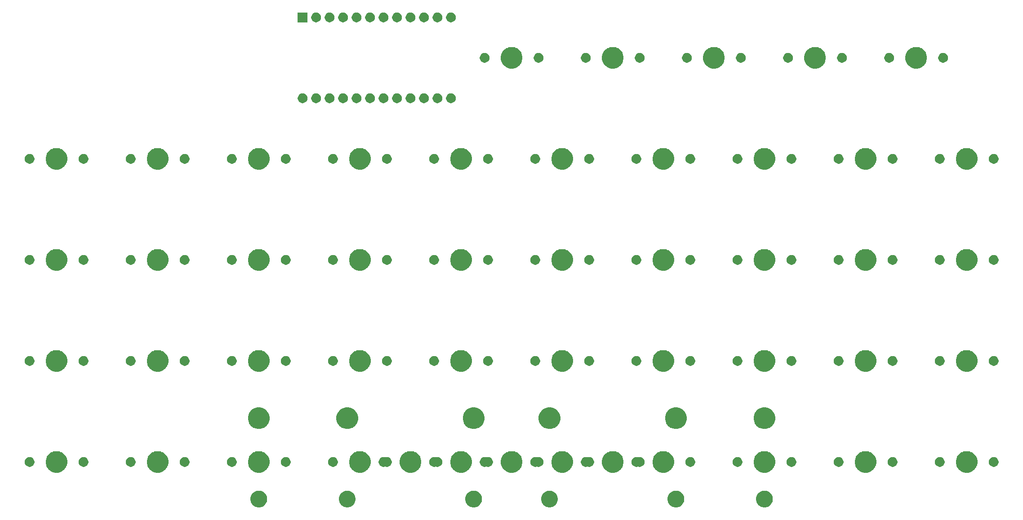
<source format=gbs>
G04 #@! TF.GenerationSoftware,KiCad,Pcbnew,(5.1.4)-1*
G04 #@! TF.CreationDate,2021-08-31T10:11:04-10:00*
G04 #@! TF.ProjectId,oya45,6f796134-352e-46b6-9963-61645f706362,rev?*
G04 #@! TF.SameCoordinates,Original*
G04 #@! TF.FileFunction,Soldermask,Bot*
G04 #@! TF.FilePolarity,Negative*
%FSLAX46Y46*%
G04 Gerber Fmt 4.6, Leading zero omitted, Abs format (unit mm)*
G04 Created by KiCad (PCBNEW (5.1.4)-1) date 2021-08-31 10:11:04*
%MOMM*%
%LPD*%
G04 APERTURE LIST*
%ADD10C,0.100000*%
G04 APERTURE END LIST*
D10*
G36*
X190807267Y-119740263D02*
G01*
X190959411Y-119770526D01*
X191078137Y-119819704D01*
X191246041Y-119889252D01*
X191246042Y-119889253D01*
X191504004Y-120061617D01*
X191723383Y-120280996D01*
X191838553Y-120453361D01*
X191895748Y-120538959D01*
X192014474Y-120825590D01*
X192075000Y-121129875D01*
X192075000Y-121440125D01*
X192014474Y-121744410D01*
X191895748Y-122031041D01*
X191895747Y-122031042D01*
X191723383Y-122289004D01*
X191504004Y-122508383D01*
X191331639Y-122623553D01*
X191246041Y-122680748D01*
X191078137Y-122750296D01*
X190959411Y-122799474D01*
X190655125Y-122860000D01*
X190344875Y-122860000D01*
X190040589Y-122799474D01*
X189921863Y-122750296D01*
X189753959Y-122680748D01*
X189668361Y-122623553D01*
X189495996Y-122508383D01*
X189276617Y-122289004D01*
X189104253Y-122031042D01*
X189104252Y-122031041D01*
X188985526Y-121744410D01*
X188925000Y-121440125D01*
X188925000Y-121129875D01*
X188985526Y-120825590D01*
X189104252Y-120538959D01*
X189161447Y-120453361D01*
X189276617Y-120280996D01*
X189495996Y-120061617D01*
X189753958Y-119889253D01*
X189753959Y-119889252D01*
X189921863Y-119819704D01*
X190040589Y-119770526D01*
X190192733Y-119740263D01*
X190344875Y-119710000D01*
X190655125Y-119710000D01*
X190807267Y-119740263D01*
X190807267Y-119740263D01*
G37*
G36*
X150326017Y-119740263D02*
G01*
X150478161Y-119770526D01*
X150596887Y-119819704D01*
X150764791Y-119889252D01*
X150764792Y-119889253D01*
X151022754Y-120061617D01*
X151242133Y-120280996D01*
X151357303Y-120453361D01*
X151414498Y-120538959D01*
X151533224Y-120825590D01*
X151593750Y-121129875D01*
X151593750Y-121440125D01*
X151533224Y-121744410D01*
X151414498Y-122031041D01*
X151414497Y-122031042D01*
X151242133Y-122289004D01*
X151022754Y-122508383D01*
X150850389Y-122623553D01*
X150764791Y-122680748D01*
X150596887Y-122750296D01*
X150478161Y-122799474D01*
X150173875Y-122860000D01*
X149863625Y-122860000D01*
X149559339Y-122799474D01*
X149440613Y-122750296D01*
X149272709Y-122680748D01*
X149187111Y-122623553D01*
X149014746Y-122508383D01*
X148795367Y-122289004D01*
X148623003Y-122031042D01*
X148623002Y-122031041D01*
X148504276Y-121744410D01*
X148443750Y-121440125D01*
X148443750Y-121129875D01*
X148504276Y-120825590D01*
X148623002Y-120538959D01*
X148680197Y-120453361D01*
X148795367Y-120280996D01*
X149014746Y-120061617D01*
X149272708Y-119889253D01*
X149272709Y-119889252D01*
X149440613Y-119819704D01*
X149559339Y-119770526D01*
X149711483Y-119740263D01*
X149863625Y-119710000D01*
X150173875Y-119710000D01*
X150326017Y-119740263D01*
X150326017Y-119740263D01*
G37*
G36*
X112226017Y-119740263D02*
G01*
X112378161Y-119770526D01*
X112496887Y-119819704D01*
X112664791Y-119889252D01*
X112664792Y-119889253D01*
X112922754Y-120061617D01*
X113142133Y-120280996D01*
X113257303Y-120453361D01*
X113314498Y-120538959D01*
X113433224Y-120825590D01*
X113493750Y-121129875D01*
X113493750Y-121440125D01*
X113433224Y-121744410D01*
X113314498Y-122031041D01*
X113314497Y-122031042D01*
X113142133Y-122289004D01*
X112922754Y-122508383D01*
X112750389Y-122623553D01*
X112664791Y-122680748D01*
X112496887Y-122750296D01*
X112378161Y-122799474D01*
X112073875Y-122860000D01*
X111763625Y-122860000D01*
X111459339Y-122799474D01*
X111340613Y-122750296D01*
X111172709Y-122680748D01*
X111087111Y-122623553D01*
X110914746Y-122508383D01*
X110695367Y-122289004D01*
X110523003Y-122031042D01*
X110523002Y-122031041D01*
X110404276Y-121744410D01*
X110343750Y-121440125D01*
X110343750Y-121129875D01*
X110404276Y-120825590D01*
X110523002Y-120538959D01*
X110580197Y-120453361D01*
X110695367Y-120280996D01*
X110914746Y-120061617D01*
X111172708Y-119889253D01*
X111172709Y-119889252D01*
X111340613Y-119819704D01*
X111459339Y-119770526D01*
X111611483Y-119740263D01*
X111763625Y-119710000D01*
X112073875Y-119710000D01*
X112226017Y-119740263D01*
X112226017Y-119740263D01*
G37*
G36*
X136038517Y-119740263D02*
G01*
X136190661Y-119770526D01*
X136309387Y-119819704D01*
X136477291Y-119889252D01*
X136477292Y-119889253D01*
X136735254Y-120061617D01*
X136954633Y-120280996D01*
X137069803Y-120453361D01*
X137126998Y-120538959D01*
X137245724Y-120825590D01*
X137306250Y-121129875D01*
X137306250Y-121440125D01*
X137245724Y-121744410D01*
X137126998Y-122031041D01*
X137126997Y-122031042D01*
X136954633Y-122289004D01*
X136735254Y-122508383D01*
X136562889Y-122623553D01*
X136477291Y-122680748D01*
X136309387Y-122750296D01*
X136190661Y-122799474D01*
X135886375Y-122860000D01*
X135576125Y-122860000D01*
X135271839Y-122799474D01*
X135153113Y-122750296D01*
X134985209Y-122680748D01*
X134899611Y-122623553D01*
X134727246Y-122508383D01*
X134507867Y-122289004D01*
X134335503Y-122031042D01*
X134335502Y-122031041D01*
X134216776Y-121744410D01*
X134156250Y-121440125D01*
X134156250Y-121129875D01*
X134216776Y-120825590D01*
X134335502Y-120538959D01*
X134392697Y-120453361D01*
X134507867Y-120280996D01*
X134727246Y-120061617D01*
X134985208Y-119889253D01*
X134985209Y-119889252D01*
X135153113Y-119819704D01*
X135271839Y-119770526D01*
X135423983Y-119740263D01*
X135576125Y-119710000D01*
X135886375Y-119710000D01*
X136038517Y-119740263D01*
X136038517Y-119740263D01*
G37*
G36*
X95557267Y-119740263D02*
G01*
X95709411Y-119770526D01*
X95828137Y-119819704D01*
X95996041Y-119889252D01*
X95996042Y-119889253D01*
X96254004Y-120061617D01*
X96473383Y-120280996D01*
X96588553Y-120453361D01*
X96645748Y-120538959D01*
X96764474Y-120825590D01*
X96825000Y-121129875D01*
X96825000Y-121440125D01*
X96764474Y-121744410D01*
X96645748Y-122031041D01*
X96645747Y-122031042D01*
X96473383Y-122289004D01*
X96254004Y-122508383D01*
X96081639Y-122623553D01*
X95996041Y-122680748D01*
X95828137Y-122750296D01*
X95709411Y-122799474D01*
X95405125Y-122860000D01*
X95094875Y-122860000D01*
X94790589Y-122799474D01*
X94671863Y-122750296D01*
X94503959Y-122680748D01*
X94418361Y-122623553D01*
X94245996Y-122508383D01*
X94026617Y-122289004D01*
X93854253Y-122031042D01*
X93854252Y-122031041D01*
X93735526Y-121744410D01*
X93675000Y-121440125D01*
X93675000Y-121129875D01*
X93735526Y-120825590D01*
X93854252Y-120538959D01*
X93911447Y-120453361D01*
X94026617Y-120280996D01*
X94245996Y-120061617D01*
X94503958Y-119889253D01*
X94503959Y-119889252D01*
X94671863Y-119819704D01*
X94790589Y-119770526D01*
X94942733Y-119740263D01*
X95094875Y-119710000D01*
X95405125Y-119710000D01*
X95557267Y-119740263D01*
X95557267Y-119740263D01*
G37*
G36*
X174138517Y-119740263D02*
G01*
X174290661Y-119770526D01*
X174409387Y-119819704D01*
X174577291Y-119889252D01*
X174577292Y-119889253D01*
X174835254Y-120061617D01*
X175054633Y-120280996D01*
X175169803Y-120453361D01*
X175226998Y-120538959D01*
X175345724Y-120825590D01*
X175406250Y-121129875D01*
X175406250Y-121440125D01*
X175345724Y-121744410D01*
X175226998Y-122031041D01*
X175226997Y-122031042D01*
X175054633Y-122289004D01*
X174835254Y-122508383D01*
X174662889Y-122623553D01*
X174577291Y-122680748D01*
X174409387Y-122750296D01*
X174290661Y-122799474D01*
X173986375Y-122860000D01*
X173676125Y-122860000D01*
X173371839Y-122799474D01*
X173253113Y-122750296D01*
X173085209Y-122680748D01*
X172999611Y-122623553D01*
X172827246Y-122508383D01*
X172607867Y-122289004D01*
X172435503Y-122031042D01*
X172435502Y-122031041D01*
X172316776Y-121744410D01*
X172256250Y-121440125D01*
X172256250Y-121129875D01*
X172316776Y-120825590D01*
X172435502Y-120538959D01*
X172492697Y-120453361D01*
X172607867Y-120280996D01*
X172827246Y-120061617D01*
X173085208Y-119889253D01*
X173085209Y-119889252D01*
X173253113Y-119819704D01*
X173371839Y-119770526D01*
X173523983Y-119740263D01*
X173676125Y-119710000D01*
X173986375Y-119710000D01*
X174138517Y-119740263D01*
X174138517Y-119740263D01*
G37*
G36*
X143471474Y-112333684D02*
G01*
X143689474Y-112423983D01*
X143843623Y-112487833D01*
X144178548Y-112711623D01*
X144463377Y-112996452D01*
X144687167Y-113331377D01*
X144722433Y-113416518D01*
X144841316Y-113703526D01*
X144919900Y-114098594D01*
X144919900Y-114501406D01*
X144841316Y-114896474D01*
X144790451Y-115019272D01*
X144687167Y-115268623D01*
X144463377Y-115603548D01*
X144178548Y-115888377D01*
X143843623Y-116112167D01*
X143689474Y-116176017D01*
X143471474Y-116266316D01*
X143076406Y-116344900D01*
X142673594Y-116344900D01*
X142278526Y-116266316D01*
X142060526Y-116176017D01*
X141906377Y-116112167D01*
X141571452Y-115888377D01*
X141286623Y-115603548D01*
X141062833Y-115268623D01*
X140959549Y-115019272D01*
X140908684Y-114896474D01*
X140830100Y-114501406D01*
X140830100Y-114098594D01*
X140908684Y-113703526D01*
X141027567Y-113416518D01*
X141062833Y-113331377D01*
X141286623Y-112996452D01*
X141571452Y-112711623D01*
X141906377Y-112487833D01*
X142060526Y-112423983D01*
X142278526Y-112333684D01*
X142673594Y-112255100D01*
X143076406Y-112255100D01*
X143471474Y-112333684D01*
X143471474Y-112333684D01*
G37*
G36*
X124421474Y-112333684D02*
G01*
X124639474Y-112423983D01*
X124793623Y-112487833D01*
X125128548Y-112711623D01*
X125413377Y-112996452D01*
X125637167Y-113331377D01*
X125672433Y-113416518D01*
X125791316Y-113703526D01*
X125869900Y-114098594D01*
X125869900Y-114501406D01*
X125791316Y-114896474D01*
X125740451Y-115019272D01*
X125637167Y-115268623D01*
X125413377Y-115603548D01*
X125128548Y-115888377D01*
X124793623Y-116112167D01*
X124639474Y-116176017D01*
X124421474Y-116266316D01*
X124026406Y-116344900D01*
X123623594Y-116344900D01*
X123228526Y-116266316D01*
X123010526Y-116176017D01*
X122856377Y-116112167D01*
X122521452Y-115888377D01*
X122236623Y-115603548D01*
X122012833Y-115268623D01*
X121909549Y-115019272D01*
X121858684Y-114896474D01*
X121780100Y-114501406D01*
X121780100Y-114098594D01*
X121858684Y-113703526D01*
X121977567Y-113416518D01*
X122012833Y-113331377D01*
X122236623Y-112996452D01*
X122521452Y-112711623D01*
X122856377Y-112487833D01*
X123010526Y-112423983D01*
X123228526Y-112333684D01*
X123623594Y-112255100D01*
X124026406Y-112255100D01*
X124421474Y-112333684D01*
X124421474Y-112333684D01*
G37*
G36*
X229196474Y-112333684D02*
G01*
X229414474Y-112423983D01*
X229568623Y-112487833D01*
X229903548Y-112711623D01*
X230188377Y-112996452D01*
X230412167Y-113331377D01*
X230447433Y-113416518D01*
X230566316Y-113703526D01*
X230644900Y-114098594D01*
X230644900Y-114501406D01*
X230566316Y-114896474D01*
X230515451Y-115019272D01*
X230412167Y-115268623D01*
X230188377Y-115603548D01*
X229903548Y-115888377D01*
X229568623Y-116112167D01*
X229414474Y-116176017D01*
X229196474Y-116266316D01*
X228801406Y-116344900D01*
X228398594Y-116344900D01*
X228003526Y-116266316D01*
X227785526Y-116176017D01*
X227631377Y-116112167D01*
X227296452Y-115888377D01*
X227011623Y-115603548D01*
X226787833Y-115268623D01*
X226684549Y-115019272D01*
X226633684Y-114896474D01*
X226555100Y-114501406D01*
X226555100Y-114098594D01*
X226633684Y-113703526D01*
X226752567Y-113416518D01*
X226787833Y-113331377D01*
X227011623Y-112996452D01*
X227296452Y-112711623D01*
X227631377Y-112487833D01*
X227785526Y-112423983D01*
X228003526Y-112333684D01*
X228398594Y-112255100D01*
X228801406Y-112255100D01*
X229196474Y-112333684D01*
X229196474Y-112333684D01*
G37*
G36*
X57746474Y-112333684D02*
G01*
X57964474Y-112423983D01*
X58118623Y-112487833D01*
X58453548Y-112711623D01*
X58738377Y-112996452D01*
X58962167Y-113331377D01*
X58997433Y-113416518D01*
X59116316Y-113703526D01*
X59194900Y-114098594D01*
X59194900Y-114501406D01*
X59116316Y-114896474D01*
X59065451Y-115019272D01*
X58962167Y-115268623D01*
X58738377Y-115603548D01*
X58453548Y-115888377D01*
X58118623Y-116112167D01*
X57964474Y-116176017D01*
X57746474Y-116266316D01*
X57351406Y-116344900D01*
X56948594Y-116344900D01*
X56553526Y-116266316D01*
X56335526Y-116176017D01*
X56181377Y-116112167D01*
X55846452Y-115888377D01*
X55561623Y-115603548D01*
X55337833Y-115268623D01*
X55234549Y-115019272D01*
X55183684Y-114896474D01*
X55105100Y-114501406D01*
X55105100Y-114098594D01*
X55183684Y-113703526D01*
X55302567Y-113416518D01*
X55337833Y-113331377D01*
X55561623Y-112996452D01*
X55846452Y-112711623D01*
X56181377Y-112487833D01*
X56335526Y-112423983D01*
X56553526Y-112333684D01*
X56948594Y-112255100D01*
X57351406Y-112255100D01*
X57746474Y-112333684D01*
X57746474Y-112333684D01*
G37*
G36*
X162521474Y-112333684D02*
G01*
X162739474Y-112423983D01*
X162893623Y-112487833D01*
X163228548Y-112711623D01*
X163513377Y-112996452D01*
X163737167Y-113331377D01*
X163772433Y-113416518D01*
X163891316Y-113703526D01*
X163969900Y-114098594D01*
X163969900Y-114501406D01*
X163891316Y-114896474D01*
X163840451Y-115019272D01*
X163737167Y-115268623D01*
X163513377Y-115603548D01*
X163228548Y-115888377D01*
X162893623Y-116112167D01*
X162739474Y-116176017D01*
X162521474Y-116266316D01*
X162126406Y-116344900D01*
X161723594Y-116344900D01*
X161328526Y-116266316D01*
X161110526Y-116176017D01*
X160956377Y-116112167D01*
X160621452Y-115888377D01*
X160336623Y-115603548D01*
X160112833Y-115268623D01*
X160009549Y-115019272D01*
X159958684Y-114896474D01*
X159880100Y-114501406D01*
X159880100Y-114098594D01*
X159958684Y-113703526D01*
X160077567Y-113416518D01*
X160112833Y-113331377D01*
X160336623Y-112996452D01*
X160621452Y-112711623D01*
X160956377Y-112487833D01*
X161110526Y-112423983D01*
X161328526Y-112333684D01*
X161723594Y-112255100D01*
X162126406Y-112255100D01*
X162521474Y-112333684D01*
X162521474Y-112333684D01*
G37*
G36*
X76796474Y-112333684D02*
G01*
X77014474Y-112423983D01*
X77168623Y-112487833D01*
X77503548Y-112711623D01*
X77788377Y-112996452D01*
X78012167Y-113331377D01*
X78047433Y-113416518D01*
X78166316Y-113703526D01*
X78244900Y-114098594D01*
X78244900Y-114501406D01*
X78166316Y-114896474D01*
X78115451Y-115019272D01*
X78012167Y-115268623D01*
X77788377Y-115603548D01*
X77503548Y-115888377D01*
X77168623Y-116112167D01*
X77014474Y-116176017D01*
X76796474Y-116266316D01*
X76401406Y-116344900D01*
X75998594Y-116344900D01*
X75603526Y-116266316D01*
X75385526Y-116176017D01*
X75231377Y-116112167D01*
X74896452Y-115888377D01*
X74611623Y-115603548D01*
X74387833Y-115268623D01*
X74284549Y-115019272D01*
X74233684Y-114896474D01*
X74155100Y-114501406D01*
X74155100Y-114098594D01*
X74233684Y-113703526D01*
X74352567Y-113416518D01*
X74387833Y-113331377D01*
X74611623Y-112996452D01*
X74896452Y-112711623D01*
X75231377Y-112487833D01*
X75385526Y-112423983D01*
X75603526Y-112333684D01*
X75998594Y-112255100D01*
X76401406Y-112255100D01*
X76796474Y-112333684D01*
X76796474Y-112333684D01*
G37*
G36*
X210146474Y-112333684D02*
G01*
X210364474Y-112423983D01*
X210518623Y-112487833D01*
X210853548Y-112711623D01*
X211138377Y-112996452D01*
X211362167Y-113331377D01*
X211397433Y-113416518D01*
X211516316Y-113703526D01*
X211594900Y-114098594D01*
X211594900Y-114501406D01*
X211516316Y-114896474D01*
X211465451Y-115019272D01*
X211362167Y-115268623D01*
X211138377Y-115603548D01*
X210853548Y-115888377D01*
X210518623Y-116112167D01*
X210364474Y-116176017D01*
X210146474Y-116266316D01*
X209751406Y-116344900D01*
X209348594Y-116344900D01*
X208953526Y-116266316D01*
X208735526Y-116176017D01*
X208581377Y-116112167D01*
X208246452Y-115888377D01*
X207961623Y-115603548D01*
X207737833Y-115268623D01*
X207634549Y-115019272D01*
X207583684Y-114896474D01*
X207505100Y-114501406D01*
X207505100Y-114098594D01*
X207583684Y-113703526D01*
X207702567Y-113416518D01*
X207737833Y-113331377D01*
X207961623Y-112996452D01*
X208246452Y-112711623D01*
X208581377Y-112487833D01*
X208735526Y-112423983D01*
X208953526Y-112333684D01*
X209348594Y-112255100D01*
X209751406Y-112255100D01*
X210146474Y-112333684D01*
X210146474Y-112333684D01*
G37*
G36*
X191096474Y-112333684D02*
G01*
X191314474Y-112423983D01*
X191468623Y-112487833D01*
X191803548Y-112711623D01*
X192088377Y-112996452D01*
X192312167Y-113331377D01*
X192347433Y-113416518D01*
X192466316Y-113703526D01*
X192544900Y-114098594D01*
X192544900Y-114501406D01*
X192466316Y-114896474D01*
X192415451Y-115019272D01*
X192312167Y-115268623D01*
X192088377Y-115603548D01*
X191803548Y-115888377D01*
X191468623Y-116112167D01*
X191314474Y-116176017D01*
X191096474Y-116266316D01*
X190701406Y-116344900D01*
X190298594Y-116344900D01*
X189903526Y-116266316D01*
X189685526Y-116176017D01*
X189531377Y-116112167D01*
X189196452Y-115888377D01*
X188911623Y-115603548D01*
X188687833Y-115268623D01*
X188584549Y-115019272D01*
X188533684Y-114896474D01*
X188455100Y-114501406D01*
X188455100Y-114098594D01*
X188533684Y-113703526D01*
X188652567Y-113416518D01*
X188687833Y-113331377D01*
X188911623Y-112996452D01*
X189196452Y-112711623D01*
X189531377Y-112487833D01*
X189685526Y-112423983D01*
X189903526Y-112333684D01*
X190298594Y-112255100D01*
X190701406Y-112255100D01*
X191096474Y-112333684D01*
X191096474Y-112333684D01*
G37*
G36*
X172046474Y-112333684D02*
G01*
X172264474Y-112423983D01*
X172418623Y-112487833D01*
X172753548Y-112711623D01*
X173038377Y-112996452D01*
X173262167Y-113331377D01*
X173297433Y-113416518D01*
X173416316Y-113703526D01*
X173494900Y-114098594D01*
X173494900Y-114501406D01*
X173416316Y-114896474D01*
X173365451Y-115019272D01*
X173262167Y-115268623D01*
X173038377Y-115603548D01*
X172753548Y-115888377D01*
X172418623Y-116112167D01*
X172264474Y-116176017D01*
X172046474Y-116266316D01*
X171651406Y-116344900D01*
X171248594Y-116344900D01*
X170853526Y-116266316D01*
X170635526Y-116176017D01*
X170481377Y-116112167D01*
X170146452Y-115888377D01*
X169861623Y-115603548D01*
X169637833Y-115268623D01*
X169534549Y-115019272D01*
X169483684Y-114896474D01*
X169405100Y-114501406D01*
X169405100Y-114098594D01*
X169483684Y-113703526D01*
X169602567Y-113416518D01*
X169637833Y-113331377D01*
X169861623Y-112996452D01*
X170146452Y-112711623D01*
X170481377Y-112487833D01*
X170635526Y-112423983D01*
X170853526Y-112333684D01*
X171248594Y-112255100D01*
X171651406Y-112255100D01*
X172046474Y-112333684D01*
X172046474Y-112333684D01*
G37*
G36*
X152996474Y-112333684D02*
G01*
X153214474Y-112423983D01*
X153368623Y-112487833D01*
X153703548Y-112711623D01*
X153988377Y-112996452D01*
X154212167Y-113331377D01*
X154247433Y-113416518D01*
X154366316Y-113703526D01*
X154444900Y-114098594D01*
X154444900Y-114501406D01*
X154366316Y-114896474D01*
X154315451Y-115019272D01*
X154212167Y-115268623D01*
X153988377Y-115603548D01*
X153703548Y-115888377D01*
X153368623Y-116112167D01*
X153214474Y-116176017D01*
X152996474Y-116266316D01*
X152601406Y-116344900D01*
X152198594Y-116344900D01*
X151803526Y-116266316D01*
X151585526Y-116176017D01*
X151431377Y-116112167D01*
X151096452Y-115888377D01*
X150811623Y-115603548D01*
X150587833Y-115268623D01*
X150484549Y-115019272D01*
X150433684Y-114896474D01*
X150355100Y-114501406D01*
X150355100Y-114098594D01*
X150433684Y-113703526D01*
X150552567Y-113416518D01*
X150587833Y-113331377D01*
X150811623Y-112996452D01*
X151096452Y-112711623D01*
X151431377Y-112487833D01*
X151585526Y-112423983D01*
X151803526Y-112333684D01*
X152198594Y-112255100D01*
X152601406Y-112255100D01*
X152996474Y-112333684D01*
X152996474Y-112333684D01*
G37*
G36*
X95846474Y-112333684D02*
G01*
X96064474Y-112423983D01*
X96218623Y-112487833D01*
X96553548Y-112711623D01*
X96838377Y-112996452D01*
X97062167Y-113331377D01*
X97097433Y-113416518D01*
X97216316Y-113703526D01*
X97294900Y-114098594D01*
X97294900Y-114501406D01*
X97216316Y-114896474D01*
X97165451Y-115019272D01*
X97062167Y-115268623D01*
X96838377Y-115603548D01*
X96553548Y-115888377D01*
X96218623Y-116112167D01*
X96064474Y-116176017D01*
X95846474Y-116266316D01*
X95451406Y-116344900D01*
X95048594Y-116344900D01*
X94653526Y-116266316D01*
X94435526Y-116176017D01*
X94281377Y-116112167D01*
X93946452Y-115888377D01*
X93661623Y-115603548D01*
X93437833Y-115268623D01*
X93334549Y-115019272D01*
X93283684Y-114896474D01*
X93205100Y-114501406D01*
X93205100Y-114098594D01*
X93283684Y-113703526D01*
X93402567Y-113416518D01*
X93437833Y-113331377D01*
X93661623Y-112996452D01*
X93946452Y-112711623D01*
X94281377Y-112487833D01*
X94435526Y-112423983D01*
X94653526Y-112333684D01*
X95048594Y-112255100D01*
X95451406Y-112255100D01*
X95846474Y-112333684D01*
X95846474Y-112333684D01*
G37*
G36*
X133946474Y-112333684D02*
G01*
X134164474Y-112423983D01*
X134318623Y-112487833D01*
X134653548Y-112711623D01*
X134938377Y-112996452D01*
X135162167Y-113331377D01*
X135197433Y-113416518D01*
X135316316Y-113703526D01*
X135394900Y-114098594D01*
X135394900Y-114501406D01*
X135316316Y-114896474D01*
X135265451Y-115019272D01*
X135162167Y-115268623D01*
X134938377Y-115603548D01*
X134653548Y-115888377D01*
X134318623Y-116112167D01*
X134164474Y-116176017D01*
X133946474Y-116266316D01*
X133551406Y-116344900D01*
X133148594Y-116344900D01*
X132753526Y-116266316D01*
X132535526Y-116176017D01*
X132381377Y-116112167D01*
X132046452Y-115888377D01*
X131761623Y-115603548D01*
X131537833Y-115268623D01*
X131434549Y-115019272D01*
X131383684Y-114896474D01*
X131305100Y-114501406D01*
X131305100Y-114098594D01*
X131383684Y-113703526D01*
X131502567Y-113416518D01*
X131537833Y-113331377D01*
X131761623Y-112996452D01*
X132046452Y-112711623D01*
X132381377Y-112487833D01*
X132535526Y-112423983D01*
X132753526Y-112333684D01*
X133148594Y-112255100D01*
X133551406Y-112255100D01*
X133946474Y-112333684D01*
X133946474Y-112333684D01*
G37*
G36*
X114896474Y-112333684D02*
G01*
X115114474Y-112423983D01*
X115268623Y-112487833D01*
X115603548Y-112711623D01*
X115888377Y-112996452D01*
X116112167Y-113331377D01*
X116147433Y-113416518D01*
X116266316Y-113703526D01*
X116344900Y-114098594D01*
X116344900Y-114501406D01*
X116266316Y-114896474D01*
X116215451Y-115019272D01*
X116112167Y-115268623D01*
X115888377Y-115603548D01*
X115603548Y-115888377D01*
X115268623Y-116112167D01*
X115114474Y-116176017D01*
X114896474Y-116266316D01*
X114501406Y-116344900D01*
X114098594Y-116344900D01*
X113703526Y-116266316D01*
X113485526Y-116176017D01*
X113331377Y-116112167D01*
X112996452Y-115888377D01*
X112711623Y-115603548D01*
X112487833Y-115268623D01*
X112384549Y-115019272D01*
X112333684Y-114896474D01*
X112255100Y-114501406D01*
X112255100Y-114098594D01*
X112333684Y-113703526D01*
X112452567Y-113416518D01*
X112487833Y-113331377D01*
X112711623Y-112996452D01*
X112996452Y-112711623D01*
X113331377Y-112487833D01*
X113485526Y-112423983D01*
X113703526Y-112333684D01*
X114098594Y-112255100D01*
X114501406Y-112255100D01*
X114896474Y-112333684D01*
X114896474Y-112333684D01*
G37*
G36*
X147590104Y-113409585D02*
G01*
X147590110Y-113409588D01*
X147590565Y-113409678D01*
X147613118Y-113416518D01*
X147637504Y-113418919D01*
X147661890Y-113416516D01*
X147684435Y-113409678D01*
X147684890Y-113409588D01*
X147684896Y-113409585D01*
X147863797Y-113374000D01*
X148046203Y-113374000D01*
X148225104Y-113409585D01*
X148393626Y-113479389D01*
X148545291Y-113580728D01*
X148674272Y-113709709D01*
X148775611Y-113861374D01*
X148845415Y-114029896D01*
X148881000Y-114208797D01*
X148881000Y-114391203D01*
X148845415Y-114570104D01*
X148775611Y-114738626D01*
X148674272Y-114890291D01*
X148545291Y-115019272D01*
X148393626Y-115120611D01*
X148225104Y-115190415D01*
X148046203Y-115226000D01*
X147863797Y-115226000D01*
X147684896Y-115190415D01*
X147684890Y-115190412D01*
X147684435Y-115190322D01*
X147661882Y-115183482D01*
X147637496Y-115181081D01*
X147613110Y-115183484D01*
X147590565Y-115190322D01*
X147590110Y-115190412D01*
X147590104Y-115190415D01*
X147411203Y-115226000D01*
X147228797Y-115226000D01*
X147049896Y-115190415D01*
X146881374Y-115120611D01*
X146729709Y-115019272D01*
X146600728Y-114890291D01*
X146499389Y-114738626D01*
X146429585Y-114570104D01*
X146394000Y-114391203D01*
X146394000Y-114208797D01*
X146429585Y-114029896D01*
X146499389Y-113861374D01*
X146600728Y-113709709D01*
X146729709Y-113580728D01*
X146881374Y-113479389D01*
X147049896Y-113409585D01*
X147228797Y-113374000D01*
X147411203Y-113374000D01*
X147590104Y-113409585D01*
X147590104Y-113409585D01*
G37*
G36*
X100600104Y-113409585D02*
G01*
X100768626Y-113479389D01*
X100920291Y-113580728D01*
X101049272Y-113709709D01*
X101150611Y-113861374D01*
X101220415Y-114029896D01*
X101256000Y-114208797D01*
X101256000Y-114391203D01*
X101220415Y-114570104D01*
X101150611Y-114738626D01*
X101049272Y-114890291D01*
X100920291Y-115019272D01*
X100768626Y-115120611D01*
X100600104Y-115190415D01*
X100421203Y-115226000D01*
X100238797Y-115226000D01*
X100059896Y-115190415D01*
X99891374Y-115120611D01*
X99739709Y-115019272D01*
X99610728Y-114890291D01*
X99509389Y-114738626D01*
X99439585Y-114570104D01*
X99404000Y-114391203D01*
X99404000Y-114208797D01*
X99439585Y-114029896D01*
X99509389Y-113861374D01*
X99610728Y-113709709D01*
X99739709Y-113580728D01*
X99891374Y-113479389D01*
X100059896Y-113409585D01*
X100238797Y-113374000D01*
X100421203Y-113374000D01*
X100600104Y-113409585D01*
X100600104Y-113409585D01*
G37*
G36*
X90440104Y-113409585D02*
G01*
X90608626Y-113479389D01*
X90760291Y-113580728D01*
X90889272Y-113709709D01*
X90990611Y-113861374D01*
X91060415Y-114029896D01*
X91096000Y-114208797D01*
X91096000Y-114391203D01*
X91060415Y-114570104D01*
X90990611Y-114738626D01*
X90889272Y-114890291D01*
X90760291Y-115019272D01*
X90608626Y-115120611D01*
X90440104Y-115190415D01*
X90261203Y-115226000D01*
X90078797Y-115226000D01*
X89899896Y-115190415D01*
X89731374Y-115120611D01*
X89579709Y-115019272D01*
X89450728Y-114890291D01*
X89349389Y-114738626D01*
X89279585Y-114570104D01*
X89244000Y-114391203D01*
X89244000Y-114208797D01*
X89279585Y-114029896D01*
X89349389Y-113861374D01*
X89450728Y-113709709D01*
X89579709Y-113580728D01*
X89731374Y-113479389D01*
X89899896Y-113409585D01*
X90078797Y-113374000D01*
X90261203Y-113374000D01*
X90440104Y-113409585D01*
X90440104Y-113409585D01*
G37*
G36*
X109490104Y-113409585D02*
G01*
X109658626Y-113479389D01*
X109810291Y-113580728D01*
X109939272Y-113709709D01*
X110040611Y-113861374D01*
X110110415Y-114029896D01*
X110146000Y-114208797D01*
X110146000Y-114391203D01*
X110110415Y-114570104D01*
X110040611Y-114738626D01*
X109939272Y-114890291D01*
X109810291Y-115019272D01*
X109658626Y-115120611D01*
X109490104Y-115190415D01*
X109311203Y-115226000D01*
X109128797Y-115226000D01*
X108949896Y-115190415D01*
X108781374Y-115120611D01*
X108629709Y-115019272D01*
X108500728Y-114890291D01*
X108399389Y-114738626D01*
X108329585Y-114570104D01*
X108294000Y-114391203D01*
X108294000Y-114208797D01*
X108329585Y-114029896D01*
X108399389Y-113861374D01*
X108500728Y-113709709D01*
X108629709Y-113580728D01*
X108781374Y-113479389D01*
X108949896Y-113409585D01*
X109128797Y-113374000D01*
X109311203Y-113374000D01*
X109490104Y-113409585D01*
X109490104Y-113409585D01*
G37*
G36*
X166640104Y-113409585D02*
G01*
X166640110Y-113409588D01*
X166640565Y-113409678D01*
X166663118Y-113416518D01*
X166687504Y-113418919D01*
X166711890Y-113416516D01*
X166734435Y-113409678D01*
X166734890Y-113409588D01*
X166734896Y-113409585D01*
X166913797Y-113374000D01*
X167096203Y-113374000D01*
X167275104Y-113409585D01*
X167443626Y-113479389D01*
X167595291Y-113580728D01*
X167724272Y-113709709D01*
X167825611Y-113861374D01*
X167895415Y-114029896D01*
X167931000Y-114208797D01*
X167931000Y-114391203D01*
X167895415Y-114570104D01*
X167825611Y-114738626D01*
X167724272Y-114890291D01*
X167595291Y-115019272D01*
X167443626Y-115120611D01*
X167275104Y-115190415D01*
X167096203Y-115226000D01*
X166913797Y-115226000D01*
X166734896Y-115190415D01*
X166734890Y-115190412D01*
X166734435Y-115190322D01*
X166711882Y-115183482D01*
X166687496Y-115181081D01*
X166663110Y-115183484D01*
X166640565Y-115190322D01*
X166640110Y-115190412D01*
X166640104Y-115190415D01*
X166461203Y-115226000D01*
X166278797Y-115226000D01*
X166099896Y-115190415D01*
X165931374Y-115120611D01*
X165779709Y-115019272D01*
X165650728Y-114890291D01*
X165549389Y-114738626D01*
X165479585Y-114570104D01*
X165444000Y-114391203D01*
X165444000Y-114208797D01*
X165479585Y-114029896D01*
X165549389Y-113861374D01*
X165650728Y-113709709D01*
X165779709Y-113580728D01*
X165931374Y-113479389D01*
X166099896Y-113409585D01*
X166278797Y-113374000D01*
X166461203Y-113374000D01*
X166640104Y-113409585D01*
X166640104Y-113409585D01*
G37*
G36*
X157115104Y-113409585D02*
G01*
X157115110Y-113409588D01*
X157115565Y-113409678D01*
X157138118Y-113416518D01*
X157162504Y-113418919D01*
X157186890Y-113416516D01*
X157209435Y-113409678D01*
X157209890Y-113409588D01*
X157209896Y-113409585D01*
X157388797Y-113374000D01*
X157571203Y-113374000D01*
X157750104Y-113409585D01*
X157918626Y-113479389D01*
X158070291Y-113580728D01*
X158199272Y-113709709D01*
X158300611Y-113861374D01*
X158370415Y-114029896D01*
X158406000Y-114208797D01*
X158406000Y-114391203D01*
X158370415Y-114570104D01*
X158300611Y-114738626D01*
X158199272Y-114890291D01*
X158070291Y-115019272D01*
X157918626Y-115120611D01*
X157750104Y-115190415D01*
X157571203Y-115226000D01*
X157388797Y-115226000D01*
X157209896Y-115190415D01*
X157209890Y-115190412D01*
X157209435Y-115190322D01*
X157186882Y-115183482D01*
X157162496Y-115181081D01*
X157138110Y-115183484D01*
X157115565Y-115190322D01*
X157115110Y-115190412D01*
X157115104Y-115190415D01*
X156936203Y-115226000D01*
X156753797Y-115226000D01*
X156574896Y-115190415D01*
X156406374Y-115120611D01*
X156254709Y-115019272D01*
X156125728Y-114890291D01*
X156024389Y-114738626D01*
X155954585Y-114570104D01*
X155919000Y-114391203D01*
X155919000Y-114208797D01*
X155954585Y-114029896D01*
X156024389Y-113861374D01*
X156125728Y-113709709D01*
X156254709Y-113580728D01*
X156406374Y-113479389D01*
X156574896Y-113409585D01*
X156753797Y-113374000D01*
X156936203Y-113374000D01*
X157115104Y-113409585D01*
X157115104Y-113409585D01*
G37*
G36*
X223790104Y-113409585D02*
G01*
X223958626Y-113479389D01*
X224110291Y-113580728D01*
X224239272Y-113709709D01*
X224340611Y-113861374D01*
X224410415Y-114029896D01*
X224446000Y-114208797D01*
X224446000Y-114391203D01*
X224410415Y-114570104D01*
X224340611Y-114738626D01*
X224239272Y-114890291D01*
X224110291Y-115019272D01*
X223958626Y-115120611D01*
X223790104Y-115190415D01*
X223611203Y-115226000D01*
X223428797Y-115226000D01*
X223249896Y-115190415D01*
X223081374Y-115120611D01*
X222929709Y-115019272D01*
X222800728Y-114890291D01*
X222699389Y-114738626D01*
X222629585Y-114570104D01*
X222594000Y-114391203D01*
X222594000Y-114208797D01*
X222629585Y-114029896D01*
X222699389Y-113861374D01*
X222800728Y-113709709D01*
X222929709Y-113580728D01*
X223081374Y-113479389D01*
X223249896Y-113409585D01*
X223428797Y-113374000D01*
X223611203Y-113374000D01*
X223790104Y-113409585D01*
X223790104Y-113409585D01*
G37*
G36*
X176800104Y-113409585D02*
G01*
X176968626Y-113479389D01*
X177120291Y-113580728D01*
X177249272Y-113709709D01*
X177350611Y-113861374D01*
X177420415Y-114029896D01*
X177456000Y-114208797D01*
X177456000Y-114391203D01*
X177420415Y-114570104D01*
X177350611Y-114738626D01*
X177249272Y-114890291D01*
X177120291Y-115019272D01*
X176968626Y-115120611D01*
X176800104Y-115190415D01*
X176621203Y-115226000D01*
X176438797Y-115226000D01*
X176259896Y-115190415D01*
X176091374Y-115120611D01*
X175939709Y-115019272D01*
X175810728Y-114890291D01*
X175709389Y-114738626D01*
X175639585Y-114570104D01*
X175604000Y-114391203D01*
X175604000Y-114208797D01*
X175639585Y-114029896D01*
X175709389Y-113861374D01*
X175810728Y-113709709D01*
X175939709Y-113580728D01*
X176091374Y-113479389D01*
X176259896Y-113409585D01*
X176438797Y-113374000D01*
X176621203Y-113374000D01*
X176800104Y-113409585D01*
X176800104Y-113409585D01*
G37*
G36*
X185690104Y-113409585D02*
G01*
X185858626Y-113479389D01*
X186010291Y-113580728D01*
X186139272Y-113709709D01*
X186240611Y-113861374D01*
X186310415Y-114029896D01*
X186346000Y-114208797D01*
X186346000Y-114391203D01*
X186310415Y-114570104D01*
X186240611Y-114738626D01*
X186139272Y-114890291D01*
X186010291Y-115019272D01*
X185858626Y-115120611D01*
X185690104Y-115190415D01*
X185511203Y-115226000D01*
X185328797Y-115226000D01*
X185149896Y-115190415D01*
X184981374Y-115120611D01*
X184829709Y-115019272D01*
X184700728Y-114890291D01*
X184599389Y-114738626D01*
X184529585Y-114570104D01*
X184494000Y-114391203D01*
X184494000Y-114208797D01*
X184529585Y-114029896D01*
X184599389Y-113861374D01*
X184700728Y-113709709D01*
X184829709Y-113580728D01*
X184981374Y-113479389D01*
X185149896Y-113409585D01*
X185328797Y-113374000D01*
X185511203Y-113374000D01*
X185690104Y-113409585D01*
X185690104Y-113409585D01*
G37*
G36*
X233950104Y-113409585D02*
G01*
X234118626Y-113479389D01*
X234270291Y-113580728D01*
X234399272Y-113709709D01*
X234500611Y-113861374D01*
X234570415Y-114029896D01*
X234606000Y-114208797D01*
X234606000Y-114391203D01*
X234570415Y-114570104D01*
X234500611Y-114738626D01*
X234399272Y-114890291D01*
X234270291Y-115019272D01*
X234118626Y-115120611D01*
X233950104Y-115190415D01*
X233771203Y-115226000D01*
X233588797Y-115226000D01*
X233409896Y-115190415D01*
X233241374Y-115120611D01*
X233089709Y-115019272D01*
X232960728Y-114890291D01*
X232859389Y-114738626D01*
X232789585Y-114570104D01*
X232754000Y-114391203D01*
X232754000Y-114208797D01*
X232789585Y-114029896D01*
X232859389Y-113861374D01*
X232960728Y-113709709D01*
X233089709Y-113580728D01*
X233241374Y-113479389D01*
X233409896Y-113409585D01*
X233588797Y-113374000D01*
X233771203Y-113374000D01*
X233950104Y-113409585D01*
X233950104Y-113409585D01*
G37*
G36*
X214900104Y-113409585D02*
G01*
X215068626Y-113479389D01*
X215220291Y-113580728D01*
X215349272Y-113709709D01*
X215450611Y-113861374D01*
X215520415Y-114029896D01*
X215556000Y-114208797D01*
X215556000Y-114391203D01*
X215520415Y-114570104D01*
X215450611Y-114738626D01*
X215349272Y-114890291D01*
X215220291Y-115019272D01*
X215068626Y-115120611D01*
X214900104Y-115190415D01*
X214721203Y-115226000D01*
X214538797Y-115226000D01*
X214359896Y-115190415D01*
X214191374Y-115120611D01*
X214039709Y-115019272D01*
X213910728Y-114890291D01*
X213809389Y-114738626D01*
X213739585Y-114570104D01*
X213704000Y-114391203D01*
X213704000Y-114208797D01*
X213739585Y-114029896D01*
X213809389Y-113861374D01*
X213910728Y-113709709D01*
X214039709Y-113580728D01*
X214191374Y-113479389D01*
X214359896Y-113409585D01*
X214538797Y-113374000D01*
X214721203Y-113374000D01*
X214900104Y-113409585D01*
X214900104Y-113409585D01*
G37*
G36*
X204740104Y-113409585D02*
G01*
X204908626Y-113479389D01*
X205060291Y-113580728D01*
X205189272Y-113709709D01*
X205290611Y-113861374D01*
X205360415Y-114029896D01*
X205396000Y-114208797D01*
X205396000Y-114391203D01*
X205360415Y-114570104D01*
X205290611Y-114738626D01*
X205189272Y-114890291D01*
X205060291Y-115019272D01*
X204908626Y-115120611D01*
X204740104Y-115190415D01*
X204561203Y-115226000D01*
X204378797Y-115226000D01*
X204199896Y-115190415D01*
X204031374Y-115120611D01*
X203879709Y-115019272D01*
X203750728Y-114890291D01*
X203649389Y-114738626D01*
X203579585Y-114570104D01*
X203544000Y-114391203D01*
X203544000Y-114208797D01*
X203579585Y-114029896D01*
X203649389Y-113861374D01*
X203750728Y-113709709D01*
X203879709Y-113580728D01*
X204031374Y-113479389D01*
X204199896Y-113409585D01*
X204378797Y-113374000D01*
X204561203Y-113374000D01*
X204740104Y-113409585D01*
X204740104Y-113409585D01*
G37*
G36*
X195850104Y-113409585D02*
G01*
X196018626Y-113479389D01*
X196170291Y-113580728D01*
X196299272Y-113709709D01*
X196400611Y-113861374D01*
X196470415Y-114029896D01*
X196506000Y-114208797D01*
X196506000Y-114391203D01*
X196470415Y-114570104D01*
X196400611Y-114738626D01*
X196299272Y-114890291D01*
X196170291Y-115019272D01*
X196018626Y-115120611D01*
X195850104Y-115190415D01*
X195671203Y-115226000D01*
X195488797Y-115226000D01*
X195309896Y-115190415D01*
X195141374Y-115120611D01*
X194989709Y-115019272D01*
X194860728Y-114890291D01*
X194759389Y-114738626D01*
X194689585Y-114570104D01*
X194654000Y-114391203D01*
X194654000Y-114208797D01*
X194689585Y-114029896D01*
X194759389Y-113861374D01*
X194860728Y-113709709D01*
X194989709Y-113580728D01*
X195141374Y-113479389D01*
X195309896Y-113409585D01*
X195488797Y-113374000D01*
X195671203Y-113374000D01*
X195850104Y-113409585D01*
X195850104Y-113409585D01*
G37*
G36*
X71390104Y-113409585D02*
G01*
X71558626Y-113479389D01*
X71710291Y-113580728D01*
X71839272Y-113709709D01*
X71940611Y-113861374D01*
X72010415Y-114029896D01*
X72046000Y-114208797D01*
X72046000Y-114391203D01*
X72010415Y-114570104D01*
X71940611Y-114738626D01*
X71839272Y-114890291D01*
X71710291Y-115019272D01*
X71558626Y-115120611D01*
X71390104Y-115190415D01*
X71211203Y-115226000D01*
X71028797Y-115226000D01*
X70849896Y-115190415D01*
X70681374Y-115120611D01*
X70529709Y-115019272D01*
X70400728Y-114890291D01*
X70299389Y-114738626D01*
X70229585Y-114570104D01*
X70194000Y-114391203D01*
X70194000Y-114208797D01*
X70229585Y-114029896D01*
X70299389Y-113861374D01*
X70400728Y-113709709D01*
X70529709Y-113580728D01*
X70681374Y-113479389D01*
X70849896Y-113409585D01*
X71028797Y-113374000D01*
X71211203Y-113374000D01*
X71390104Y-113409585D01*
X71390104Y-113409585D01*
G37*
G36*
X81550104Y-113409585D02*
G01*
X81718626Y-113479389D01*
X81870291Y-113580728D01*
X81999272Y-113709709D01*
X82100611Y-113861374D01*
X82170415Y-114029896D01*
X82206000Y-114208797D01*
X82206000Y-114391203D01*
X82170415Y-114570104D01*
X82100611Y-114738626D01*
X81999272Y-114890291D01*
X81870291Y-115019272D01*
X81718626Y-115120611D01*
X81550104Y-115190415D01*
X81371203Y-115226000D01*
X81188797Y-115226000D01*
X81009896Y-115190415D01*
X80841374Y-115120611D01*
X80689709Y-115019272D01*
X80560728Y-114890291D01*
X80459389Y-114738626D01*
X80389585Y-114570104D01*
X80354000Y-114391203D01*
X80354000Y-114208797D01*
X80389585Y-114029896D01*
X80459389Y-113861374D01*
X80560728Y-113709709D01*
X80689709Y-113580728D01*
X80841374Y-113479389D01*
X81009896Y-113409585D01*
X81188797Y-113374000D01*
X81371203Y-113374000D01*
X81550104Y-113409585D01*
X81550104Y-113409585D01*
G37*
G36*
X138065104Y-113409585D02*
G01*
X138065110Y-113409588D01*
X138065565Y-113409678D01*
X138088118Y-113416518D01*
X138112504Y-113418919D01*
X138136890Y-113416516D01*
X138159435Y-113409678D01*
X138159890Y-113409588D01*
X138159896Y-113409585D01*
X138338797Y-113374000D01*
X138521203Y-113374000D01*
X138700104Y-113409585D01*
X138868626Y-113479389D01*
X139020291Y-113580728D01*
X139149272Y-113709709D01*
X139250611Y-113861374D01*
X139320415Y-114029896D01*
X139356000Y-114208797D01*
X139356000Y-114391203D01*
X139320415Y-114570104D01*
X139250611Y-114738626D01*
X139149272Y-114890291D01*
X139020291Y-115019272D01*
X138868626Y-115120611D01*
X138700104Y-115190415D01*
X138521203Y-115226000D01*
X138338797Y-115226000D01*
X138159896Y-115190415D01*
X138159890Y-115190412D01*
X138159435Y-115190322D01*
X138136882Y-115183482D01*
X138112496Y-115181081D01*
X138088110Y-115183484D01*
X138065565Y-115190322D01*
X138065110Y-115190412D01*
X138065104Y-115190415D01*
X137886203Y-115226000D01*
X137703797Y-115226000D01*
X137524896Y-115190415D01*
X137356374Y-115120611D01*
X137204709Y-115019272D01*
X137075728Y-114890291D01*
X136974389Y-114738626D01*
X136904585Y-114570104D01*
X136869000Y-114391203D01*
X136869000Y-114208797D01*
X136904585Y-114029896D01*
X136974389Y-113861374D01*
X137075728Y-113709709D01*
X137204709Y-113580728D01*
X137356374Y-113479389D01*
X137524896Y-113409585D01*
X137703797Y-113374000D01*
X137886203Y-113374000D01*
X138065104Y-113409585D01*
X138065104Y-113409585D01*
G37*
G36*
X52340104Y-113409585D02*
G01*
X52508626Y-113479389D01*
X52660291Y-113580728D01*
X52789272Y-113709709D01*
X52890611Y-113861374D01*
X52960415Y-114029896D01*
X52996000Y-114208797D01*
X52996000Y-114391203D01*
X52960415Y-114570104D01*
X52890611Y-114738626D01*
X52789272Y-114890291D01*
X52660291Y-115019272D01*
X52508626Y-115120611D01*
X52340104Y-115190415D01*
X52161203Y-115226000D01*
X51978797Y-115226000D01*
X51799896Y-115190415D01*
X51631374Y-115120611D01*
X51479709Y-115019272D01*
X51350728Y-114890291D01*
X51249389Y-114738626D01*
X51179585Y-114570104D01*
X51144000Y-114391203D01*
X51144000Y-114208797D01*
X51179585Y-114029896D01*
X51249389Y-113861374D01*
X51350728Y-113709709D01*
X51479709Y-113580728D01*
X51631374Y-113479389D01*
X51799896Y-113409585D01*
X51978797Y-113374000D01*
X52161203Y-113374000D01*
X52340104Y-113409585D01*
X52340104Y-113409585D01*
G37*
G36*
X62500104Y-113409585D02*
G01*
X62668626Y-113479389D01*
X62820291Y-113580728D01*
X62949272Y-113709709D01*
X63050611Y-113861374D01*
X63120415Y-114029896D01*
X63156000Y-114208797D01*
X63156000Y-114391203D01*
X63120415Y-114570104D01*
X63050611Y-114738626D01*
X62949272Y-114890291D01*
X62820291Y-115019272D01*
X62668626Y-115120611D01*
X62500104Y-115190415D01*
X62321203Y-115226000D01*
X62138797Y-115226000D01*
X61959896Y-115190415D01*
X61791374Y-115120611D01*
X61639709Y-115019272D01*
X61510728Y-114890291D01*
X61409389Y-114738626D01*
X61339585Y-114570104D01*
X61304000Y-114391203D01*
X61304000Y-114208797D01*
X61339585Y-114029896D01*
X61409389Y-113861374D01*
X61510728Y-113709709D01*
X61639709Y-113580728D01*
X61791374Y-113479389D01*
X61959896Y-113409585D01*
X62138797Y-113374000D01*
X62321203Y-113374000D01*
X62500104Y-113409585D01*
X62500104Y-113409585D01*
G37*
G36*
X119015104Y-113409585D02*
G01*
X119015110Y-113409588D01*
X119015565Y-113409678D01*
X119038118Y-113416518D01*
X119062504Y-113418919D01*
X119086890Y-113416516D01*
X119109435Y-113409678D01*
X119109890Y-113409588D01*
X119109896Y-113409585D01*
X119288797Y-113374000D01*
X119471203Y-113374000D01*
X119650104Y-113409585D01*
X119818626Y-113479389D01*
X119970291Y-113580728D01*
X120099272Y-113709709D01*
X120200611Y-113861374D01*
X120270415Y-114029896D01*
X120306000Y-114208797D01*
X120306000Y-114391203D01*
X120270415Y-114570104D01*
X120200611Y-114738626D01*
X120099272Y-114890291D01*
X119970291Y-115019272D01*
X119818626Y-115120611D01*
X119650104Y-115190415D01*
X119471203Y-115226000D01*
X119288797Y-115226000D01*
X119109896Y-115190415D01*
X119109890Y-115190412D01*
X119109435Y-115190322D01*
X119086882Y-115183482D01*
X119062496Y-115181081D01*
X119038110Y-115183484D01*
X119015565Y-115190322D01*
X119015110Y-115190412D01*
X119015104Y-115190415D01*
X118836203Y-115226000D01*
X118653797Y-115226000D01*
X118474896Y-115190415D01*
X118306374Y-115120611D01*
X118154709Y-115019272D01*
X118025728Y-114890291D01*
X117924389Y-114738626D01*
X117854585Y-114570104D01*
X117819000Y-114391203D01*
X117819000Y-114208797D01*
X117854585Y-114029896D01*
X117924389Y-113861374D01*
X118025728Y-113709709D01*
X118154709Y-113580728D01*
X118306374Y-113479389D01*
X118474896Y-113409585D01*
X118653797Y-113374000D01*
X118836203Y-113374000D01*
X119015104Y-113409585D01*
X119015104Y-113409585D01*
G37*
G36*
X128540104Y-113409585D02*
G01*
X128540110Y-113409588D01*
X128540565Y-113409678D01*
X128563118Y-113416518D01*
X128587504Y-113418919D01*
X128611890Y-113416516D01*
X128634435Y-113409678D01*
X128634890Y-113409588D01*
X128634896Y-113409585D01*
X128813797Y-113374000D01*
X128996203Y-113374000D01*
X129175104Y-113409585D01*
X129343626Y-113479389D01*
X129495291Y-113580728D01*
X129624272Y-113709709D01*
X129725611Y-113861374D01*
X129795415Y-114029896D01*
X129831000Y-114208797D01*
X129831000Y-114391203D01*
X129795415Y-114570104D01*
X129725611Y-114738626D01*
X129624272Y-114890291D01*
X129495291Y-115019272D01*
X129343626Y-115120611D01*
X129175104Y-115190415D01*
X128996203Y-115226000D01*
X128813797Y-115226000D01*
X128634896Y-115190415D01*
X128634890Y-115190412D01*
X128634435Y-115190322D01*
X128611882Y-115183482D01*
X128587496Y-115181081D01*
X128563110Y-115183484D01*
X128540565Y-115190322D01*
X128540110Y-115190412D01*
X128540104Y-115190415D01*
X128361203Y-115226000D01*
X128178797Y-115226000D01*
X127999896Y-115190415D01*
X127831374Y-115120611D01*
X127679709Y-115019272D01*
X127550728Y-114890291D01*
X127449389Y-114738626D01*
X127379585Y-114570104D01*
X127344000Y-114391203D01*
X127344000Y-114208797D01*
X127379585Y-114029896D01*
X127449389Y-113861374D01*
X127550728Y-113709709D01*
X127679709Y-113580728D01*
X127831374Y-113479389D01*
X127999896Y-113409585D01*
X128178797Y-113374000D01*
X128361203Y-113374000D01*
X128540104Y-113409585D01*
X128540104Y-113409585D01*
G37*
G36*
X191096474Y-104078684D02*
G01*
X191314474Y-104168983D01*
X191468623Y-104232833D01*
X191803548Y-104456623D01*
X192088377Y-104741452D01*
X192312167Y-105076377D01*
X192312167Y-105076378D01*
X192466316Y-105448526D01*
X192544900Y-105843594D01*
X192544900Y-106246406D01*
X192466316Y-106641474D01*
X192376017Y-106859474D01*
X192312167Y-107013623D01*
X192088377Y-107348548D01*
X191803548Y-107633377D01*
X191468623Y-107857167D01*
X191314474Y-107921017D01*
X191096474Y-108011316D01*
X190701406Y-108089900D01*
X190298594Y-108089900D01*
X189903526Y-108011316D01*
X189685526Y-107921017D01*
X189531377Y-107857167D01*
X189196452Y-107633377D01*
X188911623Y-107348548D01*
X188687833Y-107013623D01*
X188623983Y-106859474D01*
X188533684Y-106641474D01*
X188455100Y-106246406D01*
X188455100Y-105843594D01*
X188533684Y-105448526D01*
X188687833Y-105076378D01*
X188687833Y-105076377D01*
X188911623Y-104741452D01*
X189196452Y-104456623D01*
X189531377Y-104232833D01*
X189685526Y-104168983D01*
X189903526Y-104078684D01*
X190298594Y-104000100D01*
X190701406Y-104000100D01*
X191096474Y-104078684D01*
X191096474Y-104078684D01*
G37*
G36*
X150615224Y-104078684D02*
G01*
X150833224Y-104168983D01*
X150987373Y-104232833D01*
X151322298Y-104456623D01*
X151607127Y-104741452D01*
X151830917Y-105076377D01*
X151830917Y-105076378D01*
X151985066Y-105448526D01*
X152063650Y-105843594D01*
X152063650Y-106246406D01*
X151985066Y-106641474D01*
X151894767Y-106859474D01*
X151830917Y-107013623D01*
X151607127Y-107348548D01*
X151322298Y-107633377D01*
X150987373Y-107857167D01*
X150833224Y-107921017D01*
X150615224Y-108011316D01*
X150220156Y-108089900D01*
X149817344Y-108089900D01*
X149422276Y-108011316D01*
X149204276Y-107921017D01*
X149050127Y-107857167D01*
X148715202Y-107633377D01*
X148430373Y-107348548D01*
X148206583Y-107013623D01*
X148142733Y-106859474D01*
X148052434Y-106641474D01*
X147973850Y-106246406D01*
X147973850Y-105843594D01*
X148052434Y-105448526D01*
X148206583Y-105076378D01*
X148206583Y-105076377D01*
X148430373Y-104741452D01*
X148715202Y-104456623D01*
X149050127Y-104232833D01*
X149204276Y-104168983D01*
X149422276Y-104078684D01*
X149817344Y-104000100D01*
X150220156Y-104000100D01*
X150615224Y-104078684D01*
X150615224Y-104078684D01*
G37*
G36*
X174427724Y-104078684D02*
G01*
X174645724Y-104168983D01*
X174799873Y-104232833D01*
X175134798Y-104456623D01*
X175419627Y-104741452D01*
X175643417Y-105076377D01*
X175643417Y-105076378D01*
X175797566Y-105448526D01*
X175876150Y-105843594D01*
X175876150Y-106246406D01*
X175797566Y-106641474D01*
X175707267Y-106859474D01*
X175643417Y-107013623D01*
X175419627Y-107348548D01*
X175134798Y-107633377D01*
X174799873Y-107857167D01*
X174645724Y-107921017D01*
X174427724Y-108011316D01*
X174032656Y-108089900D01*
X173629844Y-108089900D01*
X173234776Y-108011316D01*
X173016776Y-107921017D01*
X172862627Y-107857167D01*
X172527702Y-107633377D01*
X172242873Y-107348548D01*
X172019083Y-107013623D01*
X171955233Y-106859474D01*
X171864934Y-106641474D01*
X171786350Y-106246406D01*
X171786350Y-105843594D01*
X171864934Y-105448526D01*
X172019083Y-105076378D01*
X172019083Y-105076377D01*
X172242873Y-104741452D01*
X172527702Y-104456623D01*
X172862627Y-104232833D01*
X173016776Y-104168983D01*
X173234776Y-104078684D01*
X173629844Y-104000100D01*
X174032656Y-104000100D01*
X174427724Y-104078684D01*
X174427724Y-104078684D01*
G37*
G36*
X136327724Y-104078684D02*
G01*
X136545724Y-104168983D01*
X136699873Y-104232833D01*
X137034798Y-104456623D01*
X137319627Y-104741452D01*
X137543417Y-105076377D01*
X137543417Y-105076378D01*
X137697566Y-105448526D01*
X137776150Y-105843594D01*
X137776150Y-106246406D01*
X137697566Y-106641474D01*
X137607267Y-106859474D01*
X137543417Y-107013623D01*
X137319627Y-107348548D01*
X137034798Y-107633377D01*
X136699873Y-107857167D01*
X136545724Y-107921017D01*
X136327724Y-108011316D01*
X135932656Y-108089900D01*
X135529844Y-108089900D01*
X135134776Y-108011316D01*
X134916776Y-107921017D01*
X134762627Y-107857167D01*
X134427702Y-107633377D01*
X134142873Y-107348548D01*
X133919083Y-107013623D01*
X133855233Y-106859474D01*
X133764934Y-106641474D01*
X133686350Y-106246406D01*
X133686350Y-105843594D01*
X133764934Y-105448526D01*
X133919083Y-105076378D01*
X133919083Y-105076377D01*
X134142873Y-104741452D01*
X134427702Y-104456623D01*
X134762627Y-104232833D01*
X134916776Y-104168983D01*
X135134776Y-104078684D01*
X135529844Y-104000100D01*
X135932656Y-104000100D01*
X136327724Y-104078684D01*
X136327724Y-104078684D01*
G37*
G36*
X112515224Y-104078684D02*
G01*
X112733224Y-104168983D01*
X112887373Y-104232833D01*
X113222298Y-104456623D01*
X113507127Y-104741452D01*
X113730917Y-105076377D01*
X113730917Y-105076378D01*
X113885066Y-105448526D01*
X113963650Y-105843594D01*
X113963650Y-106246406D01*
X113885066Y-106641474D01*
X113794767Y-106859474D01*
X113730917Y-107013623D01*
X113507127Y-107348548D01*
X113222298Y-107633377D01*
X112887373Y-107857167D01*
X112733224Y-107921017D01*
X112515224Y-108011316D01*
X112120156Y-108089900D01*
X111717344Y-108089900D01*
X111322276Y-108011316D01*
X111104276Y-107921017D01*
X110950127Y-107857167D01*
X110615202Y-107633377D01*
X110330373Y-107348548D01*
X110106583Y-107013623D01*
X110042733Y-106859474D01*
X109952434Y-106641474D01*
X109873850Y-106246406D01*
X109873850Y-105843594D01*
X109952434Y-105448526D01*
X110106583Y-105076378D01*
X110106583Y-105076377D01*
X110330373Y-104741452D01*
X110615202Y-104456623D01*
X110950127Y-104232833D01*
X111104276Y-104168983D01*
X111322276Y-104078684D01*
X111717344Y-104000100D01*
X112120156Y-104000100D01*
X112515224Y-104078684D01*
X112515224Y-104078684D01*
G37*
G36*
X95846474Y-104078684D02*
G01*
X96064474Y-104168983D01*
X96218623Y-104232833D01*
X96553548Y-104456623D01*
X96838377Y-104741452D01*
X97062167Y-105076377D01*
X97062167Y-105076378D01*
X97216316Y-105448526D01*
X97294900Y-105843594D01*
X97294900Y-106246406D01*
X97216316Y-106641474D01*
X97126017Y-106859474D01*
X97062167Y-107013623D01*
X96838377Y-107348548D01*
X96553548Y-107633377D01*
X96218623Y-107857167D01*
X96064474Y-107921017D01*
X95846474Y-108011316D01*
X95451406Y-108089900D01*
X95048594Y-108089900D01*
X94653526Y-108011316D01*
X94435526Y-107921017D01*
X94281377Y-107857167D01*
X93946452Y-107633377D01*
X93661623Y-107348548D01*
X93437833Y-107013623D01*
X93373983Y-106859474D01*
X93283684Y-106641474D01*
X93205100Y-106246406D01*
X93205100Y-105843594D01*
X93283684Y-105448526D01*
X93437833Y-105076378D01*
X93437833Y-105076377D01*
X93661623Y-104741452D01*
X93946452Y-104456623D01*
X94281377Y-104232833D01*
X94435526Y-104168983D01*
X94653526Y-104078684D01*
X95048594Y-104000100D01*
X95451406Y-104000100D01*
X95846474Y-104078684D01*
X95846474Y-104078684D01*
G37*
G36*
X229196474Y-93283684D02*
G01*
X229414474Y-93373983D01*
X229568623Y-93437833D01*
X229903548Y-93661623D01*
X230188377Y-93946452D01*
X230412167Y-94281377D01*
X230444562Y-94359586D01*
X230566316Y-94653526D01*
X230644900Y-95048594D01*
X230644900Y-95451406D01*
X230566316Y-95846474D01*
X230515451Y-95969272D01*
X230412167Y-96218623D01*
X230188377Y-96553548D01*
X229903548Y-96838377D01*
X229568623Y-97062167D01*
X229414474Y-97126017D01*
X229196474Y-97216316D01*
X228801406Y-97294900D01*
X228398594Y-97294900D01*
X228003526Y-97216316D01*
X227785526Y-97126017D01*
X227631377Y-97062167D01*
X227296452Y-96838377D01*
X227011623Y-96553548D01*
X226787833Y-96218623D01*
X226684549Y-95969272D01*
X226633684Y-95846474D01*
X226555100Y-95451406D01*
X226555100Y-95048594D01*
X226633684Y-94653526D01*
X226755438Y-94359586D01*
X226787833Y-94281377D01*
X227011623Y-93946452D01*
X227296452Y-93661623D01*
X227631377Y-93437833D01*
X227785526Y-93373983D01*
X228003526Y-93283684D01*
X228398594Y-93205100D01*
X228801406Y-93205100D01*
X229196474Y-93283684D01*
X229196474Y-93283684D01*
G37*
G36*
X210146474Y-93283684D02*
G01*
X210364474Y-93373983D01*
X210518623Y-93437833D01*
X210853548Y-93661623D01*
X211138377Y-93946452D01*
X211362167Y-94281377D01*
X211394562Y-94359586D01*
X211516316Y-94653526D01*
X211594900Y-95048594D01*
X211594900Y-95451406D01*
X211516316Y-95846474D01*
X211465451Y-95969272D01*
X211362167Y-96218623D01*
X211138377Y-96553548D01*
X210853548Y-96838377D01*
X210518623Y-97062167D01*
X210364474Y-97126017D01*
X210146474Y-97216316D01*
X209751406Y-97294900D01*
X209348594Y-97294900D01*
X208953526Y-97216316D01*
X208735526Y-97126017D01*
X208581377Y-97062167D01*
X208246452Y-96838377D01*
X207961623Y-96553548D01*
X207737833Y-96218623D01*
X207634549Y-95969272D01*
X207583684Y-95846474D01*
X207505100Y-95451406D01*
X207505100Y-95048594D01*
X207583684Y-94653526D01*
X207705438Y-94359586D01*
X207737833Y-94281377D01*
X207961623Y-93946452D01*
X208246452Y-93661623D01*
X208581377Y-93437833D01*
X208735526Y-93373983D01*
X208953526Y-93283684D01*
X209348594Y-93205100D01*
X209751406Y-93205100D01*
X210146474Y-93283684D01*
X210146474Y-93283684D01*
G37*
G36*
X191096474Y-93283684D02*
G01*
X191314474Y-93373983D01*
X191468623Y-93437833D01*
X191803548Y-93661623D01*
X192088377Y-93946452D01*
X192312167Y-94281377D01*
X192344562Y-94359586D01*
X192466316Y-94653526D01*
X192544900Y-95048594D01*
X192544900Y-95451406D01*
X192466316Y-95846474D01*
X192415451Y-95969272D01*
X192312167Y-96218623D01*
X192088377Y-96553548D01*
X191803548Y-96838377D01*
X191468623Y-97062167D01*
X191314474Y-97126017D01*
X191096474Y-97216316D01*
X190701406Y-97294900D01*
X190298594Y-97294900D01*
X189903526Y-97216316D01*
X189685526Y-97126017D01*
X189531377Y-97062167D01*
X189196452Y-96838377D01*
X188911623Y-96553548D01*
X188687833Y-96218623D01*
X188584549Y-95969272D01*
X188533684Y-95846474D01*
X188455100Y-95451406D01*
X188455100Y-95048594D01*
X188533684Y-94653526D01*
X188655438Y-94359586D01*
X188687833Y-94281377D01*
X188911623Y-93946452D01*
X189196452Y-93661623D01*
X189531377Y-93437833D01*
X189685526Y-93373983D01*
X189903526Y-93283684D01*
X190298594Y-93205100D01*
X190701406Y-93205100D01*
X191096474Y-93283684D01*
X191096474Y-93283684D01*
G37*
G36*
X172046474Y-93283684D02*
G01*
X172264474Y-93373983D01*
X172418623Y-93437833D01*
X172753548Y-93661623D01*
X173038377Y-93946452D01*
X173262167Y-94281377D01*
X173294562Y-94359586D01*
X173416316Y-94653526D01*
X173494900Y-95048594D01*
X173494900Y-95451406D01*
X173416316Y-95846474D01*
X173365451Y-95969272D01*
X173262167Y-96218623D01*
X173038377Y-96553548D01*
X172753548Y-96838377D01*
X172418623Y-97062167D01*
X172264474Y-97126017D01*
X172046474Y-97216316D01*
X171651406Y-97294900D01*
X171248594Y-97294900D01*
X170853526Y-97216316D01*
X170635526Y-97126017D01*
X170481377Y-97062167D01*
X170146452Y-96838377D01*
X169861623Y-96553548D01*
X169637833Y-96218623D01*
X169534549Y-95969272D01*
X169483684Y-95846474D01*
X169405100Y-95451406D01*
X169405100Y-95048594D01*
X169483684Y-94653526D01*
X169605438Y-94359586D01*
X169637833Y-94281377D01*
X169861623Y-93946452D01*
X170146452Y-93661623D01*
X170481377Y-93437833D01*
X170635526Y-93373983D01*
X170853526Y-93283684D01*
X171248594Y-93205100D01*
X171651406Y-93205100D01*
X172046474Y-93283684D01*
X172046474Y-93283684D01*
G37*
G36*
X152996474Y-93283684D02*
G01*
X153214474Y-93373983D01*
X153368623Y-93437833D01*
X153703548Y-93661623D01*
X153988377Y-93946452D01*
X154212167Y-94281377D01*
X154244562Y-94359586D01*
X154366316Y-94653526D01*
X154444900Y-95048594D01*
X154444900Y-95451406D01*
X154366316Y-95846474D01*
X154315451Y-95969272D01*
X154212167Y-96218623D01*
X153988377Y-96553548D01*
X153703548Y-96838377D01*
X153368623Y-97062167D01*
X153214474Y-97126017D01*
X152996474Y-97216316D01*
X152601406Y-97294900D01*
X152198594Y-97294900D01*
X151803526Y-97216316D01*
X151585526Y-97126017D01*
X151431377Y-97062167D01*
X151096452Y-96838377D01*
X150811623Y-96553548D01*
X150587833Y-96218623D01*
X150484549Y-95969272D01*
X150433684Y-95846474D01*
X150355100Y-95451406D01*
X150355100Y-95048594D01*
X150433684Y-94653526D01*
X150555438Y-94359586D01*
X150587833Y-94281377D01*
X150811623Y-93946452D01*
X151096452Y-93661623D01*
X151431377Y-93437833D01*
X151585526Y-93373983D01*
X151803526Y-93283684D01*
X152198594Y-93205100D01*
X152601406Y-93205100D01*
X152996474Y-93283684D01*
X152996474Y-93283684D01*
G37*
G36*
X57746474Y-93283684D02*
G01*
X57964474Y-93373983D01*
X58118623Y-93437833D01*
X58453548Y-93661623D01*
X58738377Y-93946452D01*
X58962167Y-94281377D01*
X58994562Y-94359586D01*
X59116316Y-94653526D01*
X59194900Y-95048594D01*
X59194900Y-95451406D01*
X59116316Y-95846474D01*
X59065451Y-95969272D01*
X58962167Y-96218623D01*
X58738377Y-96553548D01*
X58453548Y-96838377D01*
X58118623Y-97062167D01*
X57964474Y-97126017D01*
X57746474Y-97216316D01*
X57351406Y-97294900D01*
X56948594Y-97294900D01*
X56553526Y-97216316D01*
X56335526Y-97126017D01*
X56181377Y-97062167D01*
X55846452Y-96838377D01*
X55561623Y-96553548D01*
X55337833Y-96218623D01*
X55234549Y-95969272D01*
X55183684Y-95846474D01*
X55105100Y-95451406D01*
X55105100Y-95048594D01*
X55183684Y-94653526D01*
X55305438Y-94359586D01*
X55337833Y-94281377D01*
X55561623Y-93946452D01*
X55846452Y-93661623D01*
X56181377Y-93437833D01*
X56335526Y-93373983D01*
X56553526Y-93283684D01*
X56948594Y-93205100D01*
X57351406Y-93205100D01*
X57746474Y-93283684D01*
X57746474Y-93283684D01*
G37*
G36*
X76796474Y-93283684D02*
G01*
X77014474Y-93373983D01*
X77168623Y-93437833D01*
X77503548Y-93661623D01*
X77788377Y-93946452D01*
X78012167Y-94281377D01*
X78044562Y-94359586D01*
X78166316Y-94653526D01*
X78244900Y-95048594D01*
X78244900Y-95451406D01*
X78166316Y-95846474D01*
X78115451Y-95969272D01*
X78012167Y-96218623D01*
X77788377Y-96553548D01*
X77503548Y-96838377D01*
X77168623Y-97062167D01*
X77014474Y-97126017D01*
X76796474Y-97216316D01*
X76401406Y-97294900D01*
X75998594Y-97294900D01*
X75603526Y-97216316D01*
X75385526Y-97126017D01*
X75231377Y-97062167D01*
X74896452Y-96838377D01*
X74611623Y-96553548D01*
X74387833Y-96218623D01*
X74284549Y-95969272D01*
X74233684Y-95846474D01*
X74155100Y-95451406D01*
X74155100Y-95048594D01*
X74233684Y-94653526D01*
X74355438Y-94359586D01*
X74387833Y-94281377D01*
X74611623Y-93946452D01*
X74896452Y-93661623D01*
X75231377Y-93437833D01*
X75385526Y-93373983D01*
X75603526Y-93283684D01*
X75998594Y-93205100D01*
X76401406Y-93205100D01*
X76796474Y-93283684D01*
X76796474Y-93283684D01*
G37*
G36*
X95846474Y-93283684D02*
G01*
X96064474Y-93373983D01*
X96218623Y-93437833D01*
X96553548Y-93661623D01*
X96838377Y-93946452D01*
X97062167Y-94281377D01*
X97094562Y-94359586D01*
X97216316Y-94653526D01*
X97294900Y-95048594D01*
X97294900Y-95451406D01*
X97216316Y-95846474D01*
X97165451Y-95969272D01*
X97062167Y-96218623D01*
X96838377Y-96553548D01*
X96553548Y-96838377D01*
X96218623Y-97062167D01*
X96064474Y-97126017D01*
X95846474Y-97216316D01*
X95451406Y-97294900D01*
X95048594Y-97294900D01*
X94653526Y-97216316D01*
X94435526Y-97126017D01*
X94281377Y-97062167D01*
X93946452Y-96838377D01*
X93661623Y-96553548D01*
X93437833Y-96218623D01*
X93334549Y-95969272D01*
X93283684Y-95846474D01*
X93205100Y-95451406D01*
X93205100Y-95048594D01*
X93283684Y-94653526D01*
X93405438Y-94359586D01*
X93437833Y-94281377D01*
X93661623Y-93946452D01*
X93946452Y-93661623D01*
X94281377Y-93437833D01*
X94435526Y-93373983D01*
X94653526Y-93283684D01*
X95048594Y-93205100D01*
X95451406Y-93205100D01*
X95846474Y-93283684D01*
X95846474Y-93283684D01*
G37*
G36*
X114896474Y-93283684D02*
G01*
X115114474Y-93373983D01*
X115268623Y-93437833D01*
X115603548Y-93661623D01*
X115888377Y-93946452D01*
X116112167Y-94281377D01*
X116144562Y-94359586D01*
X116266316Y-94653526D01*
X116344900Y-95048594D01*
X116344900Y-95451406D01*
X116266316Y-95846474D01*
X116215451Y-95969272D01*
X116112167Y-96218623D01*
X115888377Y-96553548D01*
X115603548Y-96838377D01*
X115268623Y-97062167D01*
X115114474Y-97126017D01*
X114896474Y-97216316D01*
X114501406Y-97294900D01*
X114098594Y-97294900D01*
X113703526Y-97216316D01*
X113485526Y-97126017D01*
X113331377Y-97062167D01*
X112996452Y-96838377D01*
X112711623Y-96553548D01*
X112487833Y-96218623D01*
X112384549Y-95969272D01*
X112333684Y-95846474D01*
X112255100Y-95451406D01*
X112255100Y-95048594D01*
X112333684Y-94653526D01*
X112455438Y-94359586D01*
X112487833Y-94281377D01*
X112711623Y-93946452D01*
X112996452Y-93661623D01*
X113331377Y-93437833D01*
X113485526Y-93373983D01*
X113703526Y-93283684D01*
X114098594Y-93205100D01*
X114501406Y-93205100D01*
X114896474Y-93283684D01*
X114896474Y-93283684D01*
G37*
G36*
X133946474Y-93283684D02*
G01*
X134164474Y-93373983D01*
X134318623Y-93437833D01*
X134653548Y-93661623D01*
X134938377Y-93946452D01*
X135162167Y-94281377D01*
X135194562Y-94359586D01*
X135316316Y-94653526D01*
X135394900Y-95048594D01*
X135394900Y-95451406D01*
X135316316Y-95846474D01*
X135265451Y-95969272D01*
X135162167Y-96218623D01*
X134938377Y-96553548D01*
X134653548Y-96838377D01*
X134318623Y-97062167D01*
X134164474Y-97126017D01*
X133946474Y-97216316D01*
X133551406Y-97294900D01*
X133148594Y-97294900D01*
X132753526Y-97216316D01*
X132535526Y-97126017D01*
X132381377Y-97062167D01*
X132046452Y-96838377D01*
X131761623Y-96553548D01*
X131537833Y-96218623D01*
X131434549Y-95969272D01*
X131383684Y-95846474D01*
X131305100Y-95451406D01*
X131305100Y-95048594D01*
X131383684Y-94653526D01*
X131505438Y-94359586D01*
X131537833Y-94281377D01*
X131761623Y-93946452D01*
X132046452Y-93661623D01*
X132381377Y-93437833D01*
X132535526Y-93373983D01*
X132753526Y-93283684D01*
X133148594Y-93205100D01*
X133551406Y-93205100D01*
X133946474Y-93283684D01*
X133946474Y-93283684D01*
G37*
G36*
X166640104Y-94359585D02*
G01*
X166808626Y-94429389D01*
X166960291Y-94530728D01*
X167089272Y-94659709D01*
X167190611Y-94811374D01*
X167260415Y-94979896D01*
X167296000Y-95158797D01*
X167296000Y-95341203D01*
X167260415Y-95520104D01*
X167190611Y-95688626D01*
X167089272Y-95840291D01*
X166960291Y-95969272D01*
X166808626Y-96070611D01*
X166640104Y-96140415D01*
X166461203Y-96176000D01*
X166278797Y-96176000D01*
X166099896Y-96140415D01*
X165931374Y-96070611D01*
X165779709Y-95969272D01*
X165650728Y-95840291D01*
X165549389Y-95688626D01*
X165479585Y-95520104D01*
X165444000Y-95341203D01*
X165444000Y-95158797D01*
X165479585Y-94979896D01*
X165549389Y-94811374D01*
X165650728Y-94659709D01*
X165779709Y-94530728D01*
X165931374Y-94429389D01*
X166099896Y-94359585D01*
X166278797Y-94324000D01*
X166461203Y-94324000D01*
X166640104Y-94359585D01*
X166640104Y-94359585D01*
G37*
G36*
X109490104Y-94359585D02*
G01*
X109658626Y-94429389D01*
X109810291Y-94530728D01*
X109939272Y-94659709D01*
X110040611Y-94811374D01*
X110110415Y-94979896D01*
X110146000Y-95158797D01*
X110146000Y-95341203D01*
X110110415Y-95520104D01*
X110040611Y-95688626D01*
X109939272Y-95840291D01*
X109810291Y-95969272D01*
X109658626Y-96070611D01*
X109490104Y-96140415D01*
X109311203Y-96176000D01*
X109128797Y-96176000D01*
X108949896Y-96140415D01*
X108781374Y-96070611D01*
X108629709Y-95969272D01*
X108500728Y-95840291D01*
X108399389Y-95688626D01*
X108329585Y-95520104D01*
X108294000Y-95341203D01*
X108294000Y-95158797D01*
X108329585Y-94979896D01*
X108399389Y-94811374D01*
X108500728Y-94659709D01*
X108629709Y-94530728D01*
X108781374Y-94429389D01*
X108949896Y-94359585D01*
X109128797Y-94324000D01*
X109311203Y-94324000D01*
X109490104Y-94359585D01*
X109490104Y-94359585D01*
G37*
G36*
X119650104Y-94359585D02*
G01*
X119818626Y-94429389D01*
X119970291Y-94530728D01*
X120099272Y-94659709D01*
X120200611Y-94811374D01*
X120270415Y-94979896D01*
X120306000Y-95158797D01*
X120306000Y-95341203D01*
X120270415Y-95520104D01*
X120200611Y-95688626D01*
X120099272Y-95840291D01*
X119970291Y-95969272D01*
X119818626Y-96070611D01*
X119650104Y-96140415D01*
X119471203Y-96176000D01*
X119288797Y-96176000D01*
X119109896Y-96140415D01*
X118941374Y-96070611D01*
X118789709Y-95969272D01*
X118660728Y-95840291D01*
X118559389Y-95688626D01*
X118489585Y-95520104D01*
X118454000Y-95341203D01*
X118454000Y-95158797D01*
X118489585Y-94979896D01*
X118559389Y-94811374D01*
X118660728Y-94659709D01*
X118789709Y-94530728D01*
X118941374Y-94429389D01*
X119109896Y-94359585D01*
X119288797Y-94324000D01*
X119471203Y-94324000D01*
X119650104Y-94359585D01*
X119650104Y-94359585D01*
G37*
G36*
X90440104Y-94359585D02*
G01*
X90608626Y-94429389D01*
X90760291Y-94530728D01*
X90889272Y-94659709D01*
X90990611Y-94811374D01*
X91060415Y-94979896D01*
X91096000Y-95158797D01*
X91096000Y-95341203D01*
X91060415Y-95520104D01*
X90990611Y-95688626D01*
X90889272Y-95840291D01*
X90760291Y-95969272D01*
X90608626Y-96070611D01*
X90440104Y-96140415D01*
X90261203Y-96176000D01*
X90078797Y-96176000D01*
X89899896Y-96140415D01*
X89731374Y-96070611D01*
X89579709Y-95969272D01*
X89450728Y-95840291D01*
X89349389Y-95688626D01*
X89279585Y-95520104D01*
X89244000Y-95341203D01*
X89244000Y-95158797D01*
X89279585Y-94979896D01*
X89349389Y-94811374D01*
X89450728Y-94659709D01*
X89579709Y-94530728D01*
X89731374Y-94429389D01*
X89899896Y-94359585D01*
X90078797Y-94324000D01*
X90261203Y-94324000D01*
X90440104Y-94359585D01*
X90440104Y-94359585D01*
G37*
G36*
X100600104Y-94359585D02*
G01*
X100768626Y-94429389D01*
X100920291Y-94530728D01*
X101049272Y-94659709D01*
X101150611Y-94811374D01*
X101220415Y-94979896D01*
X101256000Y-95158797D01*
X101256000Y-95341203D01*
X101220415Y-95520104D01*
X101150611Y-95688626D01*
X101049272Y-95840291D01*
X100920291Y-95969272D01*
X100768626Y-96070611D01*
X100600104Y-96140415D01*
X100421203Y-96176000D01*
X100238797Y-96176000D01*
X100059896Y-96140415D01*
X99891374Y-96070611D01*
X99739709Y-95969272D01*
X99610728Y-95840291D01*
X99509389Y-95688626D01*
X99439585Y-95520104D01*
X99404000Y-95341203D01*
X99404000Y-95158797D01*
X99439585Y-94979896D01*
X99509389Y-94811374D01*
X99610728Y-94659709D01*
X99739709Y-94530728D01*
X99891374Y-94429389D01*
X100059896Y-94359585D01*
X100238797Y-94324000D01*
X100421203Y-94324000D01*
X100600104Y-94359585D01*
X100600104Y-94359585D01*
G37*
G36*
X71390104Y-94359585D02*
G01*
X71558626Y-94429389D01*
X71710291Y-94530728D01*
X71839272Y-94659709D01*
X71940611Y-94811374D01*
X72010415Y-94979896D01*
X72046000Y-95158797D01*
X72046000Y-95341203D01*
X72010415Y-95520104D01*
X71940611Y-95688626D01*
X71839272Y-95840291D01*
X71710291Y-95969272D01*
X71558626Y-96070611D01*
X71390104Y-96140415D01*
X71211203Y-96176000D01*
X71028797Y-96176000D01*
X70849896Y-96140415D01*
X70681374Y-96070611D01*
X70529709Y-95969272D01*
X70400728Y-95840291D01*
X70299389Y-95688626D01*
X70229585Y-95520104D01*
X70194000Y-95341203D01*
X70194000Y-95158797D01*
X70229585Y-94979896D01*
X70299389Y-94811374D01*
X70400728Y-94659709D01*
X70529709Y-94530728D01*
X70681374Y-94429389D01*
X70849896Y-94359585D01*
X71028797Y-94324000D01*
X71211203Y-94324000D01*
X71390104Y-94359585D01*
X71390104Y-94359585D01*
G37*
G36*
X81550104Y-94359585D02*
G01*
X81718626Y-94429389D01*
X81870291Y-94530728D01*
X81999272Y-94659709D01*
X82100611Y-94811374D01*
X82170415Y-94979896D01*
X82206000Y-95158797D01*
X82206000Y-95341203D01*
X82170415Y-95520104D01*
X82100611Y-95688626D01*
X81999272Y-95840291D01*
X81870291Y-95969272D01*
X81718626Y-96070611D01*
X81550104Y-96140415D01*
X81371203Y-96176000D01*
X81188797Y-96176000D01*
X81009896Y-96140415D01*
X80841374Y-96070611D01*
X80689709Y-95969272D01*
X80560728Y-95840291D01*
X80459389Y-95688626D01*
X80389585Y-95520104D01*
X80354000Y-95341203D01*
X80354000Y-95158797D01*
X80389585Y-94979896D01*
X80459389Y-94811374D01*
X80560728Y-94659709D01*
X80689709Y-94530728D01*
X80841374Y-94429389D01*
X81009896Y-94359585D01*
X81188797Y-94324000D01*
X81371203Y-94324000D01*
X81550104Y-94359585D01*
X81550104Y-94359585D01*
G37*
G36*
X233950104Y-94359585D02*
G01*
X234118626Y-94429389D01*
X234270291Y-94530728D01*
X234399272Y-94659709D01*
X234500611Y-94811374D01*
X234570415Y-94979896D01*
X234606000Y-95158797D01*
X234606000Y-95341203D01*
X234570415Y-95520104D01*
X234500611Y-95688626D01*
X234399272Y-95840291D01*
X234270291Y-95969272D01*
X234118626Y-96070611D01*
X233950104Y-96140415D01*
X233771203Y-96176000D01*
X233588797Y-96176000D01*
X233409896Y-96140415D01*
X233241374Y-96070611D01*
X233089709Y-95969272D01*
X232960728Y-95840291D01*
X232859389Y-95688626D01*
X232789585Y-95520104D01*
X232754000Y-95341203D01*
X232754000Y-95158797D01*
X232789585Y-94979896D01*
X232859389Y-94811374D01*
X232960728Y-94659709D01*
X233089709Y-94530728D01*
X233241374Y-94429389D01*
X233409896Y-94359585D01*
X233588797Y-94324000D01*
X233771203Y-94324000D01*
X233950104Y-94359585D01*
X233950104Y-94359585D01*
G37*
G36*
X52340104Y-94359585D02*
G01*
X52508626Y-94429389D01*
X52660291Y-94530728D01*
X52789272Y-94659709D01*
X52890611Y-94811374D01*
X52960415Y-94979896D01*
X52996000Y-95158797D01*
X52996000Y-95341203D01*
X52960415Y-95520104D01*
X52890611Y-95688626D01*
X52789272Y-95840291D01*
X52660291Y-95969272D01*
X52508626Y-96070611D01*
X52340104Y-96140415D01*
X52161203Y-96176000D01*
X51978797Y-96176000D01*
X51799896Y-96140415D01*
X51631374Y-96070611D01*
X51479709Y-95969272D01*
X51350728Y-95840291D01*
X51249389Y-95688626D01*
X51179585Y-95520104D01*
X51144000Y-95341203D01*
X51144000Y-95158797D01*
X51179585Y-94979896D01*
X51249389Y-94811374D01*
X51350728Y-94659709D01*
X51479709Y-94530728D01*
X51631374Y-94429389D01*
X51799896Y-94359585D01*
X51978797Y-94324000D01*
X52161203Y-94324000D01*
X52340104Y-94359585D01*
X52340104Y-94359585D01*
G37*
G36*
X62500104Y-94359585D02*
G01*
X62668626Y-94429389D01*
X62820291Y-94530728D01*
X62949272Y-94659709D01*
X63050611Y-94811374D01*
X63120415Y-94979896D01*
X63156000Y-95158797D01*
X63156000Y-95341203D01*
X63120415Y-95520104D01*
X63050611Y-95688626D01*
X62949272Y-95840291D01*
X62820291Y-95969272D01*
X62668626Y-96070611D01*
X62500104Y-96140415D01*
X62321203Y-96176000D01*
X62138797Y-96176000D01*
X61959896Y-96140415D01*
X61791374Y-96070611D01*
X61639709Y-95969272D01*
X61510728Y-95840291D01*
X61409389Y-95688626D01*
X61339585Y-95520104D01*
X61304000Y-95341203D01*
X61304000Y-95158797D01*
X61339585Y-94979896D01*
X61409389Y-94811374D01*
X61510728Y-94659709D01*
X61639709Y-94530728D01*
X61791374Y-94429389D01*
X61959896Y-94359585D01*
X62138797Y-94324000D01*
X62321203Y-94324000D01*
X62500104Y-94359585D01*
X62500104Y-94359585D01*
G37*
G36*
X214900104Y-94359585D02*
G01*
X215068626Y-94429389D01*
X215220291Y-94530728D01*
X215349272Y-94659709D01*
X215450611Y-94811374D01*
X215520415Y-94979896D01*
X215556000Y-95158797D01*
X215556000Y-95341203D01*
X215520415Y-95520104D01*
X215450611Y-95688626D01*
X215349272Y-95840291D01*
X215220291Y-95969272D01*
X215068626Y-96070611D01*
X214900104Y-96140415D01*
X214721203Y-96176000D01*
X214538797Y-96176000D01*
X214359896Y-96140415D01*
X214191374Y-96070611D01*
X214039709Y-95969272D01*
X213910728Y-95840291D01*
X213809389Y-95688626D01*
X213739585Y-95520104D01*
X213704000Y-95341203D01*
X213704000Y-95158797D01*
X213739585Y-94979896D01*
X213809389Y-94811374D01*
X213910728Y-94659709D01*
X214039709Y-94530728D01*
X214191374Y-94429389D01*
X214359896Y-94359585D01*
X214538797Y-94324000D01*
X214721203Y-94324000D01*
X214900104Y-94359585D01*
X214900104Y-94359585D01*
G37*
G36*
X138700104Y-94359585D02*
G01*
X138868626Y-94429389D01*
X139020291Y-94530728D01*
X139149272Y-94659709D01*
X139250611Y-94811374D01*
X139320415Y-94979896D01*
X139356000Y-95158797D01*
X139356000Y-95341203D01*
X139320415Y-95520104D01*
X139250611Y-95688626D01*
X139149272Y-95840291D01*
X139020291Y-95969272D01*
X138868626Y-96070611D01*
X138700104Y-96140415D01*
X138521203Y-96176000D01*
X138338797Y-96176000D01*
X138159896Y-96140415D01*
X137991374Y-96070611D01*
X137839709Y-95969272D01*
X137710728Y-95840291D01*
X137609389Y-95688626D01*
X137539585Y-95520104D01*
X137504000Y-95341203D01*
X137504000Y-95158797D01*
X137539585Y-94979896D01*
X137609389Y-94811374D01*
X137710728Y-94659709D01*
X137839709Y-94530728D01*
X137991374Y-94429389D01*
X138159896Y-94359585D01*
X138338797Y-94324000D01*
X138521203Y-94324000D01*
X138700104Y-94359585D01*
X138700104Y-94359585D01*
G37*
G36*
X128540104Y-94359585D02*
G01*
X128708626Y-94429389D01*
X128860291Y-94530728D01*
X128989272Y-94659709D01*
X129090611Y-94811374D01*
X129160415Y-94979896D01*
X129196000Y-95158797D01*
X129196000Y-95341203D01*
X129160415Y-95520104D01*
X129090611Y-95688626D01*
X128989272Y-95840291D01*
X128860291Y-95969272D01*
X128708626Y-96070611D01*
X128540104Y-96140415D01*
X128361203Y-96176000D01*
X128178797Y-96176000D01*
X127999896Y-96140415D01*
X127831374Y-96070611D01*
X127679709Y-95969272D01*
X127550728Y-95840291D01*
X127449389Y-95688626D01*
X127379585Y-95520104D01*
X127344000Y-95341203D01*
X127344000Y-95158797D01*
X127379585Y-94979896D01*
X127449389Y-94811374D01*
X127550728Y-94659709D01*
X127679709Y-94530728D01*
X127831374Y-94429389D01*
X127999896Y-94359585D01*
X128178797Y-94324000D01*
X128361203Y-94324000D01*
X128540104Y-94359585D01*
X128540104Y-94359585D01*
G37*
G36*
X204740104Y-94359585D02*
G01*
X204908626Y-94429389D01*
X205060291Y-94530728D01*
X205189272Y-94659709D01*
X205290611Y-94811374D01*
X205360415Y-94979896D01*
X205396000Y-95158797D01*
X205396000Y-95341203D01*
X205360415Y-95520104D01*
X205290611Y-95688626D01*
X205189272Y-95840291D01*
X205060291Y-95969272D01*
X204908626Y-96070611D01*
X204740104Y-96140415D01*
X204561203Y-96176000D01*
X204378797Y-96176000D01*
X204199896Y-96140415D01*
X204031374Y-96070611D01*
X203879709Y-95969272D01*
X203750728Y-95840291D01*
X203649389Y-95688626D01*
X203579585Y-95520104D01*
X203544000Y-95341203D01*
X203544000Y-95158797D01*
X203579585Y-94979896D01*
X203649389Y-94811374D01*
X203750728Y-94659709D01*
X203879709Y-94530728D01*
X204031374Y-94429389D01*
X204199896Y-94359585D01*
X204378797Y-94324000D01*
X204561203Y-94324000D01*
X204740104Y-94359585D01*
X204740104Y-94359585D01*
G37*
G36*
X157750104Y-94359585D02*
G01*
X157918626Y-94429389D01*
X158070291Y-94530728D01*
X158199272Y-94659709D01*
X158300611Y-94811374D01*
X158370415Y-94979896D01*
X158406000Y-95158797D01*
X158406000Y-95341203D01*
X158370415Y-95520104D01*
X158300611Y-95688626D01*
X158199272Y-95840291D01*
X158070291Y-95969272D01*
X157918626Y-96070611D01*
X157750104Y-96140415D01*
X157571203Y-96176000D01*
X157388797Y-96176000D01*
X157209896Y-96140415D01*
X157041374Y-96070611D01*
X156889709Y-95969272D01*
X156760728Y-95840291D01*
X156659389Y-95688626D01*
X156589585Y-95520104D01*
X156554000Y-95341203D01*
X156554000Y-95158797D01*
X156589585Y-94979896D01*
X156659389Y-94811374D01*
X156760728Y-94659709D01*
X156889709Y-94530728D01*
X157041374Y-94429389D01*
X157209896Y-94359585D01*
X157388797Y-94324000D01*
X157571203Y-94324000D01*
X157750104Y-94359585D01*
X157750104Y-94359585D01*
G37*
G36*
X195850104Y-94359585D02*
G01*
X196018626Y-94429389D01*
X196170291Y-94530728D01*
X196299272Y-94659709D01*
X196400611Y-94811374D01*
X196470415Y-94979896D01*
X196506000Y-95158797D01*
X196506000Y-95341203D01*
X196470415Y-95520104D01*
X196400611Y-95688626D01*
X196299272Y-95840291D01*
X196170291Y-95969272D01*
X196018626Y-96070611D01*
X195850104Y-96140415D01*
X195671203Y-96176000D01*
X195488797Y-96176000D01*
X195309896Y-96140415D01*
X195141374Y-96070611D01*
X194989709Y-95969272D01*
X194860728Y-95840291D01*
X194759389Y-95688626D01*
X194689585Y-95520104D01*
X194654000Y-95341203D01*
X194654000Y-95158797D01*
X194689585Y-94979896D01*
X194759389Y-94811374D01*
X194860728Y-94659709D01*
X194989709Y-94530728D01*
X195141374Y-94429389D01*
X195309896Y-94359585D01*
X195488797Y-94324000D01*
X195671203Y-94324000D01*
X195850104Y-94359585D01*
X195850104Y-94359585D01*
G37*
G36*
X147590104Y-94359585D02*
G01*
X147758626Y-94429389D01*
X147910291Y-94530728D01*
X148039272Y-94659709D01*
X148140611Y-94811374D01*
X148210415Y-94979896D01*
X148246000Y-95158797D01*
X148246000Y-95341203D01*
X148210415Y-95520104D01*
X148140611Y-95688626D01*
X148039272Y-95840291D01*
X147910291Y-95969272D01*
X147758626Y-96070611D01*
X147590104Y-96140415D01*
X147411203Y-96176000D01*
X147228797Y-96176000D01*
X147049896Y-96140415D01*
X146881374Y-96070611D01*
X146729709Y-95969272D01*
X146600728Y-95840291D01*
X146499389Y-95688626D01*
X146429585Y-95520104D01*
X146394000Y-95341203D01*
X146394000Y-95158797D01*
X146429585Y-94979896D01*
X146499389Y-94811374D01*
X146600728Y-94659709D01*
X146729709Y-94530728D01*
X146881374Y-94429389D01*
X147049896Y-94359585D01*
X147228797Y-94324000D01*
X147411203Y-94324000D01*
X147590104Y-94359585D01*
X147590104Y-94359585D01*
G37*
G36*
X185690104Y-94359585D02*
G01*
X185858626Y-94429389D01*
X186010291Y-94530728D01*
X186139272Y-94659709D01*
X186240611Y-94811374D01*
X186310415Y-94979896D01*
X186346000Y-95158797D01*
X186346000Y-95341203D01*
X186310415Y-95520104D01*
X186240611Y-95688626D01*
X186139272Y-95840291D01*
X186010291Y-95969272D01*
X185858626Y-96070611D01*
X185690104Y-96140415D01*
X185511203Y-96176000D01*
X185328797Y-96176000D01*
X185149896Y-96140415D01*
X184981374Y-96070611D01*
X184829709Y-95969272D01*
X184700728Y-95840291D01*
X184599389Y-95688626D01*
X184529585Y-95520104D01*
X184494000Y-95341203D01*
X184494000Y-95158797D01*
X184529585Y-94979896D01*
X184599389Y-94811374D01*
X184700728Y-94659709D01*
X184829709Y-94530728D01*
X184981374Y-94429389D01*
X185149896Y-94359585D01*
X185328797Y-94324000D01*
X185511203Y-94324000D01*
X185690104Y-94359585D01*
X185690104Y-94359585D01*
G37*
G36*
X176800104Y-94359585D02*
G01*
X176968626Y-94429389D01*
X177120291Y-94530728D01*
X177249272Y-94659709D01*
X177350611Y-94811374D01*
X177420415Y-94979896D01*
X177456000Y-95158797D01*
X177456000Y-95341203D01*
X177420415Y-95520104D01*
X177350611Y-95688626D01*
X177249272Y-95840291D01*
X177120291Y-95969272D01*
X176968626Y-96070611D01*
X176800104Y-96140415D01*
X176621203Y-96176000D01*
X176438797Y-96176000D01*
X176259896Y-96140415D01*
X176091374Y-96070611D01*
X175939709Y-95969272D01*
X175810728Y-95840291D01*
X175709389Y-95688626D01*
X175639585Y-95520104D01*
X175604000Y-95341203D01*
X175604000Y-95158797D01*
X175639585Y-94979896D01*
X175709389Y-94811374D01*
X175810728Y-94659709D01*
X175939709Y-94530728D01*
X176091374Y-94429389D01*
X176259896Y-94359585D01*
X176438797Y-94324000D01*
X176621203Y-94324000D01*
X176800104Y-94359585D01*
X176800104Y-94359585D01*
G37*
G36*
X223790104Y-94359585D02*
G01*
X223958626Y-94429389D01*
X224110291Y-94530728D01*
X224239272Y-94659709D01*
X224340611Y-94811374D01*
X224410415Y-94979896D01*
X224446000Y-95158797D01*
X224446000Y-95341203D01*
X224410415Y-95520104D01*
X224340611Y-95688626D01*
X224239272Y-95840291D01*
X224110291Y-95969272D01*
X223958626Y-96070611D01*
X223790104Y-96140415D01*
X223611203Y-96176000D01*
X223428797Y-96176000D01*
X223249896Y-96140415D01*
X223081374Y-96070611D01*
X222929709Y-95969272D01*
X222800728Y-95840291D01*
X222699389Y-95688626D01*
X222629585Y-95520104D01*
X222594000Y-95341203D01*
X222594000Y-95158797D01*
X222629585Y-94979896D01*
X222699389Y-94811374D01*
X222800728Y-94659709D01*
X222929709Y-94530728D01*
X223081374Y-94429389D01*
X223249896Y-94359585D01*
X223428797Y-94324000D01*
X223611203Y-94324000D01*
X223790104Y-94359585D01*
X223790104Y-94359585D01*
G37*
G36*
X191096474Y-74233684D02*
G01*
X191314474Y-74323983D01*
X191468623Y-74387833D01*
X191803548Y-74611623D01*
X192088377Y-74896452D01*
X192312167Y-75231377D01*
X192344562Y-75309586D01*
X192466316Y-75603526D01*
X192544900Y-75998594D01*
X192544900Y-76401406D01*
X192466316Y-76796474D01*
X192415451Y-76919272D01*
X192312167Y-77168623D01*
X192088377Y-77503548D01*
X191803548Y-77788377D01*
X191468623Y-78012167D01*
X191314474Y-78076017D01*
X191096474Y-78166316D01*
X190701406Y-78244900D01*
X190298594Y-78244900D01*
X189903526Y-78166316D01*
X189685526Y-78076017D01*
X189531377Y-78012167D01*
X189196452Y-77788377D01*
X188911623Y-77503548D01*
X188687833Y-77168623D01*
X188584549Y-76919272D01*
X188533684Y-76796474D01*
X188455100Y-76401406D01*
X188455100Y-75998594D01*
X188533684Y-75603526D01*
X188655438Y-75309586D01*
X188687833Y-75231377D01*
X188911623Y-74896452D01*
X189196452Y-74611623D01*
X189531377Y-74387833D01*
X189685526Y-74323983D01*
X189903526Y-74233684D01*
X190298594Y-74155100D01*
X190701406Y-74155100D01*
X191096474Y-74233684D01*
X191096474Y-74233684D01*
G37*
G36*
X172046474Y-74233684D02*
G01*
X172264474Y-74323983D01*
X172418623Y-74387833D01*
X172753548Y-74611623D01*
X173038377Y-74896452D01*
X173262167Y-75231377D01*
X173294562Y-75309586D01*
X173416316Y-75603526D01*
X173494900Y-75998594D01*
X173494900Y-76401406D01*
X173416316Y-76796474D01*
X173365451Y-76919272D01*
X173262167Y-77168623D01*
X173038377Y-77503548D01*
X172753548Y-77788377D01*
X172418623Y-78012167D01*
X172264474Y-78076017D01*
X172046474Y-78166316D01*
X171651406Y-78244900D01*
X171248594Y-78244900D01*
X170853526Y-78166316D01*
X170635526Y-78076017D01*
X170481377Y-78012167D01*
X170146452Y-77788377D01*
X169861623Y-77503548D01*
X169637833Y-77168623D01*
X169534549Y-76919272D01*
X169483684Y-76796474D01*
X169405100Y-76401406D01*
X169405100Y-75998594D01*
X169483684Y-75603526D01*
X169605438Y-75309586D01*
X169637833Y-75231377D01*
X169861623Y-74896452D01*
X170146452Y-74611623D01*
X170481377Y-74387833D01*
X170635526Y-74323983D01*
X170853526Y-74233684D01*
X171248594Y-74155100D01*
X171651406Y-74155100D01*
X172046474Y-74233684D01*
X172046474Y-74233684D01*
G37*
G36*
X152996474Y-74233684D02*
G01*
X153214474Y-74323983D01*
X153368623Y-74387833D01*
X153703548Y-74611623D01*
X153988377Y-74896452D01*
X154212167Y-75231377D01*
X154244562Y-75309586D01*
X154366316Y-75603526D01*
X154444900Y-75998594D01*
X154444900Y-76401406D01*
X154366316Y-76796474D01*
X154315451Y-76919272D01*
X154212167Y-77168623D01*
X153988377Y-77503548D01*
X153703548Y-77788377D01*
X153368623Y-78012167D01*
X153214474Y-78076017D01*
X152996474Y-78166316D01*
X152601406Y-78244900D01*
X152198594Y-78244900D01*
X151803526Y-78166316D01*
X151585526Y-78076017D01*
X151431377Y-78012167D01*
X151096452Y-77788377D01*
X150811623Y-77503548D01*
X150587833Y-77168623D01*
X150484549Y-76919272D01*
X150433684Y-76796474D01*
X150355100Y-76401406D01*
X150355100Y-75998594D01*
X150433684Y-75603526D01*
X150555438Y-75309586D01*
X150587833Y-75231377D01*
X150811623Y-74896452D01*
X151096452Y-74611623D01*
X151431377Y-74387833D01*
X151585526Y-74323983D01*
X151803526Y-74233684D01*
X152198594Y-74155100D01*
X152601406Y-74155100D01*
X152996474Y-74233684D01*
X152996474Y-74233684D01*
G37*
G36*
X133946474Y-74233684D02*
G01*
X134164474Y-74323983D01*
X134318623Y-74387833D01*
X134653548Y-74611623D01*
X134938377Y-74896452D01*
X135162167Y-75231377D01*
X135194562Y-75309586D01*
X135316316Y-75603526D01*
X135394900Y-75998594D01*
X135394900Y-76401406D01*
X135316316Y-76796474D01*
X135265451Y-76919272D01*
X135162167Y-77168623D01*
X134938377Y-77503548D01*
X134653548Y-77788377D01*
X134318623Y-78012167D01*
X134164474Y-78076017D01*
X133946474Y-78166316D01*
X133551406Y-78244900D01*
X133148594Y-78244900D01*
X132753526Y-78166316D01*
X132535526Y-78076017D01*
X132381377Y-78012167D01*
X132046452Y-77788377D01*
X131761623Y-77503548D01*
X131537833Y-77168623D01*
X131434549Y-76919272D01*
X131383684Y-76796474D01*
X131305100Y-76401406D01*
X131305100Y-75998594D01*
X131383684Y-75603526D01*
X131505438Y-75309586D01*
X131537833Y-75231377D01*
X131761623Y-74896452D01*
X132046452Y-74611623D01*
X132381377Y-74387833D01*
X132535526Y-74323983D01*
X132753526Y-74233684D01*
X133148594Y-74155100D01*
X133551406Y-74155100D01*
X133946474Y-74233684D01*
X133946474Y-74233684D01*
G37*
G36*
X114896474Y-74233684D02*
G01*
X115114474Y-74323983D01*
X115268623Y-74387833D01*
X115603548Y-74611623D01*
X115888377Y-74896452D01*
X116112167Y-75231377D01*
X116144562Y-75309586D01*
X116266316Y-75603526D01*
X116344900Y-75998594D01*
X116344900Y-76401406D01*
X116266316Y-76796474D01*
X116215451Y-76919272D01*
X116112167Y-77168623D01*
X115888377Y-77503548D01*
X115603548Y-77788377D01*
X115268623Y-78012167D01*
X115114474Y-78076017D01*
X114896474Y-78166316D01*
X114501406Y-78244900D01*
X114098594Y-78244900D01*
X113703526Y-78166316D01*
X113485526Y-78076017D01*
X113331377Y-78012167D01*
X112996452Y-77788377D01*
X112711623Y-77503548D01*
X112487833Y-77168623D01*
X112384549Y-76919272D01*
X112333684Y-76796474D01*
X112255100Y-76401406D01*
X112255100Y-75998594D01*
X112333684Y-75603526D01*
X112455438Y-75309586D01*
X112487833Y-75231377D01*
X112711623Y-74896452D01*
X112996452Y-74611623D01*
X113331377Y-74387833D01*
X113485526Y-74323983D01*
X113703526Y-74233684D01*
X114098594Y-74155100D01*
X114501406Y-74155100D01*
X114896474Y-74233684D01*
X114896474Y-74233684D01*
G37*
G36*
X57746474Y-74233684D02*
G01*
X57964474Y-74323983D01*
X58118623Y-74387833D01*
X58453548Y-74611623D01*
X58738377Y-74896452D01*
X58962167Y-75231377D01*
X58994562Y-75309586D01*
X59116316Y-75603526D01*
X59194900Y-75998594D01*
X59194900Y-76401406D01*
X59116316Y-76796474D01*
X59065451Y-76919272D01*
X58962167Y-77168623D01*
X58738377Y-77503548D01*
X58453548Y-77788377D01*
X58118623Y-78012167D01*
X57964474Y-78076017D01*
X57746474Y-78166316D01*
X57351406Y-78244900D01*
X56948594Y-78244900D01*
X56553526Y-78166316D01*
X56335526Y-78076017D01*
X56181377Y-78012167D01*
X55846452Y-77788377D01*
X55561623Y-77503548D01*
X55337833Y-77168623D01*
X55234549Y-76919272D01*
X55183684Y-76796474D01*
X55105100Y-76401406D01*
X55105100Y-75998594D01*
X55183684Y-75603526D01*
X55305438Y-75309586D01*
X55337833Y-75231377D01*
X55561623Y-74896452D01*
X55846452Y-74611623D01*
X56181377Y-74387833D01*
X56335526Y-74323983D01*
X56553526Y-74233684D01*
X56948594Y-74155100D01*
X57351406Y-74155100D01*
X57746474Y-74233684D01*
X57746474Y-74233684D01*
G37*
G36*
X76796474Y-74233684D02*
G01*
X77014474Y-74323983D01*
X77168623Y-74387833D01*
X77503548Y-74611623D01*
X77788377Y-74896452D01*
X78012167Y-75231377D01*
X78044562Y-75309586D01*
X78166316Y-75603526D01*
X78244900Y-75998594D01*
X78244900Y-76401406D01*
X78166316Y-76796474D01*
X78115451Y-76919272D01*
X78012167Y-77168623D01*
X77788377Y-77503548D01*
X77503548Y-77788377D01*
X77168623Y-78012167D01*
X77014474Y-78076017D01*
X76796474Y-78166316D01*
X76401406Y-78244900D01*
X75998594Y-78244900D01*
X75603526Y-78166316D01*
X75385526Y-78076017D01*
X75231377Y-78012167D01*
X74896452Y-77788377D01*
X74611623Y-77503548D01*
X74387833Y-77168623D01*
X74284549Y-76919272D01*
X74233684Y-76796474D01*
X74155100Y-76401406D01*
X74155100Y-75998594D01*
X74233684Y-75603526D01*
X74355438Y-75309586D01*
X74387833Y-75231377D01*
X74611623Y-74896452D01*
X74896452Y-74611623D01*
X75231377Y-74387833D01*
X75385526Y-74323983D01*
X75603526Y-74233684D01*
X75998594Y-74155100D01*
X76401406Y-74155100D01*
X76796474Y-74233684D01*
X76796474Y-74233684D01*
G37*
G36*
X229196474Y-74233684D02*
G01*
X229414474Y-74323983D01*
X229568623Y-74387833D01*
X229903548Y-74611623D01*
X230188377Y-74896452D01*
X230412167Y-75231377D01*
X230444562Y-75309586D01*
X230566316Y-75603526D01*
X230644900Y-75998594D01*
X230644900Y-76401406D01*
X230566316Y-76796474D01*
X230515451Y-76919272D01*
X230412167Y-77168623D01*
X230188377Y-77503548D01*
X229903548Y-77788377D01*
X229568623Y-78012167D01*
X229414474Y-78076017D01*
X229196474Y-78166316D01*
X228801406Y-78244900D01*
X228398594Y-78244900D01*
X228003526Y-78166316D01*
X227785526Y-78076017D01*
X227631377Y-78012167D01*
X227296452Y-77788377D01*
X227011623Y-77503548D01*
X226787833Y-77168623D01*
X226684549Y-76919272D01*
X226633684Y-76796474D01*
X226555100Y-76401406D01*
X226555100Y-75998594D01*
X226633684Y-75603526D01*
X226755438Y-75309586D01*
X226787833Y-75231377D01*
X227011623Y-74896452D01*
X227296452Y-74611623D01*
X227631377Y-74387833D01*
X227785526Y-74323983D01*
X228003526Y-74233684D01*
X228398594Y-74155100D01*
X228801406Y-74155100D01*
X229196474Y-74233684D01*
X229196474Y-74233684D01*
G37*
G36*
X210146474Y-74233684D02*
G01*
X210364474Y-74323983D01*
X210518623Y-74387833D01*
X210853548Y-74611623D01*
X211138377Y-74896452D01*
X211362167Y-75231377D01*
X211394562Y-75309586D01*
X211516316Y-75603526D01*
X211594900Y-75998594D01*
X211594900Y-76401406D01*
X211516316Y-76796474D01*
X211465451Y-76919272D01*
X211362167Y-77168623D01*
X211138377Y-77503548D01*
X210853548Y-77788377D01*
X210518623Y-78012167D01*
X210364474Y-78076017D01*
X210146474Y-78166316D01*
X209751406Y-78244900D01*
X209348594Y-78244900D01*
X208953526Y-78166316D01*
X208735526Y-78076017D01*
X208581377Y-78012167D01*
X208246452Y-77788377D01*
X207961623Y-77503548D01*
X207737833Y-77168623D01*
X207634549Y-76919272D01*
X207583684Y-76796474D01*
X207505100Y-76401406D01*
X207505100Y-75998594D01*
X207583684Y-75603526D01*
X207705438Y-75309586D01*
X207737833Y-75231377D01*
X207961623Y-74896452D01*
X208246452Y-74611623D01*
X208581377Y-74387833D01*
X208735526Y-74323983D01*
X208953526Y-74233684D01*
X209348594Y-74155100D01*
X209751406Y-74155100D01*
X210146474Y-74233684D01*
X210146474Y-74233684D01*
G37*
G36*
X95846474Y-74233684D02*
G01*
X96064474Y-74323983D01*
X96218623Y-74387833D01*
X96553548Y-74611623D01*
X96838377Y-74896452D01*
X97062167Y-75231377D01*
X97094562Y-75309586D01*
X97216316Y-75603526D01*
X97294900Y-75998594D01*
X97294900Y-76401406D01*
X97216316Y-76796474D01*
X97165451Y-76919272D01*
X97062167Y-77168623D01*
X96838377Y-77503548D01*
X96553548Y-77788377D01*
X96218623Y-78012167D01*
X96064474Y-78076017D01*
X95846474Y-78166316D01*
X95451406Y-78244900D01*
X95048594Y-78244900D01*
X94653526Y-78166316D01*
X94435526Y-78076017D01*
X94281377Y-78012167D01*
X93946452Y-77788377D01*
X93661623Y-77503548D01*
X93437833Y-77168623D01*
X93334549Y-76919272D01*
X93283684Y-76796474D01*
X93205100Y-76401406D01*
X93205100Y-75998594D01*
X93283684Y-75603526D01*
X93405438Y-75309586D01*
X93437833Y-75231377D01*
X93661623Y-74896452D01*
X93946452Y-74611623D01*
X94281377Y-74387833D01*
X94435526Y-74323983D01*
X94653526Y-74233684D01*
X95048594Y-74155100D01*
X95451406Y-74155100D01*
X95846474Y-74233684D01*
X95846474Y-74233684D01*
G37*
G36*
X233950104Y-75309585D02*
G01*
X234118626Y-75379389D01*
X234270291Y-75480728D01*
X234399272Y-75609709D01*
X234500611Y-75761374D01*
X234570415Y-75929896D01*
X234606000Y-76108797D01*
X234606000Y-76291203D01*
X234570415Y-76470104D01*
X234500611Y-76638626D01*
X234399272Y-76790291D01*
X234270291Y-76919272D01*
X234118626Y-77020611D01*
X233950104Y-77090415D01*
X233771203Y-77126000D01*
X233588797Y-77126000D01*
X233409896Y-77090415D01*
X233241374Y-77020611D01*
X233089709Y-76919272D01*
X232960728Y-76790291D01*
X232859389Y-76638626D01*
X232789585Y-76470104D01*
X232754000Y-76291203D01*
X232754000Y-76108797D01*
X232789585Y-75929896D01*
X232859389Y-75761374D01*
X232960728Y-75609709D01*
X233089709Y-75480728D01*
X233241374Y-75379389D01*
X233409896Y-75309585D01*
X233588797Y-75274000D01*
X233771203Y-75274000D01*
X233950104Y-75309585D01*
X233950104Y-75309585D01*
G37*
G36*
X52340104Y-75309585D02*
G01*
X52508626Y-75379389D01*
X52660291Y-75480728D01*
X52789272Y-75609709D01*
X52890611Y-75761374D01*
X52960415Y-75929896D01*
X52996000Y-76108797D01*
X52996000Y-76291203D01*
X52960415Y-76470104D01*
X52890611Y-76638626D01*
X52789272Y-76790291D01*
X52660291Y-76919272D01*
X52508626Y-77020611D01*
X52340104Y-77090415D01*
X52161203Y-77126000D01*
X51978797Y-77126000D01*
X51799896Y-77090415D01*
X51631374Y-77020611D01*
X51479709Y-76919272D01*
X51350728Y-76790291D01*
X51249389Y-76638626D01*
X51179585Y-76470104D01*
X51144000Y-76291203D01*
X51144000Y-76108797D01*
X51179585Y-75929896D01*
X51249389Y-75761374D01*
X51350728Y-75609709D01*
X51479709Y-75480728D01*
X51631374Y-75379389D01*
X51799896Y-75309585D01*
X51978797Y-75274000D01*
X52161203Y-75274000D01*
X52340104Y-75309585D01*
X52340104Y-75309585D01*
G37*
G36*
X62500104Y-75309585D02*
G01*
X62668626Y-75379389D01*
X62820291Y-75480728D01*
X62949272Y-75609709D01*
X63050611Y-75761374D01*
X63120415Y-75929896D01*
X63156000Y-76108797D01*
X63156000Y-76291203D01*
X63120415Y-76470104D01*
X63050611Y-76638626D01*
X62949272Y-76790291D01*
X62820291Y-76919272D01*
X62668626Y-77020611D01*
X62500104Y-77090415D01*
X62321203Y-77126000D01*
X62138797Y-77126000D01*
X61959896Y-77090415D01*
X61791374Y-77020611D01*
X61639709Y-76919272D01*
X61510728Y-76790291D01*
X61409389Y-76638626D01*
X61339585Y-76470104D01*
X61304000Y-76291203D01*
X61304000Y-76108797D01*
X61339585Y-75929896D01*
X61409389Y-75761374D01*
X61510728Y-75609709D01*
X61639709Y-75480728D01*
X61791374Y-75379389D01*
X61959896Y-75309585D01*
X62138797Y-75274000D01*
X62321203Y-75274000D01*
X62500104Y-75309585D01*
X62500104Y-75309585D01*
G37*
G36*
X223790104Y-75309585D02*
G01*
X223958626Y-75379389D01*
X224110291Y-75480728D01*
X224239272Y-75609709D01*
X224340611Y-75761374D01*
X224410415Y-75929896D01*
X224446000Y-76108797D01*
X224446000Y-76291203D01*
X224410415Y-76470104D01*
X224340611Y-76638626D01*
X224239272Y-76790291D01*
X224110291Y-76919272D01*
X223958626Y-77020611D01*
X223790104Y-77090415D01*
X223611203Y-77126000D01*
X223428797Y-77126000D01*
X223249896Y-77090415D01*
X223081374Y-77020611D01*
X222929709Y-76919272D01*
X222800728Y-76790291D01*
X222699389Y-76638626D01*
X222629585Y-76470104D01*
X222594000Y-76291203D01*
X222594000Y-76108797D01*
X222629585Y-75929896D01*
X222699389Y-75761374D01*
X222800728Y-75609709D01*
X222929709Y-75480728D01*
X223081374Y-75379389D01*
X223249896Y-75309585D01*
X223428797Y-75274000D01*
X223611203Y-75274000D01*
X223790104Y-75309585D01*
X223790104Y-75309585D01*
G37*
G36*
X214900104Y-75309585D02*
G01*
X215068626Y-75379389D01*
X215220291Y-75480728D01*
X215349272Y-75609709D01*
X215450611Y-75761374D01*
X215520415Y-75929896D01*
X215556000Y-76108797D01*
X215556000Y-76291203D01*
X215520415Y-76470104D01*
X215450611Y-76638626D01*
X215349272Y-76790291D01*
X215220291Y-76919272D01*
X215068626Y-77020611D01*
X214900104Y-77090415D01*
X214721203Y-77126000D01*
X214538797Y-77126000D01*
X214359896Y-77090415D01*
X214191374Y-77020611D01*
X214039709Y-76919272D01*
X213910728Y-76790291D01*
X213809389Y-76638626D01*
X213739585Y-76470104D01*
X213704000Y-76291203D01*
X213704000Y-76108797D01*
X213739585Y-75929896D01*
X213809389Y-75761374D01*
X213910728Y-75609709D01*
X214039709Y-75480728D01*
X214191374Y-75379389D01*
X214359896Y-75309585D01*
X214538797Y-75274000D01*
X214721203Y-75274000D01*
X214900104Y-75309585D01*
X214900104Y-75309585D01*
G37*
G36*
X195850104Y-75309585D02*
G01*
X196018626Y-75379389D01*
X196170291Y-75480728D01*
X196299272Y-75609709D01*
X196400611Y-75761374D01*
X196470415Y-75929896D01*
X196506000Y-76108797D01*
X196506000Y-76291203D01*
X196470415Y-76470104D01*
X196400611Y-76638626D01*
X196299272Y-76790291D01*
X196170291Y-76919272D01*
X196018626Y-77020611D01*
X195850104Y-77090415D01*
X195671203Y-77126000D01*
X195488797Y-77126000D01*
X195309896Y-77090415D01*
X195141374Y-77020611D01*
X194989709Y-76919272D01*
X194860728Y-76790291D01*
X194759389Y-76638626D01*
X194689585Y-76470104D01*
X194654000Y-76291203D01*
X194654000Y-76108797D01*
X194689585Y-75929896D01*
X194759389Y-75761374D01*
X194860728Y-75609709D01*
X194989709Y-75480728D01*
X195141374Y-75379389D01*
X195309896Y-75309585D01*
X195488797Y-75274000D01*
X195671203Y-75274000D01*
X195850104Y-75309585D01*
X195850104Y-75309585D01*
G37*
G36*
X185690104Y-75309585D02*
G01*
X185858626Y-75379389D01*
X186010291Y-75480728D01*
X186139272Y-75609709D01*
X186240611Y-75761374D01*
X186310415Y-75929896D01*
X186346000Y-76108797D01*
X186346000Y-76291203D01*
X186310415Y-76470104D01*
X186240611Y-76638626D01*
X186139272Y-76790291D01*
X186010291Y-76919272D01*
X185858626Y-77020611D01*
X185690104Y-77090415D01*
X185511203Y-77126000D01*
X185328797Y-77126000D01*
X185149896Y-77090415D01*
X184981374Y-77020611D01*
X184829709Y-76919272D01*
X184700728Y-76790291D01*
X184599389Y-76638626D01*
X184529585Y-76470104D01*
X184494000Y-76291203D01*
X184494000Y-76108797D01*
X184529585Y-75929896D01*
X184599389Y-75761374D01*
X184700728Y-75609709D01*
X184829709Y-75480728D01*
X184981374Y-75379389D01*
X185149896Y-75309585D01*
X185328797Y-75274000D01*
X185511203Y-75274000D01*
X185690104Y-75309585D01*
X185690104Y-75309585D01*
G37*
G36*
X176800104Y-75309585D02*
G01*
X176968626Y-75379389D01*
X177120291Y-75480728D01*
X177249272Y-75609709D01*
X177350611Y-75761374D01*
X177420415Y-75929896D01*
X177456000Y-76108797D01*
X177456000Y-76291203D01*
X177420415Y-76470104D01*
X177350611Y-76638626D01*
X177249272Y-76790291D01*
X177120291Y-76919272D01*
X176968626Y-77020611D01*
X176800104Y-77090415D01*
X176621203Y-77126000D01*
X176438797Y-77126000D01*
X176259896Y-77090415D01*
X176091374Y-77020611D01*
X175939709Y-76919272D01*
X175810728Y-76790291D01*
X175709389Y-76638626D01*
X175639585Y-76470104D01*
X175604000Y-76291203D01*
X175604000Y-76108797D01*
X175639585Y-75929896D01*
X175709389Y-75761374D01*
X175810728Y-75609709D01*
X175939709Y-75480728D01*
X176091374Y-75379389D01*
X176259896Y-75309585D01*
X176438797Y-75274000D01*
X176621203Y-75274000D01*
X176800104Y-75309585D01*
X176800104Y-75309585D01*
G37*
G36*
X166640104Y-75309585D02*
G01*
X166808626Y-75379389D01*
X166960291Y-75480728D01*
X167089272Y-75609709D01*
X167190611Y-75761374D01*
X167260415Y-75929896D01*
X167296000Y-76108797D01*
X167296000Y-76291203D01*
X167260415Y-76470104D01*
X167190611Y-76638626D01*
X167089272Y-76790291D01*
X166960291Y-76919272D01*
X166808626Y-77020611D01*
X166640104Y-77090415D01*
X166461203Y-77126000D01*
X166278797Y-77126000D01*
X166099896Y-77090415D01*
X165931374Y-77020611D01*
X165779709Y-76919272D01*
X165650728Y-76790291D01*
X165549389Y-76638626D01*
X165479585Y-76470104D01*
X165444000Y-76291203D01*
X165444000Y-76108797D01*
X165479585Y-75929896D01*
X165549389Y-75761374D01*
X165650728Y-75609709D01*
X165779709Y-75480728D01*
X165931374Y-75379389D01*
X166099896Y-75309585D01*
X166278797Y-75274000D01*
X166461203Y-75274000D01*
X166640104Y-75309585D01*
X166640104Y-75309585D01*
G37*
G36*
X204740104Y-75309585D02*
G01*
X204908626Y-75379389D01*
X205060291Y-75480728D01*
X205189272Y-75609709D01*
X205290611Y-75761374D01*
X205360415Y-75929896D01*
X205396000Y-76108797D01*
X205396000Y-76291203D01*
X205360415Y-76470104D01*
X205290611Y-76638626D01*
X205189272Y-76790291D01*
X205060291Y-76919272D01*
X204908626Y-77020611D01*
X204740104Y-77090415D01*
X204561203Y-77126000D01*
X204378797Y-77126000D01*
X204199896Y-77090415D01*
X204031374Y-77020611D01*
X203879709Y-76919272D01*
X203750728Y-76790291D01*
X203649389Y-76638626D01*
X203579585Y-76470104D01*
X203544000Y-76291203D01*
X203544000Y-76108797D01*
X203579585Y-75929896D01*
X203649389Y-75761374D01*
X203750728Y-75609709D01*
X203879709Y-75480728D01*
X204031374Y-75379389D01*
X204199896Y-75309585D01*
X204378797Y-75274000D01*
X204561203Y-75274000D01*
X204740104Y-75309585D01*
X204740104Y-75309585D01*
G37*
G36*
X138700104Y-75309585D02*
G01*
X138868626Y-75379389D01*
X139020291Y-75480728D01*
X139149272Y-75609709D01*
X139250611Y-75761374D01*
X139320415Y-75929896D01*
X139356000Y-76108797D01*
X139356000Y-76291203D01*
X139320415Y-76470104D01*
X139250611Y-76638626D01*
X139149272Y-76790291D01*
X139020291Y-76919272D01*
X138868626Y-77020611D01*
X138700104Y-77090415D01*
X138521203Y-77126000D01*
X138338797Y-77126000D01*
X138159896Y-77090415D01*
X137991374Y-77020611D01*
X137839709Y-76919272D01*
X137710728Y-76790291D01*
X137609389Y-76638626D01*
X137539585Y-76470104D01*
X137504000Y-76291203D01*
X137504000Y-76108797D01*
X137539585Y-75929896D01*
X137609389Y-75761374D01*
X137710728Y-75609709D01*
X137839709Y-75480728D01*
X137991374Y-75379389D01*
X138159896Y-75309585D01*
X138338797Y-75274000D01*
X138521203Y-75274000D01*
X138700104Y-75309585D01*
X138700104Y-75309585D01*
G37*
G36*
X128540104Y-75309585D02*
G01*
X128708626Y-75379389D01*
X128860291Y-75480728D01*
X128989272Y-75609709D01*
X129090611Y-75761374D01*
X129160415Y-75929896D01*
X129196000Y-76108797D01*
X129196000Y-76291203D01*
X129160415Y-76470104D01*
X129090611Y-76638626D01*
X128989272Y-76790291D01*
X128860291Y-76919272D01*
X128708626Y-77020611D01*
X128540104Y-77090415D01*
X128361203Y-77126000D01*
X128178797Y-77126000D01*
X127999896Y-77090415D01*
X127831374Y-77020611D01*
X127679709Y-76919272D01*
X127550728Y-76790291D01*
X127449389Y-76638626D01*
X127379585Y-76470104D01*
X127344000Y-76291203D01*
X127344000Y-76108797D01*
X127379585Y-75929896D01*
X127449389Y-75761374D01*
X127550728Y-75609709D01*
X127679709Y-75480728D01*
X127831374Y-75379389D01*
X127999896Y-75309585D01*
X128178797Y-75274000D01*
X128361203Y-75274000D01*
X128540104Y-75309585D01*
X128540104Y-75309585D01*
G37*
G36*
X119650104Y-75309585D02*
G01*
X119818626Y-75379389D01*
X119970291Y-75480728D01*
X120099272Y-75609709D01*
X120200611Y-75761374D01*
X120270415Y-75929896D01*
X120306000Y-76108797D01*
X120306000Y-76291203D01*
X120270415Y-76470104D01*
X120200611Y-76638626D01*
X120099272Y-76790291D01*
X119970291Y-76919272D01*
X119818626Y-77020611D01*
X119650104Y-77090415D01*
X119471203Y-77126000D01*
X119288797Y-77126000D01*
X119109896Y-77090415D01*
X118941374Y-77020611D01*
X118789709Y-76919272D01*
X118660728Y-76790291D01*
X118559389Y-76638626D01*
X118489585Y-76470104D01*
X118454000Y-76291203D01*
X118454000Y-76108797D01*
X118489585Y-75929896D01*
X118559389Y-75761374D01*
X118660728Y-75609709D01*
X118789709Y-75480728D01*
X118941374Y-75379389D01*
X119109896Y-75309585D01*
X119288797Y-75274000D01*
X119471203Y-75274000D01*
X119650104Y-75309585D01*
X119650104Y-75309585D01*
G37*
G36*
X109490104Y-75309585D02*
G01*
X109658626Y-75379389D01*
X109810291Y-75480728D01*
X109939272Y-75609709D01*
X110040611Y-75761374D01*
X110110415Y-75929896D01*
X110146000Y-76108797D01*
X110146000Y-76291203D01*
X110110415Y-76470104D01*
X110040611Y-76638626D01*
X109939272Y-76790291D01*
X109810291Y-76919272D01*
X109658626Y-77020611D01*
X109490104Y-77090415D01*
X109311203Y-77126000D01*
X109128797Y-77126000D01*
X108949896Y-77090415D01*
X108781374Y-77020611D01*
X108629709Y-76919272D01*
X108500728Y-76790291D01*
X108399389Y-76638626D01*
X108329585Y-76470104D01*
X108294000Y-76291203D01*
X108294000Y-76108797D01*
X108329585Y-75929896D01*
X108399389Y-75761374D01*
X108500728Y-75609709D01*
X108629709Y-75480728D01*
X108781374Y-75379389D01*
X108949896Y-75309585D01*
X109128797Y-75274000D01*
X109311203Y-75274000D01*
X109490104Y-75309585D01*
X109490104Y-75309585D01*
G37*
G36*
X100600104Y-75309585D02*
G01*
X100768626Y-75379389D01*
X100920291Y-75480728D01*
X101049272Y-75609709D01*
X101150611Y-75761374D01*
X101220415Y-75929896D01*
X101256000Y-76108797D01*
X101256000Y-76291203D01*
X101220415Y-76470104D01*
X101150611Y-76638626D01*
X101049272Y-76790291D01*
X100920291Y-76919272D01*
X100768626Y-77020611D01*
X100600104Y-77090415D01*
X100421203Y-77126000D01*
X100238797Y-77126000D01*
X100059896Y-77090415D01*
X99891374Y-77020611D01*
X99739709Y-76919272D01*
X99610728Y-76790291D01*
X99509389Y-76638626D01*
X99439585Y-76470104D01*
X99404000Y-76291203D01*
X99404000Y-76108797D01*
X99439585Y-75929896D01*
X99509389Y-75761374D01*
X99610728Y-75609709D01*
X99739709Y-75480728D01*
X99891374Y-75379389D01*
X100059896Y-75309585D01*
X100238797Y-75274000D01*
X100421203Y-75274000D01*
X100600104Y-75309585D01*
X100600104Y-75309585D01*
G37*
G36*
X90440104Y-75309585D02*
G01*
X90608626Y-75379389D01*
X90760291Y-75480728D01*
X90889272Y-75609709D01*
X90990611Y-75761374D01*
X91060415Y-75929896D01*
X91096000Y-76108797D01*
X91096000Y-76291203D01*
X91060415Y-76470104D01*
X90990611Y-76638626D01*
X90889272Y-76790291D01*
X90760291Y-76919272D01*
X90608626Y-77020611D01*
X90440104Y-77090415D01*
X90261203Y-77126000D01*
X90078797Y-77126000D01*
X89899896Y-77090415D01*
X89731374Y-77020611D01*
X89579709Y-76919272D01*
X89450728Y-76790291D01*
X89349389Y-76638626D01*
X89279585Y-76470104D01*
X89244000Y-76291203D01*
X89244000Y-76108797D01*
X89279585Y-75929896D01*
X89349389Y-75761374D01*
X89450728Y-75609709D01*
X89579709Y-75480728D01*
X89731374Y-75379389D01*
X89899896Y-75309585D01*
X90078797Y-75274000D01*
X90261203Y-75274000D01*
X90440104Y-75309585D01*
X90440104Y-75309585D01*
G37*
G36*
X157750104Y-75309585D02*
G01*
X157918626Y-75379389D01*
X158070291Y-75480728D01*
X158199272Y-75609709D01*
X158300611Y-75761374D01*
X158370415Y-75929896D01*
X158406000Y-76108797D01*
X158406000Y-76291203D01*
X158370415Y-76470104D01*
X158300611Y-76638626D01*
X158199272Y-76790291D01*
X158070291Y-76919272D01*
X157918626Y-77020611D01*
X157750104Y-77090415D01*
X157571203Y-77126000D01*
X157388797Y-77126000D01*
X157209896Y-77090415D01*
X157041374Y-77020611D01*
X156889709Y-76919272D01*
X156760728Y-76790291D01*
X156659389Y-76638626D01*
X156589585Y-76470104D01*
X156554000Y-76291203D01*
X156554000Y-76108797D01*
X156589585Y-75929896D01*
X156659389Y-75761374D01*
X156760728Y-75609709D01*
X156889709Y-75480728D01*
X157041374Y-75379389D01*
X157209896Y-75309585D01*
X157388797Y-75274000D01*
X157571203Y-75274000D01*
X157750104Y-75309585D01*
X157750104Y-75309585D01*
G37*
G36*
X81550104Y-75309585D02*
G01*
X81718626Y-75379389D01*
X81870291Y-75480728D01*
X81999272Y-75609709D01*
X82100611Y-75761374D01*
X82170415Y-75929896D01*
X82206000Y-76108797D01*
X82206000Y-76291203D01*
X82170415Y-76470104D01*
X82100611Y-76638626D01*
X81999272Y-76790291D01*
X81870291Y-76919272D01*
X81718626Y-77020611D01*
X81550104Y-77090415D01*
X81371203Y-77126000D01*
X81188797Y-77126000D01*
X81009896Y-77090415D01*
X80841374Y-77020611D01*
X80689709Y-76919272D01*
X80560728Y-76790291D01*
X80459389Y-76638626D01*
X80389585Y-76470104D01*
X80354000Y-76291203D01*
X80354000Y-76108797D01*
X80389585Y-75929896D01*
X80459389Y-75761374D01*
X80560728Y-75609709D01*
X80689709Y-75480728D01*
X80841374Y-75379389D01*
X81009896Y-75309585D01*
X81188797Y-75274000D01*
X81371203Y-75274000D01*
X81550104Y-75309585D01*
X81550104Y-75309585D01*
G37*
G36*
X71390104Y-75309585D02*
G01*
X71558626Y-75379389D01*
X71710291Y-75480728D01*
X71839272Y-75609709D01*
X71940611Y-75761374D01*
X72010415Y-75929896D01*
X72046000Y-76108797D01*
X72046000Y-76291203D01*
X72010415Y-76470104D01*
X71940611Y-76638626D01*
X71839272Y-76790291D01*
X71710291Y-76919272D01*
X71558626Y-77020611D01*
X71390104Y-77090415D01*
X71211203Y-77126000D01*
X71028797Y-77126000D01*
X70849896Y-77090415D01*
X70681374Y-77020611D01*
X70529709Y-76919272D01*
X70400728Y-76790291D01*
X70299389Y-76638626D01*
X70229585Y-76470104D01*
X70194000Y-76291203D01*
X70194000Y-76108797D01*
X70229585Y-75929896D01*
X70299389Y-75761374D01*
X70400728Y-75609709D01*
X70529709Y-75480728D01*
X70681374Y-75379389D01*
X70849896Y-75309585D01*
X71028797Y-75274000D01*
X71211203Y-75274000D01*
X71390104Y-75309585D01*
X71390104Y-75309585D01*
G37*
G36*
X147590104Y-75309585D02*
G01*
X147758626Y-75379389D01*
X147910291Y-75480728D01*
X148039272Y-75609709D01*
X148140611Y-75761374D01*
X148210415Y-75929896D01*
X148246000Y-76108797D01*
X148246000Y-76291203D01*
X148210415Y-76470104D01*
X148140611Y-76638626D01*
X148039272Y-76790291D01*
X147910291Y-76919272D01*
X147758626Y-77020611D01*
X147590104Y-77090415D01*
X147411203Y-77126000D01*
X147228797Y-77126000D01*
X147049896Y-77090415D01*
X146881374Y-77020611D01*
X146729709Y-76919272D01*
X146600728Y-76790291D01*
X146499389Y-76638626D01*
X146429585Y-76470104D01*
X146394000Y-76291203D01*
X146394000Y-76108797D01*
X146429585Y-75929896D01*
X146499389Y-75761374D01*
X146600728Y-75609709D01*
X146729709Y-75480728D01*
X146881374Y-75379389D01*
X147049896Y-75309585D01*
X147228797Y-75274000D01*
X147411203Y-75274000D01*
X147590104Y-75309585D01*
X147590104Y-75309585D01*
G37*
G36*
X152996474Y-55183684D02*
G01*
X153214474Y-55273983D01*
X153368623Y-55337833D01*
X153703548Y-55561623D01*
X153988377Y-55846452D01*
X154212167Y-56181377D01*
X154244562Y-56259586D01*
X154366316Y-56553526D01*
X154444900Y-56948594D01*
X154444900Y-57351406D01*
X154366316Y-57746474D01*
X154315451Y-57869272D01*
X154212167Y-58118623D01*
X153988377Y-58453548D01*
X153703548Y-58738377D01*
X153368623Y-58962167D01*
X153214474Y-59026017D01*
X152996474Y-59116316D01*
X152601406Y-59194900D01*
X152198594Y-59194900D01*
X151803526Y-59116316D01*
X151585526Y-59026017D01*
X151431377Y-58962167D01*
X151096452Y-58738377D01*
X150811623Y-58453548D01*
X150587833Y-58118623D01*
X150484549Y-57869272D01*
X150433684Y-57746474D01*
X150355100Y-57351406D01*
X150355100Y-56948594D01*
X150433684Y-56553526D01*
X150555438Y-56259586D01*
X150587833Y-56181377D01*
X150811623Y-55846452D01*
X151096452Y-55561623D01*
X151431377Y-55337833D01*
X151585526Y-55273983D01*
X151803526Y-55183684D01*
X152198594Y-55105100D01*
X152601406Y-55105100D01*
X152996474Y-55183684D01*
X152996474Y-55183684D01*
G37*
G36*
X229196474Y-55183684D02*
G01*
X229414474Y-55273983D01*
X229568623Y-55337833D01*
X229903548Y-55561623D01*
X230188377Y-55846452D01*
X230412167Y-56181377D01*
X230444562Y-56259586D01*
X230566316Y-56553526D01*
X230644900Y-56948594D01*
X230644900Y-57351406D01*
X230566316Y-57746474D01*
X230515451Y-57869272D01*
X230412167Y-58118623D01*
X230188377Y-58453548D01*
X229903548Y-58738377D01*
X229568623Y-58962167D01*
X229414474Y-59026017D01*
X229196474Y-59116316D01*
X228801406Y-59194900D01*
X228398594Y-59194900D01*
X228003526Y-59116316D01*
X227785526Y-59026017D01*
X227631377Y-58962167D01*
X227296452Y-58738377D01*
X227011623Y-58453548D01*
X226787833Y-58118623D01*
X226684549Y-57869272D01*
X226633684Y-57746474D01*
X226555100Y-57351406D01*
X226555100Y-56948594D01*
X226633684Y-56553526D01*
X226755438Y-56259586D01*
X226787833Y-56181377D01*
X227011623Y-55846452D01*
X227296452Y-55561623D01*
X227631377Y-55337833D01*
X227785526Y-55273983D01*
X228003526Y-55183684D01*
X228398594Y-55105100D01*
X228801406Y-55105100D01*
X229196474Y-55183684D01*
X229196474Y-55183684D01*
G37*
G36*
X210146474Y-55183684D02*
G01*
X210364474Y-55273983D01*
X210518623Y-55337833D01*
X210853548Y-55561623D01*
X211138377Y-55846452D01*
X211362167Y-56181377D01*
X211394562Y-56259586D01*
X211516316Y-56553526D01*
X211594900Y-56948594D01*
X211594900Y-57351406D01*
X211516316Y-57746474D01*
X211465451Y-57869272D01*
X211362167Y-58118623D01*
X211138377Y-58453548D01*
X210853548Y-58738377D01*
X210518623Y-58962167D01*
X210364474Y-59026017D01*
X210146474Y-59116316D01*
X209751406Y-59194900D01*
X209348594Y-59194900D01*
X208953526Y-59116316D01*
X208735526Y-59026017D01*
X208581377Y-58962167D01*
X208246452Y-58738377D01*
X207961623Y-58453548D01*
X207737833Y-58118623D01*
X207634549Y-57869272D01*
X207583684Y-57746474D01*
X207505100Y-57351406D01*
X207505100Y-56948594D01*
X207583684Y-56553526D01*
X207705438Y-56259586D01*
X207737833Y-56181377D01*
X207961623Y-55846452D01*
X208246452Y-55561623D01*
X208581377Y-55337833D01*
X208735526Y-55273983D01*
X208953526Y-55183684D01*
X209348594Y-55105100D01*
X209751406Y-55105100D01*
X210146474Y-55183684D01*
X210146474Y-55183684D01*
G37*
G36*
X191096474Y-55183684D02*
G01*
X191314474Y-55273983D01*
X191468623Y-55337833D01*
X191803548Y-55561623D01*
X192088377Y-55846452D01*
X192312167Y-56181377D01*
X192344562Y-56259586D01*
X192466316Y-56553526D01*
X192544900Y-56948594D01*
X192544900Y-57351406D01*
X192466316Y-57746474D01*
X192415451Y-57869272D01*
X192312167Y-58118623D01*
X192088377Y-58453548D01*
X191803548Y-58738377D01*
X191468623Y-58962167D01*
X191314474Y-59026017D01*
X191096474Y-59116316D01*
X190701406Y-59194900D01*
X190298594Y-59194900D01*
X189903526Y-59116316D01*
X189685526Y-59026017D01*
X189531377Y-58962167D01*
X189196452Y-58738377D01*
X188911623Y-58453548D01*
X188687833Y-58118623D01*
X188584549Y-57869272D01*
X188533684Y-57746474D01*
X188455100Y-57351406D01*
X188455100Y-56948594D01*
X188533684Y-56553526D01*
X188655438Y-56259586D01*
X188687833Y-56181377D01*
X188911623Y-55846452D01*
X189196452Y-55561623D01*
X189531377Y-55337833D01*
X189685526Y-55273983D01*
X189903526Y-55183684D01*
X190298594Y-55105100D01*
X190701406Y-55105100D01*
X191096474Y-55183684D01*
X191096474Y-55183684D01*
G37*
G36*
X172046474Y-55183684D02*
G01*
X172264474Y-55273983D01*
X172418623Y-55337833D01*
X172753548Y-55561623D01*
X173038377Y-55846452D01*
X173262167Y-56181377D01*
X173294562Y-56259586D01*
X173416316Y-56553526D01*
X173494900Y-56948594D01*
X173494900Y-57351406D01*
X173416316Y-57746474D01*
X173365451Y-57869272D01*
X173262167Y-58118623D01*
X173038377Y-58453548D01*
X172753548Y-58738377D01*
X172418623Y-58962167D01*
X172264474Y-59026017D01*
X172046474Y-59116316D01*
X171651406Y-59194900D01*
X171248594Y-59194900D01*
X170853526Y-59116316D01*
X170635526Y-59026017D01*
X170481377Y-58962167D01*
X170146452Y-58738377D01*
X169861623Y-58453548D01*
X169637833Y-58118623D01*
X169534549Y-57869272D01*
X169483684Y-57746474D01*
X169405100Y-57351406D01*
X169405100Y-56948594D01*
X169483684Y-56553526D01*
X169605438Y-56259586D01*
X169637833Y-56181377D01*
X169861623Y-55846452D01*
X170146452Y-55561623D01*
X170481377Y-55337833D01*
X170635526Y-55273983D01*
X170853526Y-55183684D01*
X171248594Y-55105100D01*
X171651406Y-55105100D01*
X172046474Y-55183684D01*
X172046474Y-55183684D01*
G37*
G36*
X133946474Y-55183684D02*
G01*
X134164474Y-55273983D01*
X134318623Y-55337833D01*
X134653548Y-55561623D01*
X134938377Y-55846452D01*
X135162167Y-56181377D01*
X135194562Y-56259586D01*
X135316316Y-56553526D01*
X135394900Y-56948594D01*
X135394900Y-57351406D01*
X135316316Y-57746474D01*
X135265451Y-57869272D01*
X135162167Y-58118623D01*
X134938377Y-58453548D01*
X134653548Y-58738377D01*
X134318623Y-58962167D01*
X134164474Y-59026017D01*
X133946474Y-59116316D01*
X133551406Y-59194900D01*
X133148594Y-59194900D01*
X132753526Y-59116316D01*
X132535526Y-59026017D01*
X132381377Y-58962167D01*
X132046452Y-58738377D01*
X131761623Y-58453548D01*
X131537833Y-58118623D01*
X131434549Y-57869272D01*
X131383684Y-57746474D01*
X131305100Y-57351406D01*
X131305100Y-56948594D01*
X131383684Y-56553526D01*
X131505438Y-56259586D01*
X131537833Y-56181377D01*
X131761623Y-55846452D01*
X132046452Y-55561623D01*
X132381377Y-55337833D01*
X132535526Y-55273983D01*
X132753526Y-55183684D01*
X133148594Y-55105100D01*
X133551406Y-55105100D01*
X133946474Y-55183684D01*
X133946474Y-55183684D01*
G37*
G36*
X114896474Y-55183684D02*
G01*
X115114474Y-55273983D01*
X115268623Y-55337833D01*
X115603548Y-55561623D01*
X115888377Y-55846452D01*
X116112167Y-56181377D01*
X116144562Y-56259586D01*
X116266316Y-56553526D01*
X116344900Y-56948594D01*
X116344900Y-57351406D01*
X116266316Y-57746474D01*
X116215451Y-57869272D01*
X116112167Y-58118623D01*
X115888377Y-58453548D01*
X115603548Y-58738377D01*
X115268623Y-58962167D01*
X115114474Y-59026017D01*
X114896474Y-59116316D01*
X114501406Y-59194900D01*
X114098594Y-59194900D01*
X113703526Y-59116316D01*
X113485526Y-59026017D01*
X113331377Y-58962167D01*
X112996452Y-58738377D01*
X112711623Y-58453548D01*
X112487833Y-58118623D01*
X112384549Y-57869272D01*
X112333684Y-57746474D01*
X112255100Y-57351406D01*
X112255100Y-56948594D01*
X112333684Y-56553526D01*
X112455438Y-56259586D01*
X112487833Y-56181377D01*
X112711623Y-55846452D01*
X112996452Y-55561623D01*
X113331377Y-55337833D01*
X113485526Y-55273983D01*
X113703526Y-55183684D01*
X114098594Y-55105100D01*
X114501406Y-55105100D01*
X114896474Y-55183684D01*
X114896474Y-55183684D01*
G37*
G36*
X95846474Y-55183684D02*
G01*
X96064474Y-55273983D01*
X96218623Y-55337833D01*
X96553548Y-55561623D01*
X96838377Y-55846452D01*
X97062167Y-56181377D01*
X97094562Y-56259586D01*
X97216316Y-56553526D01*
X97294900Y-56948594D01*
X97294900Y-57351406D01*
X97216316Y-57746474D01*
X97165451Y-57869272D01*
X97062167Y-58118623D01*
X96838377Y-58453548D01*
X96553548Y-58738377D01*
X96218623Y-58962167D01*
X96064474Y-59026017D01*
X95846474Y-59116316D01*
X95451406Y-59194900D01*
X95048594Y-59194900D01*
X94653526Y-59116316D01*
X94435526Y-59026017D01*
X94281377Y-58962167D01*
X93946452Y-58738377D01*
X93661623Y-58453548D01*
X93437833Y-58118623D01*
X93334549Y-57869272D01*
X93283684Y-57746474D01*
X93205100Y-57351406D01*
X93205100Y-56948594D01*
X93283684Y-56553526D01*
X93405438Y-56259586D01*
X93437833Y-56181377D01*
X93661623Y-55846452D01*
X93946452Y-55561623D01*
X94281377Y-55337833D01*
X94435526Y-55273983D01*
X94653526Y-55183684D01*
X95048594Y-55105100D01*
X95451406Y-55105100D01*
X95846474Y-55183684D01*
X95846474Y-55183684D01*
G37*
G36*
X76796474Y-55183684D02*
G01*
X77014474Y-55273983D01*
X77168623Y-55337833D01*
X77503548Y-55561623D01*
X77788377Y-55846452D01*
X78012167Y-56181377D01*
X78044562Y-56259586D01*
X78166316Y-56553526D01*
X78244900Y-56948594D01*
X78244900Y-57351406D01*
X78166316Y-57746474D01*
X78115451Y-57869272D01*
X78012167Y-58118623D01*
X77788377Y-58453548D01*
X77503548Y-58738377D01*
X77168623Y-58962167D01*
X77014474Y-59026017D01*
X76796474Y-59116316D01*
X76401406Y-59194900D01*
X75998594Y-59194900D01*
X75603526Y-59116316D01*
X75385526Y-59026017D01*
X75231377Y-58962167D01*
X74896452Y-58738377D01*
X74611623Y-58453548D01*
X74387833Y-58118623D01*
X74284549Y-57869272D01*
X74233684Y-57746474D01*
X74155100Y-57351406D01*
X74155100Y-56948594D01*
X74233684Y-56553526D01*
X74355438Y-56259586D01*
X74387833Y-56181377D01*
X74611623Y-55846452D01*
X74896452Y-55561623D01*
X75231377Y-55337833D01*
X75385526Y-55273983D01*
X75603526Y-55183684D01*
X75998594Y-55105100D01*
X76401406Y-55105100D01*
X76796474Y-55183684D01*
X76796474Y-55183684D01*
G37*
G36*
X57746474Y-55183684D02*
G01*
X57964474Y-55273983D01*
X58118623Y-55337833D01*
X58453548Y-55561623D01*
X58738377Y-55846452D01*
X58962167Y-56181377D01*
X58994562Y-56259586D01*
X59116316Y-56553526D01*
X59194900Y-56948594D01*
X59194900Y-57351406D01*
X59116316Y-57746474D01*
X59065451Y-57869272D01*
X58962167Y-58118623D01*
X58738377Y-58453548D01*
X58453548Y-58738377D01*
X58118623Y-58962167D01*
X57964474Y-59026017D01*
X57746474Y-59116316D01*
X57351406Y-59194900D01*
X56948594Y-59194900D01*
X56553526Y-59116316D01*
X56335526Y-59026017D01*
X56181377Y-58962167D01*
X55846452Y-58738377D01*
X55561623Y-58453548D01*
X55337833Y-58118623D01*
X55234549Y-57869272D01*
X55183684Y-57746474D01*
X55105100Y-57351406D01*
X55105100Y-56948594D01*
X55183684Y-56553526D01*
X55305438Y-56259586D01*
X55337833Y-56181377D01*
X55561623Y-55846452D01*
X55846452Y-55561623D01*
X56181377Y-55337833D01*
X56335526Y-55273983D01*
X56553526Y-55183684D01*
X56948594Y-55105100D01*
X57351406Y-55105100D01*
X57746474Y-55183684D01*
X57746474Y-55183684D01*
G37*
G36*
X71390104Y-56259585D02*
G01*
X71558626Y-56329389D01*
X71710291Y-56430728D01*
X71839272Y-56559709D01*
X71940611Y-56711374D01*
X72010415Y-56879896D01*
X72046000Y-57058797D01*
X72046000Y-57241203D01*
X72010415Y-57420104D01*
X71940611Y-57588626D01*
X71839272Y-57740291D01*
X71710291Y-57869272D01*
X71558626Y-57970611D01*
X71390104Y-58040415D01*
X71211203Y-58076000D01*
X71028797Y-58076000D01*
X70849896Y-58040415D01*
X70681374Y-57970611D01*
X70529709Y-57869272D01*
X70400728Y-57740291D01*
X70299389Y-57588626D01*
X70229585Y-57420104D01*
X70194000Y-57241203D01*
X70194000Y-57058797D01*
X70229585Y-56879896D01*
X70299389Y-56711374D01*
X70400728Y-56559709D01*
X70529709Y-56430728D01*
X70681374Y-56329389D01*
X70849896Y-56259585D01*
X71028797Y-56224000D01*
X71211203Y-56224000D01*
X71390104Y-56259585D01*
X71390104Y-56259585D01*
G37*
G36*
X81550104Y-56259585D02*
G01*
X81718626Y-56329389D01*
X81870291Y-56430728D01*
X81999272Y-56559709D01*
X82100611Y-56711374D01*
X82170415Y-56879896D01*
X82206000Y-57058797D01*
X82206000Y-57241203D01*
X82170415Y-57420104D01*
X82100611Y-57588626D01*
X81999272Y-57740291D01*
X81870291Y-57869272D01*
X81718626Y-57970611D01*
X81550104Y-58040415D01*
X81371203Y-58076000D01*
X81188797Y-58076000D01*
X81009896Y-58040415D01*
X80841374Y-57970611D01*
X80689709Y-57869272D01*
X80560728Y-57740291D01*
X80459389Y-57588626D01*
X80389585Y-57420104D01*
X80354000Y-57241203D01*
X80354000Y-57058797D01*
X80389585Y-56879896D01*
X80459389Y-56711374D01*
X80560728Y-56559709D01*
X80689709Y-56430728D01*
X80841374Y-56329389D01*
X81009896Y-56259585D01*
X81188797Y-56224000D01*
X81371203Y-56224000D01*
X81550104Y-56259585D01*
X81550104Y-56259585D01*
G37*
G36*
X90440104Y-56259585D02*
G01*
X90608626Y-56329389D01*
X90760291Y-56430728D01*
X90889272Y-56559709D01*
X90990611Y-56711374D01*
X91060415Y-56879896D01*
X91096000Y-57058797D01*
X91096000Y-57241203D01*
X91060415Y-57420104D01*
X90990611Y-57588626D01*
X90889272Y-57740291D01*
X90760291Y-57869272D01*
X90608626Y-57970611D01*
X90440104Y-58040415D01*
X90261203Y-58076000D01*
X90078797Y-58076000D01*
X89899896Y-58040415D01*
X89731374Y-57970611D01*
X89579709Y-57869272D01*
X89450728Y-57740291D01*
X89349389Y-57588626D01*
X89279585Y-57420104D01*
X89244000Y-57241203D01*
X89244000Y-57058797D01*
X89279585Y-56879896D01*
X89349389Y-56711374D01*
X89450728Y-56559709D01*
X89579709Y-56430728D01*
X89731374Y-56329389D01*
X89899896Y-56259585D01*
X90078797Y-56224000D01*
X90261203Y-56224000D01*
X90440104Y-56259585D01*
X90440104Y-56259585D01*
G37*
G36*
X100600104Y-56259585D02*
G01*
X100768626Y-56329389D01*
X100920291Y-56430728D01*
X101049272Y-56559709D01*
X101150611Y-56711374D01*
X101220415Y-56879896D01*
X101256000Y-57058797D01*
X101256000Y-57241203D01*
X101220415Y-57420104D01*
X101150611Y-57588626D01*
X101049272Y-57740291D01*
X100920291Y-57869272D01*
X100768626Y-57970611D01*
X100600104Y-58040415D01*
X100421203Y-58076000D01*
X100238797Y-58076000D01*
X100059896Y-58040415D01*
X99891374Y-57970611D01*
X99739709Y-57869272D01*
X99610728Y-57740291D01*
X99509389Y-57588626D01*
X99439585Y-57420104D01*
X99404000Y-57241203D01*
X99404000Y-57058797D01*
X99439585Y-56879896D01*
X99509389Y-56711374D01*
X99610728Y-56559709D01*
X99739709Y-56430728D01*
X99891374Y-56329389D01*
X100059896Y-56259585D01*
X100238797Y-56224000D01*
X100421203Y-56224000D01*
X100600104Y-56259585D01*
X100600104Y-56259585D01*
G37*
G36*
X109490104Y-56259585D02*
G01*
X109658626Y-56329389D01*
X109810291Y-56430728D01*
X109939272Y-56559709D01*
X110040611Y-56711374D01*
X110110415Y-56879896D01*
X110146000Y-57058797D01*
X110146000Y-57241203D01*
X110110415Y-57420104D01*
X110040611Y-57588626D01*
X109939272Y-57740291D01*
X109810291Y-57869272D01*
X109658626Y-57970611D01*
X109490104Y-58040415D01*
X109311203Y-58076000D01*
X109128797Y-58076000D01*
X108949896Y-58040415D01*
X108781374Y-57970611D01*
X108629709Y-57869272D01*
X108500728Y-57740291D01*
X108399389Y-57588626D01*
X108329585Y-57420104D01*
X108294000Y-57241203D01*
X108294000Y-57058797D01*
X108329585Y-56879896D01*
X108399389Y-56711374D01*
X108500728Y-56559709D01*
X108629709Y-56430728D01*
X108781374Y-56329389D01*
X108949896Y-56259585D01*
X109128797Y-56224000D01*
X109311203Y-56224000D01*
X109490104Y-56259585D01*
X109490104Y-56259585D01*
G37*
G36*
X119650104Y-56259585D02*
G01*
X119818626Y-56329389D01*
X119970291Y-56430728D01*
X120099272Y-56559709D01*
X120200611Y-56711374D01*
X120270415Y-56879896D01*
X120306000Y-57058797D01*
X120306000Y-57241203D01*
X120270415Y-57420104D01*
X120200611Y-57588626D01*
X120099272Y-57740291D01*
X119970291Y-57869272D01*
X119818626Y-57970611D01*
X119650104Y-58040415D01*
X119471203Y-58076000D01*
X119288797Y-58076000D01*
X119109896Y-58040415D01*
X118941374Y-57970611D01*
X118789709Y-57869272D01*
X118660728Y-57740291D01*
X118559389Y-57588626D01*
X118489585Y-57420104D01*
X118454000Y-57241203D01*
X118454000Y-57058797D01*
X118489585Y-56879896D01*
X118559389Y-56711374D01*
X118660728Y-56559709D01*
X118789709Y-56430728D01*
X118941374Y-56329389D01*
X119109896Y-56259585D01*
X119288797Y-56224000D01*
X119471203Y-56224000D01*
X119650104Y-56259585D01*
X119650104Y-56259585D01*
G37*
G36*
X128540104Y-56259585D02*
G01*
X128708626Y-56329389D01*
X128860291Y-56430728D01*
X128989272Y-56559709D01*
X129090611Y-56711374D01*
X129160415Y-56879896D01*
X129196000Y-57058797D01*
X129196000Y-57241203D01*
X129160415Y-57420104D01*
X129090611Y-57588626D01*
X128989272Y-57740291D01*
X128860291Y-57869272D01*
X128708626Y-57970611D01*
X128540104Y-58040415D01*
X128361203Y-58076000D01*
X128178797Y-58076000D01*
X127999896Y-58040415D01*
X127831374Y-57970611D01*
X127679709Y-57869272D01*
X127550728Y-57740291D01*
X127449389Y-57588626D01*
X127379585Y-57420104D01*
X127344000Y-57241203D01*
X127344000Y-57058797D01*
X127379585Y-56879896D01*
X127449389Y-56711374D01*
X127550728Y-56559709D01*
X127679709Y-56430728D01*
X127831374Y-56329389D01*
X127999896Y-56259585D01*
X128178797Y-56224000D01*
X128361203Y-56224000D01*
X128540104Y-56259585D01*
X128540104Y-56259585D01*
G37*
G36*
X138700104Y-56259585D02*
G01*
X138868626Y-56329389D01*
X139020291Y-56430728D01*
X139149272Y-56559709D01*
X139250611Y-56711374D01*
X139320415Y-56879896D01*
X139356000Y-57058797D01*
X139356000Y-57241203D01*
X139320415Y-57420104D01*
X139250611Y-57588626D01*
X139149272Y-57740291D01*
X139020291Y-57869272D01*
X138868626Y-57970611D01*
X138700104Y-58040415D01*
X138521203Y-58076000D01*
X138338797Y-58076000D01*
X138159896Y-58040415D01*
X137991374Y-57970611D01*
X137839709Y-57869272D01*
X137710728Y-57740291D01*
X137609389Y-57588626D01*
X137539585Y-57420104D01*
X137504000Y-57241203D01*
X137504000Y-57058797D01*
X137539585Y-56879896D01*
X137609389Y-56711374D01*
X137710728Y-56559709D01*
X137839709Y-56430728D01*
X137991374Y-56329389D01*
X138159896Y-56259585D01*
X138338797Y-56224000D01*
X138521203Y-56224000D01*
X138700104Y-56259585D01*
X138700104Y-56259585D01*
G37*
G36*
X147590104Y-56259585D02*
G01*
X147758626Y-56329389D01*
X147910291Y-56430728D01*
X148039272Y-56559709D01*
X148140611Y-56711374D01*
X148210415Y-56879896D01*
X148246000Y-57058797D01*
X148246000Y-57241203D01*
X148210415Y-57420104D01*
X148140611Y-57588626D01*
X148039272Y-57740291D01*
X147910291Y-57869272D01*
X147758626Y-57970611D01*
X147590104Y-58040415D01*
X147411203Y-58076000D01*
X147228797Y-58076000D01*
X147049896Y-58040415D01*
X146881374Y-57970611D01*
X146729709Y-57869272D01*
X146600728Y-57740291D01*
X146499389Y-57588626D01*
X146429585Y-57420104D01*
X146394000Y-57241203D01*
X146394000Y-57058797D01*
X146429585Y-56879896D01*
X146499389Y-56711374D01*
X146600728Y-56559709D01*
X146729709Y-56430728D01*
X146881374Y-56329389D01*
X147049896Y-56259585D01*
X147228797Y-56224000D01*
X147411203Y-56224000D01*
X147590104Y-56259585D01*
X147590104Y-56259585D01*
G37*
G36*
X157750104Y-56259585D02*
G01*
X157918626Y-56329389D01*
X158070291Y-56430728D01*
X158199272Y-56559709D01*
X158300611Y-56711374D01*
X158370415Y-56879896D01*
X158406000Y-57058797D01*
X158406000Y-57241203D01*
X158370415Y-57420104D01*
X158300611Y-57588626D01*
X158199272Y-57740291D01*
X158070291Y-57869272D01*
X157918626Y-57970611D01*
X157750104Y-58040415D01*
X157571203Y-58076000D01*
X157388797Y-58076000D01*
X157209896Y-58040415D01*
X157041374Y-57970611D01*
X156889709Y-57869272D01*
X156760728Y-57740291D01*
X156659389Y-57588626D01*
X156589585Y-57420104D01*
X156554000Y-57241203D01*
X156554000Y-57058797D01*
X156589585Y-56879896D01*
X156659389Y-56711374D01*
X156760728Y-56559709D01*
X156889709Y-56430728D01*
X157041374Y-56329389D01*
X157209896Y-56259585D01*
X157388797Y-56224000D01*
X157571203Y-56224000D01*
X157750104Y-56259585D01*
X157750104Y-56259585D01*
G37*
G36*
X176800104Y-56259585D02*
G01*
X176968626Y-56329389D01*
X177120291Y-56430728D01*
X177249272Y-56559709D01*
X177350611Y-56711374D01*
X177420415Y-56879896D01*
X177456000Y-57058797D01*
X177456000Y-57241203D01*
X177420415Y-57420104D01*
X177350611Y-57588626D01*
X177249272Y-57740291D01*
X177120291Y-57869272D01*
X176968626Y-57970611D01*
X176800104Y-58040415D01*
X176621203Y-58076000D01*
X176438797Y-58076000D01*
X176259896Y-58040415D01*
X176091374Y-57970611D01*
X175939709Y-57869272D01*
X175810728Y-57740291D01*
X175709389Y-57588626D01*
X175639585Y-57420104D01*
X175604000Y-57241203D01*
X175604000Y-57058797D01*
X175639585Y-56879896D01*
X175709389Y-56711374D01*
X175810728Y-56559709D01*
X175939709Y-56430728D01*
X176091374Y-56329389D01*
X176259896Y-56259585D01*
X176438797Y-56224000D01*
X176621203Y-56224000D01*
X176800104Y-56259585D01*
X176800104Y-56259585D01*
G37*
G36*
X166640104Y-56259585D02*
G01*
X166808626Y-56329389D01*
X166960291Y-56430728D01*
X167089272Y-56559709D01*
X167190611Y-56711374D01*
X167260415Y-56879896D01*
X167296000Y-57058797D01*
X167296000Y-57241203D01*
X167260415Y-57420104D01*
X167190611Y-57588626D01*
X167089272Y-57740291D01*
X166960291Y-57869272D01*
X166808626Y-57970611D01*
X166640104Y-58040415D01*
X166461203Y-58076000D01*
X166278797Y-58076000D01*
X166099896Y-58040415D01*
X165931374Y-57970611D01*
X165779709Y-57869272D01*
X165650728Y-57740291D01*
X165549389Y-57588626D01*
X165479585Y-57420104D01*
X165444000Y-57241203D01*
X165444000Y-57058797D01*
X165479585Y-56879896D01*
X165549389Y-56711374D01*
X165650728Y-56559709D01*
X165779709Y-56430728D01*
X165931374Y-56329389D01*
X166099896Y-56259585D01*
X166278797Y-56224000D01*
X166461203Y-56224000D01*
X166640104Y-56259585D01*
X166640104Y-56259585D01*
G37*
G36*
X62500104Y-56259585D02*
G01*
X62668626Y-56329389D01*
X62820291Y-56430728D01*
X62949272Y-56559709D01*
X63050611Y-56711374D01*
X63120415Y-56879896D01*
X63156000Y-57058797D01*
X63156000Y-57241203D01*
X63120415Y-57420104D01*
X63050611Y-57588626D01*
X62949272Y-57740291D01*
X62820291Y-57869272D01*
X62668626Y-57970611D01*
X62500104Y-58040415D01*
X62321203Y-58076000D01*
X62138797Y-58076000D01*
X61959896Y-58040415D01*
X61791374Y-57970611D01*
X61639709Y-57869272D01*
X61510728Y-57740291D01*
X61409389Y-57588626D01*
X61339585Y-57420104D01*
X61304000Y-57241203D01*
X61304000Y-57058797D01*
X61339585Y-56879896D01*
X61409389Y-56711374D01*
X61510728Y-56559709D01*
X61639709Y-56430728D01*
X61791374Y-56329389D01*
X61959896Y-56259585D01*
X62138797Y-56224000D01*
X62321203Y-56224000D01*
X62500104Y-56259585D01*
X62500104Y-56259585D01*
G37*
G36*
X195850104Y-56259585D02*
G01*
X196018626Y-56329389D01*
X196170291Y-56430728D01*
X196299272Y-56559709D01*
X196400611Y-56711374D01*
X196470415Y-56879896D01*
X196506000Y-57058797D01*
X196506000Y-57241203D01*
X196470415Y-57420104D01*
X196400611Y-57588626D01*
X196299272Y-57740291D01*
X196170291Y-57869272D01*
X196018626Y-57970611D01*
X195850104Y-58040415D01*
X195671203Y-58076000D01*
X195488797Y-58076000D01*
X195309896Y-58040415D01*
X195141374Y-57970611D01*
X194989709Y-57869272D01*
X194860728Y-57740291D01*
X194759389Y-57588626D01*
X194689585Y-57420104D01*
X194654000Y-57241203D01*
X194654000Y-57058797D01*
X194689585Y-56879896D01*
X194759389Y-56711374D01*
X194860728Y-56559709D01*
X194989709Y-56430728D01*
X195141374Y-56329389D01*
X195309896Y-56259585D01*
X195488797Y-56224000D01*
X195671203Y-56224000D01*
X195850104Y-56259585D01*
X195850104Y-56259585D01*
G37*
G36*
X214900104Y-56259585D02*
G01*
X215068626Y-56329389D01*
X215220291Y-56430728D01*
X215349272Y-56559709D01*
X215450611Y-56711374D01*
X215520415Y-56879896D01*
X215556000Y-57058797D01*
X215556000Y-57241203D01*
X215520415Y-57420104D01*
X215450611Y-57588626D01*
X215349272Y-57740291D01*
X215220291Y-57869272D01*
X215068626Y-57970611D01*
X214900104Y-58040415D01*
X214721203Y-58076000D01*
X214538797Y-58076000D01*
X214359896Y-58040415D01*
X214191374Y-57970611D01*
X214039709Y-57869272D01*
X213910728Y-57740291D01*
X213809389Y-57588626D01*
X213739585Y-57420104D01*
X213704000Y-57241203D01*
X213704000Y-57058797D01*
X213739585Y-56879896D01*
X213809389Y-56711374D01*
X213910728Y-56559709D01*
X214039709Y-56430728D01*
X214191374Y-56329389D01*
X214359896Y-56259585D01*
X214538797Y-56224000D01*
X214721203Y-56224000D01*
X214900104Y-56259585D01*
X214900104Y-56259585D01*
G37*
G36*
X204740104Y-56259585D02*
G01*
X204908626Y-56329389D01*
X205060291Y-56430728D01*
X205189272Y-56559709D01*
X205290611Y-56711374D01*
X205360415Y-56879896D01*
X205396000Y-57058797D01*
X205396000Y-57241203D01*
X205360415Y-57420104D01*
X205290611Y-57588626D01*
X205189272Y-57740291D01*
X205060291Y-57869272D01*
X204908626Y-57970611D01*
X204740104Y-58040415D01*
X204561203Y-58076000D01*
X204378797Y-58076000D01*
X204199896Y-58040415D01*
X204031374Y-57970611D01*
X203879709Y-57869272D01*
X203750728Y-57740291D01*
X203649389Y-57588626D01*
X203579585Y-57420104D01*
X203544000Y-57241203D01*
X203544000Y-57058797D01*
X203579585Y-56879896D01*
X203649389Y-56711374D01*
X203750728Y-56559709D01*
X203879709Y-56430728D01*
X204031374Y-56329389D01*
X204199896Y-56259585D01*
X204378797Y-56224000D01*
X204561203Y-56224000D01*
X204740104Y-56259585D01*
X204740104Y-56259585D01*
G37*
G36*
X233950104Y-56259585D02*
G01*
X234118626Y-56329389D01*
X234270291Y-56430728D01*
X234399272Y-56559709D01*
X234500611Y-56711374D01*
X234570415Y-56879896D01*
X234606000Y-57058797D01*
X234606000Y-57241203D01*
X234570415Y-57420104D01*
X234500611Y-57588626D01*
X234399272Y-57740291D01*
X234270291Y-57869272D01*
X234118626Y-57970611D01*
X233950104Y-58040415D01*
X233771203Y-58076000D01*
X233588797Y-58076000D01*
X233409896Y-58040415D01*
X233241374Y-57970611D01*
X233089709Y-57869272D01*
X232960728Y-57740291D01*
X232859389Y-57588626D01*
X232789585Y-57420104D01*
X232754000Y-57241203D01*
X232754000Y-57058797D01*
X232789585Y-56879896D01*
X232859389Y-56711374D01*
X232960728Y-56559709D01*
X233089709Y-56430728D01*
X233241374Y-56329389D01*
X233409896Y-56259585D01*
X233588797Y-56224000D01*
X233771203Y-56224000D01*
X233950104Y-56259585D01*
X233950104Y-56259585D01*
G37*
G36*
X223790104Y-56259585D02*
G01*
X223958626Y-56329389D01*
X224110291Y-56430728D01*
X224239272Y-56559709D01*
X224340611Y-56711374D01*
X224410415Y-56879896D01*
X224446000Y-57058797D01*
X224446000Y-57241203D01*
X224410415Y-57420104D01*
X224340611Y-57588626D01*
X224239272Y-57740291D01*
X224110291Y-57869272D01*
X223958626Y-57970611D01*
X223790104Y-58040415D01*
X223611203Y-58076000D01*
X223428797Y-58076000D01*
X223249896Y-58040415D01*
X223081374Y-57970611D01*
X222929709Y-57869272D01*
X222800728Y-57740291D01*
X222699389Y-57588626D01*
X222629585Y-57420104D01*
X222594000Y-57241203D01*
X222594000Y-57058797D01*
X222629585Y-56879896D01*
X222699389Y-56711374D01*
X222800728Y-56559709D01*
X222929709Y-56430728D01*
X223081374Y-56329389D01*
X223249896Y-56259585D01*
X223428797Y-56224000D01*
X223611203Y-56224000D01*
X223790104Y-56259585D01*
X223790104Y-56259585D01*
G37*
G36*
X185690104Y-56259585D02*
G01*
X185858626Y-56329389D01*
X186010291Y-56430728D01*
X186139272Y-56559709D01*
X186240611Y-56711374D01*
X186310415Y-56879896D01*
X186346000Y-57058797D01*
X186346000Y-57241203D01*
X186310415Y-57420104D01*
X186240611Y-57588626D01*
X186139272Y-57740291D01*
X186010291Y-57869272D01*
X185858626Y-57970611D01*
X185690104Y-58040415D01*
X185511203Y-58076000D01*
X185328797Y-58076000D01*
X185149896Y-58040415D01*
X184981374Y-57970611D01*
X184829709Y-57869272D01*
X184700728Y-57740291D01*
X184599389Y-57588626D01*
X184529585Y-57420104D01*
X184494000Y-57241203D01*
X184494000Y-57058797D01*
X184529585Y-56879896D01*
X184599389Y-56711374D01*
X184700728Y-56559709D01*
X184829709Y-56430728D01*
X184981374Y-56329389D01*
X185149896Y-56259585D01*
X185328797Y-56224000D01*
X185511203Y-56224000D01*
X185690104Y-56259585D01*
X185690104Y-56259585D01*
G37*
G36*
X52340104Y-56259585D02*
G01*
X52508626Y-56329389D01*
X52660291Y-56430728D01*
X52789272Y-56559709D01*
X52890611Y-56711374D01*
X52960415Y-56879896D01*
X52996000Y-57058797D01*
X52996000Y-57241203D01*
X52960415Y-57420104D01*
X52890611Y-57588626D01*
X52789272Y-57740291D01*
X52660291Y-57869272D01*
X52508626Y-57970611D01*
X52340104Y-58040415D01*
X52161203Y-58076000D01*
X51978797Y-58076000D01*
X51799896Y-58040415D01*
X51631374Y-57970611D01*
X51479709Y-57869272D01*
X51350728Y-57740291D01*
X51249389Y-57588626D01*
X51179585Y-57420104D01*
X51144000Y-57241203D01*
X51144000Y-57058797D01*
X51179585Y-56879896D01*
X51249389Y-56711374D01*
X51350728Y-56559709D01*
X51479709Y-56430728D01*
X51631374Y-56329389D01*
X51799896Y-56259585D01*
X51978797Y-56224000D01*
X52161203Y-56224000D01*
X52340104Y-56259585D01*
X52340104Y-56259585D01*
G37*
G36*
X111395483Y-44828335D02*
G01*
X111564240Y-44898236D01*
X111716118Y-44999718D01*
X111845282Y-45128882D01*
X111946764Y-45280760D01*
X112016665Y-45449517D01*
X112052300Y-45628668D01*
X112052300Y-45811332D01*
X112016665Y-45990483D01*
X111946764Y-46159240D01*
X111845282Y-46311118D01*
X111716118Y-46440282D01*
X111564240Y-46541764D01*
X111395483Y-46611665D01*
X111216332Y-46647300D01*
X111033668Y-46647300D01*
X110854517Y-46611665D01*
X110685760Y-46541764D01*
X110533882Y-46440282D01*
X110404718Y-46311118D01*
X110303236Y-46159240D01*
X110233335Y-45990483D01*
X110197700Y-45811332D01*
X110197700Y-45628668D01*
X110233335Y-45449517D01*
X110303236Y-45280760D01*
X110404718Y-45128882D01*
X110533882Y-44999718D01*
X110685760Y-44898236D01*
X110854517Y-44828335D01*
X111033668Y-44792700D01*
X111216332Y-44792700D01*
X111395483Y-44828335D01*
X111395483Y-44828335D01*
G37*
G36*
X124095483Y-44828335D02*
G01*
X124264240Y-44898236D01*
X124416118Y-44999718D01*
X124545282Y-45128882D01*
X124646764Y-45280760D01*
X124716665Y-45449517D01*
X124752300Y-45628668D01*
X124752300Y-45811332D01*
X124716665Y-45990483D01*
X124646764Y-46159240D01*
X124545282Y-46311118D01*
X124416118Y-46440282D01*
X124264240Y-46541764D01*
X124095483Y-46611665D01*
X123916332Y-46647300D01*
X123733668Y-46647300D01*
X123554517Y-46611665D01*
X123385760Y-46541764D01*
X123233882Y-46440282D01*
X123104718Y-46311118D01*
X123003236Y-46159240D01*
X122933335Y-45990483D01*
X122897700Y-45811332D01*
X122897700Y-45628668D01*
X122933335Y-45449517D01*
X123003236Y-45280760D01*
X123104718Y-45128882D01*
X123233882Y-44999718D01*
X123385760Y-44898236D01*
X123554517Y-44828335D01*
X123733668Y-44792700D01*
X123916332Y-44792700D01*
X124095483Y-44828335D01*
X124095483Y-44828335D01*
G37*
G36*
X129175483Y-44828335D02*
G01*
X129344240Y-44898236D01*
X129496118Y-44999718D01*
X129625282Y-45128882D01*
X129726764Y-45280760D01*
X129796665Y-45449517D01*
X129832300Y-45628668D01*
X129832300Y-45811332D01*
X129796665Y-45990483D01*
X129726764Y-46159240D01*
X129625282Y-46311118D01*
X129496118Y-46440282D01*
X129344240Y-46541764D01*
X129175483Y-46611665D01*
X128996332Y-46647300D01*
X128813668Y-46647300D01*
X128634517Y-46611665D01*
X128465760Y-46541764D01*
X128313882Y-46440282D01*
X128184718Y-46311118D01*
X128083236Y-46159240D01*
X128013335Y-45990483D01*
X127977700Y-45811332D01*
X127977700Y-45628668D01*
X128013335Y-45449517D01*
X128083236Y-45280760D01*
X128184718Y-45128882D01*
X128313882Y-44999718D01*
X128465760Y-44898236D01*
X128634517Y-44828335D01*
X128813668Y-44792700D01*
X128996332Y-44792700D01*
X129175483Y-44828335D01*
X129175483Y-44828335D01*
G37*
G36*
X126635483Y-44828335D02*
G01*
X126804240Y-44898236D01*
X126956118Y-44999718D01*
X127085282Y-45128882D01*
X127186764Y-45280760D01*
X127256665Y-45449517D01*
X127292300Y-45628668D01*
X127292300Y-45811332D01*
X127256665Y-45990483D01*
X127186764Y-46159240D01*
X127085282Y-46311118D01*
X126956118Y-46440282D01*
X126804240Y-46541764D01*
X126635483Y-46611665D01*
X126456332Y-46647300D01*
X126273668Y-46647300D01*
X126094517Y-46611665D01*
X125925760Y-46541764D01*
X125773882Y-46440282D01*
X125644718Y-46311118D01*
X125543236Y-46159240D01*
X125473335Y-45990483D01*
X125437700Y-45811332D01*
X125437700Y-45628668D01*
X125473335Y-45449517D01*
X125543236Y-45280760D01*
X125644718Y-45128882D01*
X125773882Y-44999718D01*
X125925760Y-44898236D01*
X126094517Y-44828335D01*
X126273668Y-44792700D01*
X126456332Y-44792700D01*
X126635483Y-44828335D01*
X126635483Y-44828335D01*
G37*
G36*
X103775483Y-44828335D02*
G01*
X103944240Y-44898236D01*
X104096118Y-44999718D01*
X104225282Y-45128882D01*
X104326764Y-45280760D01*
X104396665Y-45449517D01*
X104432300Y-45628668D01*
X104432300Y-45811332D01*
X104396665Y-45990483D01*
X104326764Y-46159240D01*
X104225282Y-46311118D01*
X104096118Y-46440282D01*
X103944240Y-46541764D01*
X103775483Y-46611665D01*
X103596332Y-46647300D01*
X103413668Y-46647300D01*
X103234517Y-46611665D01*
X103065760Y-46541764D01*
X102913882Y-46440282D01*
X102784718Y-46311118D01*
X102683236Y-46159240D01*
X102613335Y-45990483D01*
X102577700Y-45811332D01*
X102577700Y-45628668D01*
X102613335Y-45449517D01*
X102683236Y-45280760D01*
X102784718Y-45128882D01*
X102913882Y-44999718D01*
X103065760Y-44898236D01*
X103234517Y-44828335D01*
X103413668Y-44792700D01*
X103596332Y-44792700D01*
X103775483Y-44828335D01*
X103775483Y-44828335D01*
G37*
G36*
X106315483Y-44828335D02*
G01*
X106484240Y-44898236D01*
X106636118Y-44999718D01*
X106765282Y-45128882D01*
X106866764Y-45280760D01*
X106936665Y-45449517D01*
X106972300Y-45628668D01*
X106972300Y-45811332D01*
X106936665Y-45990483D01*
X106866764Y-46159240D01*
X106765282Y-46311118D01*
X106636118Y-46440282D01*
X106484240Y-46541764D01*
X106315483Y-46611665D01*
X106136332Y-46647300D01*
X105953668Y-46647300D01*
X105774517Y-46611665D01*
X105605760Y-46541764D01*
X105453882Y-46440282D01*
X105324718Y-46311118D01*
X105223236Y-46159240D01*
X105153335Y-45990483D01*
X105117700Y-45811332D01*
X105117700Y-45628668D01*
X105153335Y-45449517D01*
X105223236Y-45280760D01*
X105324718Y-45128882D01*
X105453882Y-44999718D01*
X105605760Y-44898236D01*
X105774517Y-44828335D01*
X105953668Y-44792700D01*
X106136332Y-44792700D01*
X106315483Y-44828335D01*
X106315483Y-44828335D01*
G37*
G36*
X108855483Y-44828335D02*
G01*
X109024240Y-44898236D01*
X109176118Y-44999718D01*
X109305282Y-45128882D01*
X109406764Y-45280760D01*
X109476665Y-45449517D01*
X109512300Y-45628668D01*
X109512300Y-45811332D01*
X109476665Y-45990483D01*
X109406764Y-46159240D01*
X109305282Y-46311118D01*
X109176118Y-46440282D01*
X109024240Y-46541764D01*
X108855483Y-46611665D01*
X108676332Y-46647300D01*
X108493668Y-46647300D01*
X108314517Y-46611665D01*
X108145760Y-46541764D01*
X107993882Y-46440282D01*
X107864718Y-46311118D01*
X107763236Y-46159240D01*
X107693335Y-45990483D01*
X107657700Y-45811332D01*
X107657700Y-45628668D01*
X107693335Y-45449517D01*
X107763236Y-45280760D01*
X107864718Y-45128882D01*
X107993882Y-44999718D01*
X108145760Y-44898236D01*
X108314517Y-44828335D01*
X108493668Y-44792700D01*
X108676332Y-44792700D01*
X108855483Y-44828335D01*
X108855483Y-44828335D01*
G37*
G36*
X113935483Y-44828335D02*
G01*
X114104240Y-44898236D01*
X114256118Y-44999718D01*
X114385282Y-45128882D01*
X114486764Y-45280760D01*
X114556665Y-45449517D01*
X114592300Y-45628668D01*
X114592300Y-45811332D01*
X114556665Y-45990483D01*
X114486764Y-46159240D01*
X114385282Y-46311118D01*
X114256118Y-46440282D01*
X114104240Y-46541764D01*
X113935483Y-46611665D01*
X113756332Y-46647300D01*
X113573668Y-46647300D01*
X113394517Y-46611665D01*
X113225760Y-46541764D01*
X113073882Y-46440282D01*
X112944718Y-46311118D01*
X112843236Y-46159240D01*
X112773335Y-45990483D01*
X112737700Y-45811332D01*
X112737700Y-45628668D01*
X112773335Y-45449517D01*
X112843236Y-45280760D01*
X112944718Y-45128882D01*
X113073882Y-44999718D01*
X113225760Y-44898236D01*
X113394517Y-44828335D01*
X113573668Y-44792700D01*
X113756332Y-44792700D01*
X113935483Y-44828335D01*
X113935483Y-44828335D01*
G37*
G36*
X116475483Y-44828335D02*
G01*
X116644240Y-44898236D01*
X116796118Y-44999718D01*
X116925282Y-45128882D01*
X117026764Y-45280760D01*
X117096665Y-45449517D01*
X117132300Y-45628668D01*
X117132300Y-45811332D01*
X117096665Y-45990483D01*
X117026764Y-46159240D01*
X116925282Y-46311118D01*
X116796118Y-46440282D01*
X116644240Y-46541764D01*
X116475483Y-46611665D01*
X116296332Y-46647300D01*
X116113668Y-46647300D01*
X115934517Y-46611665D01*
X115765760Y-46541764D01*
X115613882Y-46440282D01*
X115484718Y-46311118D01*
X115383236Y-46159240D01*
X115313335Y-45990483D01*
X115277700Y-45811332D01*
X115277700Y-45628668D01*
X115313335Y-45449517D01*
X115383236Y-45280760D01*
X115484718Y-45128882D01*
X115613882Y-44999718D01*
X115765760Y-44898236D01*
X115934517Y-44828335D01*
X116113668Y-44792700D01*
X116296332Y-44792700D01*
X116475483Y-44828335D01*
X116475483Y-44828335D01*
G37*
G36*
X119015483Y-44828335D02*
G01*
X119184240Y-44898236D01*
X119336118Y-44999718D01*
X119465282Y-45128882D01*
X119566764Y-45280760D01*
X119636665Y-45449517D01*
X119672300Y-45628668D01*
X119672300Y-45811332D01*
X119636665Y-45990483D01*
X119566764Y-46159240D01*
X119465282Y-46311118D01*
X119336118Y-46440282D01*
X119184240Y-46541764D01*
X119015483Y-46611665D01*
X118836332Y-46647300D01*
X118653668Y-46647300D01*
X118474517Y-46611665D01*
X118305760Y-46541764D01*
X118153882Y-46440282D01*
X118024718Y-46311118D01*
X117923236Y-46159240D01*
X117853335Y-45990483D01*
X117817700Y-45811332D01*
X117817700Y-45628668D01*
X117853335Y-45449517D01*
X117923236Y-45280760D01*
X118024718Y-45128882D01*
X118153882Y-44999718D01*
X118305760Y-44898236D01*
X118474517Y-44828335D01*
X118653668Y-44792700D01*
X118836332Y-44792700D01*
X119015483Y-44828335D01*
X119015483Y-44828335D01*
G37*
G36*
X121555483Y-44828335D02*
G01*
X121724240Y-44898236D01*
X121876118Y-44999718D01*
X122005282Y-45128882D01*
X122106764Y-45280760D01*
X122176665Y-45449517D01*
X122212300Y-45628668D01*
X122212300Y-45811332D01*
X122176665Y-45990483D01*
X122106764Y-46159240D01*
X122005282Y-46311118D01*
X121876118Y-46440282D01*
X121724240Y-46541764D01*
X121555483Y-46611665D01*
X121376332Y-46647300D01*
X121193668Y-46647300D01*
X121014517Y-46611665D01*
X120845760Y-46541764D01*
X120693882Y-46440282D01*
X120564718Y-46311118D01*
X120463236Y-46159240D01*
X120393335Y-45990483D01*
X120357700Y-45811332D01*
X120357700Y-45628668D01*
X120393335Y-45449517D01*
X120463236Y-45280760D01*
X120564718Y-45128882D01*
X120693882Y-44999718D01*
X120845760Y-44898236D01*
X121014517Y-44828335D01*
X121193668Y-44792700D01*
X121376332Y-44792700D01*
X121555483Y-44828335D01*
X121555483Y-44828335D01*
G37*
G36*
X131715483Y-44828335D02*
G01*
X131884240Y-44898236D01*
X132036118Y-44999718D01*
X132165282Y-45128882D01*
X132266764Y-45280760D01*
X132336665Y-45449517D01*
X132372300Y-45628668D01*
X132372300Y-45811332D01*
X132336665Y-45990483D01*
X132266764Y-46159240D01*
X132165282Y-46311118D01*
X132036118Y-46440282D01*
X131884240Y-46541764D01*
X131715483Y-46611665D01*
X131536332Y-46647300D01*
X131353668Y-46647300D01*
X131174517Y-46611665D01*
X131005760Y-46541764D01*
X130853882Y-46440282D01*
X130724718Y-46311118D01*
X130623236Y-46159240D01*
X130553335Y-45990483D01*
X130517700Y-45811332D01*
X130517700Y-45628668D01*
X130553335Y-45449517D01*
X130623236Y-45280760D01*
X130724718Y-45128882D01*
X130853882Y-44999718D01*
X131005760Y-44898236D01*
X131174517Y-44828335D01*
X131353668Y-44792700D01*
X131536332Y-44792700D01*
X131715483Y-44828335D01*
X131715483Y-44828335D01*
G37*
G36*
X143471474Y-36133684D02*
G01*
X143689474Y-36223983D01*
X143843623Y-36287833D01*
X144178548Y-36511623D01*
X144463377Y-36796452D01*
X144687167Y-37131377D01*
X144719562Y-37209586D01*
X144841316Y-37503526D01*
X144919900Y-37898594D01*
X144919900Y-38301406D01*
X144841316Y-38696474D01*
X144790451Y-38819272D01*
X144687167Y-39068623D01*
X144463377Y-39403548D01*
X144178548Y-39688377D01*
X143843623Y-39912167D01*
X143689474Y-39976017D01*
X143471474Y-40066316D01*
X143076406Y-40144900D01*
X142673594Y-40144900D01*
X142278526Y-40066316D01*
X142060526Y-39976017D01*
X141906377Y-39912167D01*
X141571452Y-39688377D01*
X141286623Y-39403548D01*
X141062833Y-39068623D01*
X140959549Y-38819272D01*
X140908684Y-38696474D01*
X140830100Y-38301406D01*
X140830100Y-37898594D01*
X140908684Y-37503526D01*
X141030438Y-37209586D01*
X141062833Y-37131377D01*
X141286623Y-36796452D01*
X141571452Y-36511623D01*
X141906377Y-36287833D01*
X142060526Y-36223983D01*
X142278526Y-36133684D01*
X142673594Y-36055100D01*
X143076406Y-36055100D01*
X143471474Y-36133684D01*
X143471474Y-36133684D01*
G37*
G36*
X162521474Y-36133684D02*
G01*
X162739474Y-36223983D01*
X162893623Y-36287833D01*
X163228548Y-36511623D01*
X163513377Y-36796452D01*
X163737167Y-37131377D01*
X163769562Y-37209586D01*
X163891316Y-37503526D01*
X163969900Y-37898594D01*
X163969900Y-38301406D01*
X163891316Y-38696474D01*
X163840451Y-38819272D01*
X163737167Y-39068623D01*
X163513377Y-39403548D01*
X163228548Y-39688377D01*
X162893623Y-39912167D01*
X162739474Y-39976017D01*
X162521474Y-40066316D01*
X162126406Y-40144900D01*
X161723594Y-40144900D01*
X161328526Y-40066316D01*
X161110526Y-39976017D01*
X160956377Y-39912167D01*
X160621452Y-39688377D01*
X160336623Y-39403548D01*
X160112833Y-39068623D01*
X160009549Y-38819272D01*
X159958684Y-38696474D01*
X159880100Y-38301406D01*
X159880100Y-37898594D01*
X159958684Y-37503526D01*
X160080438Y-37209586D01*
X160112833Y-37131377D01*
X160336623Y-36796452D01*
X160621452Y-36511623D01*
X160956377Y-36287833D01*
X161110526Y-36223983D01*
X161328526Y-36133684D01*
X161723594Y-36055100D01*
X162126406Y-36055100D01*
X162521474Y-36133684D01*
X162521474Y-36133684D01*
G37*
G36*
X181571474Y-36133684D02*
G01*
X181789474Y-36223983D01*
X181943623Y-36287833D01*
X182278548Y-36511623D01*
X182563377Y-36796452D01*
X182787167Y-37131377D01*
X182819562Y-37209586D01*
X182941316Y-37503526D01*
X183019900Y-37898594D01*
X183019900Y-38301406D01*
X182941316Y-38696474D01*
X182890451Y-38819272D01*
X182787167Y-39068623D01*
X182563377Y-39403548D01*
X182278548Y-39688377D01*
X181943623Y-39912167D01*
X181789474Y-39976017D01*
X181571474Y-40066316D01*
X181176406Y-40144900D01*
X180773594Y-40144900D01*
X180378526Y-40066316D01*
X180160526Y-39976017D01*
X180006377Y-39912167D01*
X179671452Y-39688377D01*
X179386623Y-39403548D01*
X179162833Y-39068623D01*
X179059549Y-38819272D01*
X179008684Y-38696474D01*
X178930100Y-38301406D01*
X178930100Y-37898594D01*
X179008684Y-37503526D01*
X179130438Y-37209586D01*
X179162833Y-37131377D01*
X179386623Y-36796452D01*
X179671452Y-36511623D01*
X180006377Y-36287833D01*
X180160526Y-36223983D01*
X180378526Y-36133684D01*
X180773594Y-36055100D01*
X181176406Y-36055100D01*
X181571474Y-36133684D01*
X181571474Y-36133684D01*
G37*
G36*
X200621474Y-36133684D02*
G01*
X200839474Y-36223983D01*
X200993623Y-36287833D01*
X201328548Y-36511623D01*
X201613377Y-36796452D01*
X201837167Y-37131377D01*
X201869562Y-37209586D01*
X201991316Y-37503526D01*
X202069900Y-37898594D01*
X202069900Y-38301406D01*
X201991316Y-38696474D01*
X201940451Y-38819272D01*
X201837167Y-39068623D01*
X201613377Y-39403548D01*
X201328548Y-39688377D01*
X200993623Y-39912167D01*
X200839474Y-39976017D01*
X200621474Y-40066316D01*
X200226406Y-40144900D01*
X199823594Y-40144900D01*
X199428526Y-40066316D01*
X199210526Y-39976017D01*
X199056377Y-39912167D01*
X198721452Y-39688377D01*
X198436623Y-39403548D01*
X198212833Y-39068623D01*
X198109549Y-38819272D01*
X198058684Y-38696474D01*
X197980100Y-38301406D01*
X197980100Y-37898594D01*
X198058684Y-37503526D01*
X198180438Y-37209586D01*
X198212833Y-37131377D01*
X198436623Y-36796452D01*
X198721452Y-36511623D01*
X199056377Y-36287833D01*
X199210526Y-36223983D01*
X199428526Y-36133684D01*
X199823594Y-36055100D01*
X200226406Y-36055100D01*
X200621474Y-36133684D01*
X200621474Y-36133684D01*
G37*
G36*
X219671474Y-36133684D02*
G01*
X219889474Y-36223983D01*
X220043623Y-36287833D01*
X220378548Y-36511623D01*
X220663377Y-36796452D01*
X220887167Y-37131377D01*
X220919562Y-37209586D01*
X221041316Y-37503526D01*
X221119900Y-37898594D01*
X221119900Y-38301406D01*
X221041316Y-38696474D01*
X220990451Y-38819272D01*
X220887167Y-39068623D01*
X220663377Y-39403548D01*
X220378548Y-39688377D01*
X220043623Y-39912167D01*
X219889474Y-39976017D01*
X219671474Y-40066316D01*
X219276406Y-40144900D01*
X218873594Y-40144900D01*
X218478526Y-40066316D01*
X218260526Y-39976017D01*
X218106377Y-39912167D01*
X217771452Y-39688377D01*
X217486623Y-39403548D01*
X217262833Y-39068623D01*
X217159549Y-38819272D01*
X217108684Y-38696474D01*
X217030100Y-38301406D01*
X217030100Y-37898594D01*
X217108684Y-37503526D01*
X217230438Y-37209586D01*
X217262833Y-37131377D01*
X217486623Y-36796452D01*
X217771452Y-36511623D01*
X218106377Y-36287833D01*
X218260526Y-36223983D01*
X218478526Y-36133684D01*
X218873594Y-36055100D01*
X219276406Y-36055100D01*
X219671474Y-36133684D01*
X219671474Y-36133684D01*
G37*
G36*
X138065104Y-37209585D02*
G01*
X138233626Y-37279389D01*
X138385291Y-37380728D01*
X138514272Y-37509709D01*
X138615611Y-37661374D01*
X138685415Y-37829896D01*
X138721000Y-38008797D01*
X138721000Y-38191203D01*
X138685415Y-38370104D01*
X138615611Y-38538626D01*
X138514272Y-38690291D01*
X138385291Y-38819272D01*
X138233626Y-38920611D01*
X138065104Y-38990415D01*
X137886203Y-39026000D01*
X137703797Y-39026000D01*
X137524896Y-38990415D01*
X137356374Y-38920611D01*
X137204709Y-38819272D01*
X137075728Y-38690291D01*
X136974389Y-38538626D01*
X136904585Y-38370104D01*
X136869000Y-38191203D01*
X136869000Y-38008797D01*
X136904585Y-37829896D01*
X136974389Y-37661374D01*
X137075728Y-37509709D01*
X137204709Y-37380728D01*
X137356374Y-37279389D01*
X137524896Y-37209585D01*
X137703797Y-37174000D01*
X137886203Y-37174000D01*
X138065104Y-37209585D01*
X138065104Y-37209585D01*
G37*
G36*
X157115104Y-37209585D02*
G01*
X157283626Y-37279389D01*
X157435291Y-37380728D01*
X157564272Y-37509709D01*
X157665611Y-37661374D01*
X157735415Y-37829896D01*
X157771000Y-38008797D01*
X157771000Y-38191203D01*
X157735415Y-38370104D01*
X157665611Y-38538626D01*
X157564272Y-38690291D01*
X157435291Y-38819272D01*
X157283626Y-38920611D01*
X157115104Y-38990415D01*
X156936203Y-39026000D01*
X156753797Y-39026000D01*
X156574896Y-38990415D01*
X156406374Y-38920611D01*
X156254709Y-38819272D01*
X156125728Y-38690291D01*
X156024389Y-38538626D01*
X155954585Y-38370104D01*
X155919000Y-38191203D01*
X155919000Y-38008797D01*
X155954585Y-37829896D01*
X156024389Y-37661374D01*
X156125728Y-37509709D01*
X156254709Y-37380728D01*
X156406374Y-37279389D01*
X156574896Y-37209585D01*
X156753797Y-37174000D01*
X156936203Y-37174000D01*
X157115104Y-37209585D01*
X157115104Y-37209585D01*
G37*
G36*
X167275104Y-37209585D02*
G01*
X167443626Y-37279389D01*
X167595291Y-37380728D01*
X167724272Y-37509709D01*
X167825611Y-37661374D01*
X167895415Y-37829896D01*
X167931000Y-38008797D01*
X167931000Y-38191203D01*
X167895415Y-38370104D01*
X167825611Y-38538626D01*
X167724272Y-38690291D01*
X167595291Y-38819272D01*
X167443626Y-38920611D01*
X167275104Y-38990415D01*
X167096203Y-39026000D01*
X166913797Y-39026000D01*
X166734896Y-38990415D01*
X166566374Y-38920611D01*
X166414709Y-38819272D01*
X166285728Y-38690291D01*
X166184389Y-38538626D01*
X166114585Y-38370104D01*
X166079000Y-38191203D01*
X166079000Y-38008797D01*
X166114585Y-37829896D01*
X166184389Y-37661374D01*
X166285728Y-37509709D01*
X166414709Y-37380728D01*
X166566374Y-37279389D01*
X166734896Y-37209585D01*
X166913797Y-37174000D01*
X167096203Y-37174000D01*
X167275104Y-37209585D01*
X167275104Y-37209585D01*
G37*
G36*
X148225104Y-37209585D02*
G01*
X148393626Y-37279389D01*
X148545291Y-37380728D01*
X148674272Y-37509709D01*
X148775611Y-37661374D01*
X148845415Y-37829896D01*
X148881000Y-38008797D01*
X148881000Y-38191203D01*
X148845415Y-38370104D01*
X148775611Y-38538626D01*
X148674272Y-38690291D01*
X148545291Y-38819272D01*
X148393626Y-38920611D01*
X148225104Y-38990415D01*
X148046203Y-39026000D01*
X147863797Y-39026000D01*
X147684896Y-38990415D01*
X147516374Y-38920611D01*
X147364709Y-38819272D01*
X147235728Y-38690291D01*
X147134389Y-38538626D01*
X147064585Y-38370104D01*
X147029000Y-38191203D01*
X147029000Y-38008797D01*
X147064585Y-37829896D01*
X147134389Y-37661374D01*
X147235728Y-37509709D01*
X147364709Y-37380728D01*
X147516374Y-37279389D01*
X147684896Y-37209585D01*
X147863797Y-37174000D01*
X148046203Y-37174000D01*
X148225104Y-37209585D01*
X148225104Y-37209585D01*
G37*
G36*
X176165104Y-37209585D02*
G01*
X176333626Y-37279389D01*
X176485291Y-37380728D01*
X176614272Y-37509709D01*
X176715611Y-37661374D01*
X176785415Y-37829896D01*
X176821000Y-38008797D01*
X176821000Y-38191203D01*
X176785415Y-38370104D01*
X176715611Y-38538626D01*
X176614272Y-38690291D01*
X176485291Y-38819272D01*
X176333626Y-38920611D01*
X176165104Y-38990415D01*
X175986203Y-39026000D01*
X175803797Y-39026000D01*
X175624896Y-38990415D01*
X175456374Y-38920611D01*
X175304709Y-38819272D01*
X175175728Y-38690291D01*
X175074389Y-38538626D01*
X175004585Y-38370104D01*
X174969000Y-38191203D01*
X174969000Y-38008797D01*
X175004585Y-37829896D01*
X175074389Y-37661374D01*
X175175728Y-37509709D01*
X175304709Y-37380728D01*
X175456374Y-37279389D01*
X175624896Y-37209585D01*
X175803797Y-37174000D01*
X175986203Y-37174000D01*
X176165104Y-37209585D01*
X176165104Y-37209585D01*
G37*
G36*
X224425104Y-37209585D02*
G01*
X224593626Y-37279389D01*
X224745291Y-37380728D01*
X224874272Y-37509709D01*
X224975611Y-37661374D01*
X225045415Y-37829896D01*
X225081000Y-38008797D01*
X225081000Y-38191203D01*
X225045415Y-38370104D01*
X224975611Y-38538626D01*
X224874272Y-38690291D01*
X224745291Y-38819272D01*
X224593626Y-38920611D01*
X224425104Y-38990415D01*
X224246203Y-39026000D01*
X224063797Y-39026000D01*
X223884896Y-38990415D01*
X223716374Y-38920611D01*
X223564709Y-38819272D01*
X223435728Y-38690291D01*
X223334389Y-38538626D01*
X223264585Y-38370104D01*
X223229000Y-38191203D01*
X223229000Y-38008797D01*
X223264585Y-37829896D01*
X223334389Y-37661374D01*
X223435728Y-37509709D01*
X223564709Y-37380728D01*
X223716374Y-37279389D01*
X223884896Y-37209585D01*
X224063797Y-37174000D01*
X224246203Y-37174000D01*
X224425104Y-37209585D01*
X224425104Y-37209585D01*
G37*
G36*
X214265104Y-37209585D02*
G01*
X214433626Y-37279389D01*
X214585291Y-37380728D01*
X214714272Y-37509709D01*
X214815611Y-37661374D01*
X214885415Y-37829896D01*
X214921000Y-38008797D01*
X214921000Y-38191203D01*
X214885415Y-38370104D01*
X214815611Y-38538626D01*
X214714272Y-38690291D01*
X214585291Y-38819272D01*
X214433626Y-38920611D01*
X214265104Y-38990415D01*
X214086203Y-39026000D01*
X213903797Y-39026000D01*
X213724896Y-38990415D01*
X213556374Y-38920611D01*
X213404709Y-38819272D01*
X213275728Y-38690291D01*
X213174389Y-38538626D01*
X213104585Y-38370104D01*
X213069000Y-38191203D01*
X213069000Y-38008797D01*
X213104585Y-37829896D01*
X213174389Y-37661374D01*
X213275728Y-37509709D01*
X213404709Y-37380728D01*
X213556374Y-37279389D01*
X213724896Y-37209585D01*
X213903797Y-37174000D01*
X214086203Y-37174000D01*
X214265104Y-37209585D01*
X214265104Y-37209585D01*
G37*
G36*
X205375104Y-37209585D02*
G01*
X205543626Y-37279389D01*
X205695291Y-37380728D01*
X205824272Y-37509709D01*
X205925611Y-37661374D01*
X205995415Y-37829896D01*
X206031000Y-38008797D01*
X206031000Y-38191203D01*
X205995415Y-38370104D01*
X205925611Y-38538626D01*
X205824272Y-38690291D01*
X205695291Y-38819272D01*
X205543626Y-38920611D01*
X205375104Y-38990415D01*
X205196203Y-39026000D01*
X205013797Y-39026000D01*
X204834896Y-38990415D01*
X204666374Y-38920611D01*
X204514709Y-38819272D01*
X204385728Y-38690291D01*
X204284389Y-38538626D01*
X204214585Y-38370104D01*
X204179000Y-38191203D01*
X204179000Y-38008797D01*
X204214585Y-37829896D01*
X204284389Y-37661374D01*
X204385728Y-37509709D01*
X204514709Y-37380728D01*
X204666374Y-37279389D01*
X204834896Y-37209585D01*
X205013797Y-37174000D01*
X205196203Y-37174000D01*
X205375104Y-37209585D01*
X205375104Y-37209585D01*
G37*
G36*
X186325104Y-37209585D02*
G01*
X186493626Y-37279389D01*
X186645291Y-37380728D01*
X186774272Y-37509709D01*
X186875611Y-37661374D01*
X186945415Y-37829896D01*
X186981000Y-38008797D01*
X186981000Y-38191203D01*
X186945415Y-38370104D01*
X186875611Y-38538626D01*
X186774272Y-38690291D01*
X186645291Y-38819272D01*
X186493626Y-38920611D01*
X186325104Y-38990415D01*
X186146203Y-39026000D01*
X185963797Y-39026000D01*
X185784896Y-38990415D01*
X185616374Y-38920611D01*
X185464709Y-38819272D01*
X185335728Y-38690291D01*
X185234389Y-38538626D01*
X185164585Y-38370104D01*
X185129000Y-38191203D01*
X185129000Y-38008797D01*
X185164585Y-37829896D01*
X185234389Y-37661374D01*
X185335728Y-37509709D01*
X185464709Y-37380728D01*
X185616374Y-37279389D01*
X185784896Y-37209585D01*
X185963797Y-37174000D01*
X186146203Y-37174000D01*
X186325104Y-37209585D01*
X186325104Y-37209585D01*
G37*
G36*
X195215104Y-37209585D02*
G01*
X195383626Y-37279389D01*
X195535291Y-37380728D01*
X195664272Y-37509709D01*
X195765611Y-37661374D01*
X195835415Y-37829896D01*
X195871000Y-38008797D01*
X195871000Y-38191203D01*
X195835415Y-38370104D01*
X195765611Y-38538626D01*
X195664272Y-38690291D01*
X195535291Y-38819272D01*
X195383626Y-38920611D01*
X195215104Y-38990415D01*
X195036203Y-39026000D01*
X194853797Y-39026000D01*
X194674896Y-38990415D01*
X194506374Y-38920611D01*
X194354709Y-38819272D01*
X194225728Y-38690291D01*
X194124389Y-38538626D01*
X194054585Y-38370104D01*
X194019000Y-38191203D01*
X194019000Y-38008797D01*
X194054585Y-37829896D01*
X194124389Y-37661374D01*
X194225728Y-37509709D01*
X194354709Y-37380728D01*
X194506374Y-37279389D01*
X194674896Y-37209585D01*
X194853797Y-37174000D01*
X195036203Y-37174000D01*
X195215104Y-37209585D01*
X195215104Y-37209585D01*
G37*
G36*
X104432300Y-31407300D02*
G01*
X102577700Y-31407300D01*
X102577700Y-29552700D01*
X104432300Y-29552700D01*
X104432300Y-31407300D01*
X104432300Y-31407300D01*
G37*
G36*
X106315483Y-29588335D02*
G01*
X106484240Y-29658236D01*
X106636118Y-29759718D01*
X106765282Y-29888882D01*
X106866764Y-30040760D01*
X106936665Y-30209517D01*
X106972300Y-30388668D01*
X106972300Y-30571332D01*
X106936665Y-30750483D01*
X106866764Y-30919240D01*
X106765282Y-31071118D01*
X106636118Y-31200282D01*
X106484240Y-31301764D01*
X106315483Y-31371665D01*
X106136332Y-31407300D01*
X105953668Y-31407300D01*
X105774517Y-31371665D01*
X105605760Y-31301764D01*
X105453882Y-31200282D01*
X105324718Y-31071118D01*
X105223236Y-30919240D01*
X105153335Y-30750483D01*
X105117700Y-30571332D01*
X105117700Y-30388668D01*
X105153335Y-30209517D01*
X105223236Y-30040760D01*
X105324718Y-29888882D01*
X105453882Y-29759718D01*
X105605760Y-29658236D01*
X105774517Y-29588335D01*
X105953668Y-29552700D01*
X106136332Y-29552700D01*
X106315483Y-29588335D01*
X106315483Y-29588335D01*
G37*
G36*
X108855483Y-29588335D02*
G01*
X109024240Y-29658236D01*
X109176118Y-29759718D01*
X109305282Y-29888882D01*
X109406764Y-30040760D01*
X109476665Y-30209517D01*
X109512300Y-30388668D01*
X109512300Y-30571332D01*
X109476665Y-30750483D01*
X109406764Y-30919240D01*
X109305282Y-31071118D01*
X109176118Y-31200282D01*
X109024240Y-31301764D01*
X108855483Y-31371665D01*
X108676332Y-31407300D01*
X108493668Y-31407300D01*
X108314517Y-31371665D01*
X108145760Y-31301764D01*
X107993882Y-31200282D01*
X107864718Y-31071118D01*
X107763236Y-30919240D01*
X107693335Y-30750483D01*
X107657700Y-30571332D01*
X107657700Y-30388668D01*
X107693335Y-30209517D01*
X107763236Y-30040760D01*
X107864718Y-29888882D01*
X107993882Y-29759718D01*
X108145760Y-29658236D01*
X108314517Y-29588335D01*
X108493668Y-29552700D01*
X108676332Y-29552700D01*
X108855483Y-29588335D01*
X108855483Y-29588335D01*
G37*
G36*
X113935483Y-29588335D02*
G01*
X114104240Y-29658236D01*
X114256118Y-29759718D01*
X114385282Y-29888882D01*
X114486764Y-30040760D01*
X114556665Y-30209517D01*
X114592300Y-30388668D01*
X114592300Y-30571332D01*
X114556665Y-30750483D01*
X114486764Y-30919240D01*
X114385282Y-31071118D01*
X114256118Y-31200282D01*
X114104240Y-31301764D01*
X113935483Y-31371665D01*
X113756332Y-31407300D01*
X113573668Y-31407300D01*
X113394517Y-31371665D01*
X113225760Y-31301764D01*
X113073882Y-31200282D01*
X112944718Y-31071118D01*
X112843236Y-30919240D01*
X112773335Y-30750483D01*
X112737700Y-30571332D01*
X112737700Y-30388668D01*
X112773335Y-30209517D01*
X112843236Y-30040760D01*
X112944718Y-29888882D01*
X113073882Y-29759718D01*
X113225760Y-29658236D01*
X113394517Y-29588335D01*
X113573668Y-29552700D01*
X113756332Y-29552700D01*
X113935483Y-29588335D01*
X113935483Y-29588335D01*
G37*
G36*
X131715483Y-29588335D02*
G01*
X131884240Y-29658236D01*
X132036118Y-29759718D01*
X132165282Y-29888882D01*
X132266764Y-30040760D01*
X132336665Y-30209517D01*
X132372300Y-30388668D01*
X132372300Y-30571332D01*
X132336665Y-30750483D01*
X132266764Y-30919240D01*
X132165282Y-31071118D01*
X132036118Y-31200282D01*
X131884240Y-31301764D01*
X131715483Y-31371665D01*
X131536332Y-31407300D01*
X131353668Y-31407300D01*
X131174517Y-31371665D01*
X131005760Y-31301764D01*
X130853882Y-31200282D01*
X130724718Y-31071118D01*
X130623236Y-30919240D01*
X130553335Y-30750483D01*
X130517700Y-30571332D01*
X130517700Y-30388668D01*
X130553335Y-30209517D01*
X130623236Y-30040760D01*
X130724718Y-29888882D01*
X130853882Y-29759718D01*
X131005760Y-29658236D01*
X131174517Y-29588335D01*
X131353668Y-29552700D01*
X131536332Y-29552700D01*
X131715483Y-29588335D01*
X131715483Y-29588335D01*
G37*
G36*
X129175483Y-29588335D02*
G01*
X129344240Y-29658236D01*
X129496118Y-29759718D01*
X129625282Y-29888882D01*
X129726764Y-30040760D01*
X129796665Y-30209517D01*
X129832300Y-30388668D01*
X129832300Y-30571332D01*
X129796665Y-30750483D01*
X129726764Y-30919240D01*
X129625282Y-31071118D01*
X129496118Y-31200282D01*
X129344240Y-31301764D01*
X129175483Y-31371665D01*
X128996332Y-31407300D01*
X128813668Y-31407300D01*
X128634517Y-31371665D01*
X128465760Y-31301764D01*
X128313882Y-31200282D01*
X128184718Y-31071118D01*
X128083236Y-30919240D01*
X128013335Y-30750483D01*
X127977700Y-30571332D01*
X127977700Y-30388668D01*
X128013335Y-30209517D01*
X128083236Y-30040760D01*
X128184718Y-29888882D01*
X128313882Y-29759718D01*
X128465760Y-29658236D01*
X128634517Y-29588335D01*
X128813668Y-29552700D01*
X128996332Y-29552700D01*
X129175483Y-29588335D01*
X129175483Y-29588335D01*
G37*
G36*
X126635483Y-29588335D02*
G01*
X126804240Y-29658236D01*
X126956118Y-29759718D01*
X127085282Y-29888882D01*
X127186764Y-30040760D01*
X127256665Y-30209517D01*
X127292300Y-30388668D01*
X127292300Y-30571332D01*
X127256665Y-30750483D01*
X127186764Y-30919240D01*
X127085282Y-31071118D01*
X126956118Y-31200282D01*
X126804240Y-31301764D01*
X126635483Y-31371665D01*
X126456332Y-31407300D01*
X126273668Y-31407300D01*
X126094517Y-31371665D01*
X125925760Y-31301764D01*
X125773882Y-31200282D01*
X125644718Y-31071118D01*
X125543236Y-30919240D01*
X125473335Y-30750483D01*
X125437700Y-30571332D01*
X125437700Y-30388668D01*
X125473335Y-30209517D01*
X125543236Y-30040760D01*
X125644718Y-29888882D01*
X125773882Y-29759718D01*
X125925760Y-29658236D01*
X126094517Y-29588335D01*
X126273668Y-29552700D01*
X126456332Y-29552700D01*
X126635483Y-29588335D01*
X126635483Y-29588335D01*
G37*
G36*
X124095483Y-29588335D02*
G01*
X124264240Y-29658236D01*
X124416118Y-29759718D01*
X124545282Y-29888882D01*
X124646764Y-30040760D01*
X124716665Y-30209517D01*
X124752300Y-30388668D01*
X124752300Y-30571332D01*
X124716665Y-30750483D01*
X124646764Y-30919240D01*
X124545282Y-31071118D01*
X124416118Y-31200282D01*
X124264240Y-31301764D01*
X124095483Y-31371665D01*
X123916332Y-31407300D01*
X123733668Y-31407300D01*
X123554517Y-31371665D01*
X123385760Y-31301764D01*
X123233882Y-31200282D01*
X123104718Y-31071118D01*
X123003236Y-30919240D01*
X122933335Y-30750483D01*
X122897700Y-30571332D01*
X122897700Y-30388668D01*
X122933335Y-30209517D01*
X123003236Y-30040760D01*
X123104718Y-29888882D01*
X123233882Y-29759718D01*
X123385760Y-29658236D01*
X123554517Y-29588335D01*
X123733668Y-29552700D01*
X123916332Y-29552700D01*
X124095483Y-29588335D01*
X124095483Y-29588335D01*
G37*
G36*
X121555483Y-29588335D02*
G01*
X121724240Y-29658236D01*
X121876118Y-29759718D01*
X122005282Y-29888882D01*
X122106764Y-30040760D01*
X122176665Y-30209517D01*
X122212300Y-30388668D01*
X122212300Y-30571332D01*
X122176665Y-30750483D01*
X122106764Y-30919240D01*
X122005282Y-31071118D01*
X121876118Y-31200282D01*
X121724240Y-31301764D01*
X121555483Y-31371665D01*
X121376332Y-31407300D01*
X121193668Y-31407300D01*
X121014517Y-31371665D01*
X120845760Y-31301764D01*
X120693882Y-31200282D01*
X120564718Y-31071118D01*
X120463236Y-30919240D01*
X120393335Y-30750483D01*
X120357700Y-30571332D01*
X120357700Y-30388668D01*
X120393335Y-30209517D01*
X120463236Y-30040760D01*
X120564718Y-29888882D01*
X120693882Y-29759718D01*
X120845760Y-29658236D01*
X121014517Y-29588335D01*
X121193668Y-29552700D01*
X121376332Y-29552700D01*
X121555483Y-29588335D01*
X121555483Y-29588335D01*
G37*
G36*
X119015483Y-29588335D02*
G01*
X119184240Y-29658236D01*
X119336118Y-29759718D01*
X119465282Y-29888882D01*
X119566764Y-30040760D01*
X119636665Y-30209517D01*
X119672300Y-30388668D01*
X119672300Y-30571332D01*
X119636665Y-30750483D01*
X119566764Y-30919240D01*
X119465282Y-31071118D01*
X119336118Y-31200282D01*
X119184240Y-31301764D01*
X119015483Y-31371665D01*
X118836332Y-31407300D01*
X118653668Y-31407300D01*
X118474517Y-31371665D01*
X118305760Y-31301764D01*
X118153882Y-31200282D01*
X118024718Y-31071118D01*
X117923236Y-30919240D01*
X117853335Y-30750483D01*
X117817700Y-30571332D01*
X117817700Y-30388668D01*
X117853335Y-30209517D01*
X117923236Y-30040760D01*
X118024718Y-29888882D01*
X118153882Y-29759718D01*
X118305760Y-29658236D01*
X118474517Y-29588335D01*
X118653668Y-29552700D01*
X118836332Y-29552700D01*
X119015483Y-29588335D01*
X119015483Y-29588335D01*
G37*
G36*
X111395483Y-29588335D02*
G01*
X111564240Y-29658236D01*
X111716118Y-29759718D01*
X111845282Y-29888882D01*
X111946764Y-30040760D01*
X112016665Y-30209517D01*
X112052300Y-30388668D01*
X112052300Y-30571332D01*
X112016665Y-30750483D01*
X111946764Y-30919240D01*
X111845282Y-31071118D01*
X111716118Y-31200282D01*
X111564240Y-31301764D01*
X111395483Y-31371665D01*
X111216332Y-31407300D01*
X111033668Y-31407300D01*
X110854517Y-31371665D01*
X110685760Y-31301764D01*
X110533882Y-31200282D01*
X110404718Y-31071118D01*
X110303236Y-30919240D01*
X110233335Y-30750483D01*
X110197700Y-30571332D01*
X110197700Y-30388668D01*
X110233335Y-30209517D01*
X110303236Y-30040760D01*
X110404718Y-29888882D01*
X110533882Y-29759718D01*
X110685760Y-29658236D01*
X110854517Y-29588335D01*
X111033668Y-29552700D01*
X111216332Y-29552700D01*
X111395483Y-29588335D01*
X111395483Y-29588335D01*
G37*
G36*
X116475483Y-29588335D02*
G01*
X116644240Y-29658236D01*
X116796118Y-29759718D01*
X116925282Y-29888882D01*
X117026764Y-30040760D01*
X117096665Y-30209517D01*
X117132300Y-30388668D01*
X117132300Y-30571332D01*
X117096665Y-30750483D01*
X117026764Y-30919240D01*
X116925282Y-31071118D01*
X116796118Y-31200282D01*
X116644240Y-31301764D01*
X116475483Y-31371665D01*
X116296332Y-31407300D01*
X116113668Y-31407300D01*
X115934517Y-31371665D01*
X115765760Y-31301764D01*
X115613882Y-31200282D01*
X115484718Y-31071118D01*
X115383236Y-30919240D01*
X115313335Y-30750483D01*
X115277700Y-30571332D01*
X115277700Y-30388668D01*
X115313335Y-30209517D01*
X115383236Y-30040760D01*
X115484718Y-29888882D01*
X115613882Y-29759718D01*
X115765760Y-29658236D01*
X115934517Y-29588335D01*
X116113668Y-29552700D01*
X116296332Y-29552700D01*
X116475483Y-29588335D01*
X116475483Y-29588335D01*
G37*
M02*

</source>
